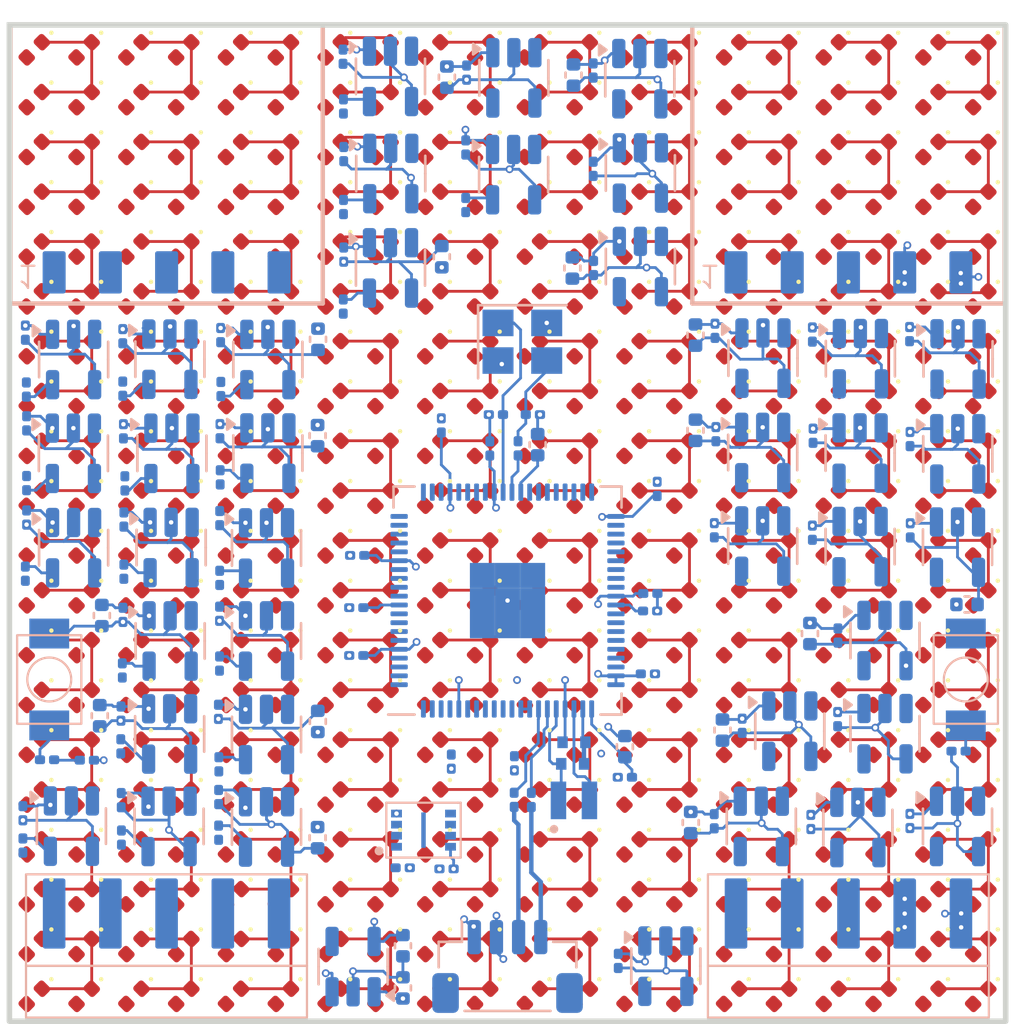
<source format=kicad_pcb>
(kicad_pcb (version 20241229) (generator "pcbnew") (generator_version "9.0")
  (layers (0 "F.Cu" mixed) (4 "In1.Cu" power) (6 "In2.Cu" power) (8 "In3.Cu" mixed) (10 "In4.Cu" mixed) (2 "B.Cu" mixed) (13 "F.Paste" user) (15 "B.Paste" user) (5 "F.SilkS" user "F.Silkscreen") (7 "B.SilkS" user "B.Silkscreen") (1 "F.Mask" user) (3 "B.Mask" user) (25 "Edge.Cuts" user))
  (net 0 "")
  (net 1 "GND")
  (net 2 "/panel_mcu/XIN")
  (net 3 "Net-(C2-Pad1)")
  (net 4 "+3V3")
  (net 5 "+1V1")
  (net 6 "/panel_mcu/VREG_AVDD")
  (net 7 "+5V")
  (net 8 "/drivers/ROW_00")
  (net 9 "Net-(D1-A)")
  (net 10 "/drivers/ROW_01")
  (net 11 "/drivers/ROW_02")
  (net 12 "/drivers/ROW_03")
  (net 13 "/drivers/ROW_04")
  (net 14 "Net-(D100-A)")
  (net 15 "/drivers/ROW_05")
  (net 16 "/drivers/ROW_06")
  (net 17 "/drivers/ROW_07")
  (net 18 "/drivers/ROW_08")
  (net 19 "/drivers/ROW_09")
  (net 20 "/drivers/ROW_10")
  (net 21 "/drivers/ROW_11")
  (net 22 "/drivers/ROW_12")
  (net 23 "/drivers/ROW_13")
  (net 24 "/drivers/ROW_14")
  (net 25 "/drivers/ROW_15")
  (net 26 "/drivers/ROW_16")
  (net 27 "/drivers/ROW_17")
  (net 28 "Net-(D181-A)")
  (net 29 "/drivers/ROW_18")
  (net 30 "/drivers/ROW_19")
  (net 31 "Net-(D21-A)")
  (net 32 "Net-(D41-A)")
  (net 33 "Net-(D61-A)")
  (net 34 "Net-(D101-A)")
  (net 35 "Net-(D121-A)")
  (net 36 "Net-(D141-A)")
  (net 37 "Net-(D161-A)")
  (net 38 "Net-(D201-A)")
  (net 39 "Net-(D221-A)")
  (net 40 "Net-(D241-A)")
  (net 41 "Net-(D261-A)")
  (net 42 "Net-(D281-A)")
  (net 43 "Net-(D301-A)")
  (net 44 "/panel_mcu/D-")
  (net 45 "/panel_mcu/D+")
  (net 46 "/panel_header/MOSI")
  (net 47 "/panel_header/MISO")
  (net 48 "/panel_header/SCK")
  (net 49 "/panel_header/CS2")
  (net 50 "/panel_header/CS0")
  (net 51 "/panel_header/CS4")
  (net 52 "/panel_header/CS1")
  (net 53 "/panel_header/EINT")
  (net 55 "/panel_mcu/VREG_LX")
  (net 56 "/panel_mcu/XIP_CS1n")
  (net 57 "Net-(R2-Pad1)")
  (net 58 "/panel_mcu/QSPI_SS")
  (net 59 "/panel_mcu/~{USB_BOOT}")
  (net 60 "/panel_mcu/XOUT")
  (net 61 "Net-(U2-USB_DP)")
  (net 62 "Net-(U2-USB_DM)")
  (net 63 "Net-(D321-A)")
  (net 64 "Net-(D341-A)")
  (net 65 "Net-(D361-A)")
  (net 66 "Net-(D381-A)")
  (net 67 "/drivers/COL_00")
  (net 68 "/drivers/COL_01")
  (net 69 "/drivers/COL_02")
  (net 70 "/drivers/COL_03")
  (net 71 "/drivers/COL_04")
  (net 72 "/drivers/COL_05")
  (net 73 "/drivers/COL_06")
  (net 74 "/drivers/COL_07")
  (net 75 "/drivers/COL_08")
  (net 76 "/drivers/COL_09")
  (net 77 "/drivers/COL_10")
  (net 78 "/drivers/COL_11")
  (net 79 "/drivers/COL_12")
  (net 80 "/drivers/COL_13")
  (net 81 "/panel_mcu/RUN")
  (net 82 "/panel_mcu/QSPI_SD2")
  (net 83 "/panel_mcu/QSPI_SD1")
  (net 84 "/panel_mcu/QSPI_SD3")
  (net 85 "/panel_mcu/QSPI_SCLK")
  (net 86 "/panel_mcu/QSPI_SD0")
  (net 87 "/drivers/COL_14")
  (net 88 "/drivers/COL_15")
  (net 89 "/drivers/COL_16")
  (net 90 "/drivers/COL_17")
  (net 91 "/drivers/COL_18")
  (net 92 "/drivers/COL_19")
  (net 94 "/drivers/ROW_MCU_09")
  (net 95 "/drivers/COL_MCU_12")
  (net 96 "/drivers/COL_MCU_17")
  (net 97 "/drivers/COL_MCU_11")
  (net 99 "/drivers/COL_MCU_02")
  (net 100 "/drivers/ROW_MCU_11")
  (net 102 "/drivers/COL_MCU_16")
  (net 103 "/drivers/COL_MCU_10")
  (net 104 "/drivers/ROW_MCU_07")
  (net 105 "/drivers/COL_MCU_14")
  (net 106 "/drivers/ROW_MCU_18")
  (net 107 "/drivers/ROW_MCU_10")
  (net 108 "/drivers/ROW_MCU_05")
  (net 109 "/drivers/COL_MCU_13")
  (net 110 "/drivers/COL_MCU_03")
  (net 111 "/drivers/ROW_MCU_06")
  (net 112 "/drivers/COL_MCU_07")
  (net 113 "/drivers/ROW_MCU_16")
  (net 114 "/drivers/ROW_MCU_02")
  (net 115 "/drivers/ROW_MCU_04")
  (net 116 "/drivers/ROW_MCU_08")
  (net 117 "/drivers/COL_MCU_15")
  (net 118 "/drivers/ROW_MCU_00")
  (net 119 "/drivers/COL_MCU_09")
  (net 120 "/drivers/COL_MCU_18")
  (net 121 "/drivers/COL_MCU_06")
  (net 122 "/drivers/COL_MCU_01")
  (net 124 "/drivers/COL_MCU_00")
  (net 125 "/drivers/ROW_MCU_14")
  (net 126 "/drivers/ROW_MCU_19")
  (net 127 "/drivers/ROW_MCU_12")
  (net 128 "/drivers/COL_MCU_05")
  (net 129 "/drivers/ROW_MCU_01")
  (net 130 "/drivers/COL_MCU_04")
  (net 132 "/drivers/ROW_MCU_03")
  (net 133 "/drivers/COL_MCU_08")
  (net 134 "/drivers/ROW_MCU_17")
  (net 135 "/drivers/ROW_MCU_15")
  (net 136 "/drivers/COL_MCU_19")
  (net 137 "/drivers/ROW_MCU_13")
  (footprint "panel_custom:LED_0402_1005Metric" (layer "F.Cu") (at 84.875 73.625 -135)
    (property "Reference" "D275" (hide yes))
    (property "Value" "LED" (hide yes))
  )
  (footprint "panel_custom:LED_0402_1005Metric" (layer "F.Cu") (at 55.625 62.375 -135)
    (property "Reference" "D58" (hide yes))
    (property "Value" "LED" (hide yes))
  )
  (footprint "panel_custom:LED_0402_1005Metric" (layer "F.Cu") (at 60.125 53.375 -135)
    (property "Reference" "D121" (hide yes))
    (property "Value" "LED" (hide yes))
  )
  (footprint "panel_custom:LED_0402_1005Metric" (layer "F.Cu") (at 71.375 89.375 -135)
    (property "Reference" "D229" (hide yes))
    (property "Value" "LED" (hide yes))
  )
  (footprint "panel_custom:LED_0402_1005Metric" (layer "F.Cu") (at 84.875 71.375 -135)
    (property "Reference" "D316" (hide yes))
    (property "Value" "LED" (hide yes))
  )
  (footprint "panel_custom:LED_0402_1005Metric" (layer "F.Cu") (at 75.875 80.375 -135)
    (property "Reference" "D234" (hide yes))
    (property "Value" "LED" (hide yes))
  )
  (footprint "panel_custom:LED_0402_1005Metric" (layer "F.Cu") (at 73.625 69.125 -135)
    (property "Reference" "D176" (hide yes))
    (property "Value" "LED" (hide yes))
  )
  (footprint "panel_custom:LED_0402_1005Metric" (layer "F.Cu") (at 55.625 51.125 -135)
    (property "Reference" "D20" (hide yes))
    (property "Value" "LED" (hide yes))
  )
  (footprint "panel_custom:LED_0402_1005Metric" (layer "F.Cu") (at 93.875 75.875 -135)
    (property "Reference" "D395" (hide yes))
    (property "Value" "LED" (hide yes))
  )
  (footprint "panel_custom:LED_0402_1005Metric" (layer "F.Cu") (at 66.875 89.375 -135)
    (property "Reference" "D152" (hide yes))
    (property "Value" "LED" (hide yes))
  )
  (footprint "panel_custom:LED_0402_1005Metric" (layer "F.Cu") (at 91.625 51.125 -135)
    (property "Reference" "D340" (hide yes))
    (property "Value" "LED" (hide yes))
  )
  (footprint "panel_custom:LED_0402_1005Metric" (layer "F.Cu") (at 87.125 55.625 -135)
    (property "Reference" "D322" (hide yes))
    (property "Value" "LED" (hide yes))
  )
  (footprint "panel_custom:LED_0402_1005Metric" (layer "F.Cu") (at 66.875 87.125 -135)
    (property "Reference" "D112" (hide yes))
    (property "Value" "LED" (hide yes))
  )
  (footprint "panel_custom:LED_0402_1005Metric" (layer "F.Cu") (at 73.625 82.625 -135)
    (property "Reference" "D173" (hide yes))
    (property "Value" "LED" (hide yes))
  )
  (footprint "panel_custom:LED_0402_1005Metric" (layer "F.Cu") (at 87.125 57.875 -135)
    (property "Reference" "D362" (hide yes))
    (property "Value" "LED" (hide yes))
  )
  (footprint "panel_custom:LED_0402_1005Metric" (layer "F.Cu") (at 91.625 73.625 -135)
    (property "Reference" "D335" (hide yes))
    (property "Value" "LED" (hide yes))
  )
  (footprint "panel_custom:LED_0402_1005Metric" (layer "F.Cu") (at 64.625 89.375 -135)
    (property "Reference" "D132" (hide yes))
    (property "Value" "LED" (hide yes))
  )
  (footprint "panel_custom:LED_0402_1005Metric" (layer "F.Cu") (at 91.625 82.625 -135)
    (property "Reference" "D333" (hide yes))
    (property "Value" "LED" (hide yes))
  )
  (footprint "panel_custom:LED_0402_1005Metric" (layer "F.Cu") (at 60.125 57.875 -135)
    (property "Reference" "D122" (hide yes))
    (property "Value" "LED" (hide yes))
  )
  (footprint "panel_custom:LED_0402_1005Metric" (layer "F.Cu") (at 71.375 51.125 -135)
    (property "Reference" "D181" (hide yes))
    (property "Value" "LED" (hide yes))
  )
  (footprint "panel_custom:LED_0402_1005Metric" (layer "F.Cu") (at 71.375 71.375 -135)
    (property "Reference" "D225" (hide yes))
    (property "Value" "LED" (hide yes))
  )
  (footprint "panel_custom:LED_0402_1005Metric" (layer "F.Cu") (at 53.375 82.625 -135)
    (property "Reference" "D28" (hide yes))
    (property "Value" "LED" (hide yes))
  )
  (footprint "panel_custom:LED_0402_1005Metric" (layer "F.Cu") (at 82.625 82.625 -135)
    (property "Reference" "D253" (hide yes))
    (property "Value" "LED" (hide yes))
  )
  (footprint "panel_custom:LED_0402_1005Metric" (layer "F.Cu") (at 82.625 75.875 -135)
    (property "Reference" "D295" (hide yes))
    (property "Value" "LED" (hide yes))
  )
  (footprint "panel_custom:LED_0402_1005Metric" (layer "F.Cu") (at 69.125 57.875 -135)
    (property "Reference" "D202" (hide yes))
    (property "Value" "LED" (hide yes))
  )
  (footprint "panel_custom:LED_0402_1005Metric" (layer "F.Cu") (at 69.125 62.375 -135)
    (property "Reference" "D203" (hide yes))
    (property "Value" "LED" (hide yes))
  )
  (footprint "panel_custom:LED_0402_1005Metric" (layer "F.Cu") (at 69.125 84.875 -135)
    (property "Reference" "D208" (hide yes))
    (property "Value" "LED" (hide yes))
  )
  (footprint "panel_custom:LED_0402_1005Metric" (layer "F.Cu") (at 80.375 80.375 -135)
    (property "Reference" "D307" (hide yes))
    (property "Value" "LED" (hide yes))
  )
  (footprint "panel_custom:LED_0402_1005Metric" (layer "F.Cu") (at 75.875 82.625 -135)
    (property "Reference" "D193" (hide yes))
    (property "Value" "LED" (hide yes))
  )
  (footprint "panel_custom:LED_0402_1005Metric" (layer "F.Cu") (at 82.625 78.125 -135)
    (property "Reference" "D254" (hide yes))
    (property "Value" "LED" (hide yes))
  )
  (footprint "panel_custom:LED_0402_1005Metric" (layer "F.Cu") (at 87.125 75.875 -135)
    (property "Reference" "D366" (hide yes))
    (property "Value" "LED" (hide yes))
  )
  (footprint "panel_custom:LED_0402_1005Metric" (layer "F.Cu") (at 75.875 73.625 -135)
    (property "Reference" "D195" (hide yes))
    (property "Value" "LED" (hide yes))
  )
  (footprint "panel_custom:LED_0402_1005Metric" (layer "F.Cu") (at 62.375 91.625 -135)
    (property "Reference" "D110" (hide yes))
    (property "Value" "LED" (hide yes))
  )
  (footprint "panel_custom:LED_0402_1005Metric" (layer "F.Cu") (at 64.625 80.375 -135)
    (property "Reference" "D134" (hide yes))
    (property "Value" "LED" (hide yes))
  )
  (footprint "panel_custom:LED_0402_1005Metric" (layer "F.Cu") (at 64.625 82.625 -135)
    (property "Reference" "D93" (hide yes))
    (property "Value" "LED" (hide yes))
  )
  (footprint "panel_custom:LED_0402_1005Metric" (layer "F.Cu") (at 55.625 53.375 -135)
    (property "Reference" "D60" (hide yes))
    (property "Value" "LED" (hide yes))
  )
  (footprint "panel_custom:LED_0402_1005Metric" (layer "F.Cu") (at 78.125 69.125 -135)
    (property "Reference" "D245" (hide yes))
    (property "Value" "LED" (hide yes))
  )
  (footprint "panel_custom:LED_0402_1005Metric" (layer "F.Cu") (at 87.125 51.125 -135)
    (property "Reference" "D321" (hide yes))
    (property "Value" "LED" (hide yes))
  )
  (footprint "panel_custom:LED_0402_1005Metric" (layer "F.Cu") (at 51.125 73.625 -135)
    (property "Reference" "D6" (hide yes))
    (property "Value" "LED" (hide yes))
  )
  (footprint "panel_custom:LED_0402_1005Metric" (layer "F.Cu") (at 57.875 64.625 -135)
    (property "Reference" "D37" (hide yes))
    (property "Value" "LED" (hide yes))
  )
  (footprint "panel_custom:LED_0402_1005Metric" (layer "F.Cu") (at 93.875 64.625 -135)
    (property "Reference" "D357" (hide yes))
    (property "Value" "LED" (hide yes))
  )
  (footprint "panel_custom:LED_0402_1005Metric" (layer "F.Cu") (at 64.625 84.875 -135)
    (property "Reference" "D133" (hide yes))
    (property "Value" "LED" (hide yes))
  )
  (footprint "panel_custom:LED_0402_1005Metric" (layer "F.Cu") (at 57.875 82.625 -135)
    (property "Reference" "D33" (hide yes))
    (property "Value" "LED" (hide yes))
  )
  (footprint "panel_custom:LED_0402_1005Metric" (layer "F.Cu") (at 91.625 60.125 -135)
    (property "Reference" "D338" (hide yes))
    (property "Value" "LED" (hide yes))
  )
  (footprint "panel_custom:LED_0402_1005Metric" (layer "F.Cu") (at 66.875 75.875 -135)
    (property "Reference" "D155" (hide yes))
    (property "Value" "LED" (hide yes))
  )
  (footprint "panel_custom:LED_0402_1005Metric" (layer "F.Cu") (at 71.375 55.625 -135)
    (property "Reference" "D182" (hide yes))
    (property "Value" "LED" (hide yes))
  )
  (footprint "panel_custom:LED_0402_1005Metric" (layer "F.Cu") (at 75.875 71.375 -135)
    (property "Reference" "D236" (hide yes))
    (property "Value" "LED" (hide yes))
  )
  (footprint "panel_custom:LED_0402_1005Metric" (layer "F.Cu") (at 75.875 75.875 -135)
    (property "Reference" "D235" (hide yes))
    (property "Value" "LED" (hide yes))
  )
  (footprint "panel_custom:LED_0402_1005Metric" (layer "F.Cu") (at 93.875 93.875 -135)
    (property "Reference" "D391" (hide yes))
    (property "Value" "LED" (hide yes))
  )
  (footprint "panel_custom:LED_0402_1005Metric" (layer "F.Cu") (at 60.125 84.875 -135)
    (property "Reference" "D128" (hide yes))
    (property "Value" "LED" (hide yes))
  )
  (footprint "panel_custom:LED_0402_1005Metric" (layer "F.Cu") (at 84.875 89.375 -135)
    (property "Reference" "D312" (hide yes))
    (property "Value" "LED" (hide yes))
  )
  (footprint "panel_custom:LED_0402_1005Metric" (layer "F.Cu") (at 60.125 69.125 -135)
    (property "Reference" "D85" (hide yes))
    (property "Value" "LED" (hide yes))
  )
  (footprint "panel_custom:LED_0402_1005Metric" (layer "F.Cu") (at 64.625 53.375 -135)
    (property "Reference" "D140" (hide yes))
    (property "Value" "LED" (hide yes))
  )
  (footprint "panel_custom:LED_0402_1005Metric" (layer "F.Cu") (at 71.375 69.125 -135)
    (property "Reference" "D185" (hide yes))
    (property "Value" "LED" (hide yes))
  )
  (footprint "panel_custom:LED_0402_1005Metric" (layer "F.Cu") (at 53.375 51.125 -135)
    (property "Reference" "D21" (hide yes))
    (property "Value" "LED" (hide yes))
  )
  (footprint "panel_custom:LED_0402_1005Metric" (layer "F.Cu") (at 55.625 57.875 -135)
    (property "Reference" "D59" (hide yes))
    (property "Value" "LED" (hide yes))
  )
  (footprint "panel_custom:LED_0402_1005Metric" (layer "F.Cu") (at 57.875 60.125 -135)
    (property "Reference" "D38" (hide yes))
    (property "Value" "LED" (hide yes))
  )
  (footprint "panel_custom:LED_0402_1005Metric" (layer "F.Cu") (at 71.375 84.875 -135)
    (property "Reference" "D228" (hide yes))
    (property "Value" "LED" (hide yes))
  )
  (footprint "panel_custom:LED_0402_1005Metric" (layer "F.Cu") (at 87.125 87.125 -135)
    (property "Reference" "D329" (hide yes))
    (property "Value" "LED" (hide yes))
  )
  (footprint "panel_custom:LED_0402_1005Metric" (layer "F.Cu") (at 64.625 55.625 -135)
    (property "Reference" "D99" (hide yes))
    (property "Value" "LED" (hide yes))
  )
  (footprint "panel_custom:LED_0402_1005Metric" (layer "F.Cu") (at 91.625 84.875 -135)
    (property "Reference" "D373" (hide yes))
    (property "Value" "LED" (hide yes))
  )
  (footprint "panel_custom:LED_0402_1005Metric" (layer "F.Cu") (at 91.625 75.875 -135)
    (property "Reference" "D375" (hide yes))
    (property "Value" "LED" (hide yes))
  )
  (footprint "panel_custom:LED_0402_1005Metric" (layer "F.Cu") (at 62.375 93.875 -135)
    (property "Reference" "D150" (hide yes))
    (property "Value" "LED" (hide yes))
  )
  (footprint "panel_custom:LED_0402_1005Metric" (layer "F.Cu") (at 75.875 53.375 -135)
    (property "Reference" "D240" (hide yes))
    (property "Value" "LED" (hide yes))
  )
  (footprint "panel_custom:LED_0402_1005Metric" (layer "F.Cu") (at 53.375 53.375 -135)
    (property "Reference" "D61" (hide yes))
    (property "Value" "LED" (hide yes))
  )
  (footprint "panel_custom:LED_0402_1005Metric" (layer "F.Cu") (at 93.875 53.375 -135)
    (property "Reference" "D400" (hide yes))
    (property "Value" "LED" (hide yes))
  )
  (footprint "panel_custom:LED_0402_1005Metric" (layer "F.Cu") (at 91.625 64.625 -135)
    (property "Reference" "D337" (hide yes))
    (property "Value" "LED" (hide yes))
  )
  (footprint "panel_custom:LED_0402_1005Metric" (layer "F.Cu") (at 82.625 57.875 -135)
    (property "Reference" "D299" (hide yes))
    (property "Value" "LED" (hide yes))
  )
  (footprint "panel_custom:LED_0402_1005Metric" (layer "F.Cu") (at 71.375 87.125 -135)
    (property "Reference" "D189" (hide yes))
    (property "Value" "LED" (hide yes))
  )
  (footprint "panel_custom:LED_0402_1005Metric" (layer "F.Cu") (at 53.375 71.375 -135)
    (property "Reference" "D65" (hide yes))
    (property "Value" "LED" (hide yes))
  )
  (footprint "panel_custom:LED_0402_1005Metric" (layer "F.Cu") (at 57.875 53.375 -135)
    (property "Reference" "D80" (hide yes))
    (property "Value" "LED" (hide yes))
  )
  (footprint "panel_custom:LED_0402_1005Metric" (layer "F.Cu") (at 89.375 53.375 -135)
    (property "Reference" "D381" (hide yes))
    (property "Value" "LED" (hide yes))
  )
  (footprint "panel_custom:LED_0402_1005Metric" (layer "F.Cu") (at 62.375 69.125 -135)
    (property "Reference" "D105" (hide yes))
    (property "Value" "LED" (hide yes))
  )
  (footprint "panel_custom:LED_0402_1005Metric" (layer "F.Cu") (at 53.375 57.875 -135)
    (property "Reference" "D62" (hide yes))
    (property "Value" "LED" (hide yes))
  )
  (footprint "panel_custom:LED_0402_1005Metric" (layer "F.Cu") (at 71.375 80.375 -135)
    (property "Reference" "D227" (hide yes))
    (property "Value" "LED" (hide yes))
  )
  (footprint "panel_custom:LED_0402_1005Metric" (layer "F.Cu") (at 71.375 93.875 -135)
    (property "Reference" "D230" (hide yes))
    (property "Value" "LED" (hide yes))
  )
  (footprint "panel_custom:LED_0402_1005Metric" (layer "F.Cu") (at 91.625 57.875 -135)
    (property "Reference" "D379" (hide yes))
    (property "Value" "LED" (hide yes))
  )
  (footprint "panel_custom:LED_0402_1005Metric" (layer "F.Cu") (at 93.875 69.125 -135)
    (property "Reference" "D356" (hide yes))
    (property "Value" "LED" (hide yes))
  )
  (footprint "panel_custom:LED_0402_1005Metric" (layer "F.Cu") (at 89.375 89.375 -135)
    (property "Reference" "D389" (hide yes))
    (property "Value" "LED" (hide yes))
  )
  (footprint "panel_custom:LED_0402_1005Metric" (layer "F.Cu") (at 69.125 60.125 -135)
    (property "Reference" "D163" (hide yes))
    (property "Value" "LED" (hide yes))
  )
  (footprint "panel_custom:LED_0402_1005Metric" (layer "F.Cu") (at 75.875 57.875 -135)
    (property "Reference" "D239" (hide yes))
    (property "Value" "LED" (hide yes))
  )
  (footprint "panel_custom:LED_0402_1005Metric" (layer "F.Cu") (at 62.375 62.375 -135)
    (property "Reference" "D143" (hide yes))
    (property "Value" "LED" (hide yes))
  )
  (footprint "panel_custom:LED_0402_1005Metric" (layer "F.Cu") (at 66.875 57.875 -135)
    (property "Reference" "D159" (hide yes))
    (property "Value" "LED" (hide yes))
  )
  (footprint "panel_custom:LED_0402_1005Metric" (layer "F.Cu") (at 53.375 60.125 -135)
    (property "Reference" "D23" (hide yes))
    (property "Value" "LED" (hide yes))
  )
  (footprint "panel_custom:LED_0402_1005Metric" (layer "F.Cu") (at 53.375 78.125 -135)
    (property "Reference" "D27" (hide yes))
    (property "Value" "LED" (hide yes))
  )
  (footprint "panel_custom:LED_0402_1005Metric" (layer "F.Cu") (at 89.375 62.375 -135)
    (property "Reference" "D383" (hide yes))
    (property "Value" "LED" (hide yes))
  )
  (footprint "panel_custom:LED_0402_1005Metric" (layer "F.Cu") (at 84.875 60.125 -135)
    (property "Reference" "D278" (hide yes))
    (property "Value" "LED" (hide yes))
  )
  (footprint "panel_custom:LED_0402_1005Metric" (layer "F.Cu") (at 91.625 78.125 -135)
    (property "Reference" "D334" (hide yes))
    (property "Value" "LED" (hide yes))
  )
  (footprint "panel_custom:LED_0402_1005Metric" (layer "F.Cu") (at 89.375 66.875 -135)
    (property "Reference" "D384" (hide yes))
    (property "Value" "LED" (hide yes))
  )
  (footprint "panel_custom:LED_0402_1005Metric" (layer "F.Cu") (at 84.875 69.125 -135)
    (property "Reference" "D276" (hide yes))
    (property "Value" "LED" (hide yes))
  )
  (footprint "panel_custom:LED_0402_1005Metric" (layer "F.Cu") (at 80.375 69.125 -135)
    (property "Reference" "D265" (hide yes))
    (property "Value" "LED" (hide yes))
  )
  (footprint "panel_custom:LED_0402_1005Metric" (layer "F.Cu") (at 93.875 87.125 -135)
    (property "Reference" "D352" (hide yes))
    (property "Value" "LED" (hide yes))
  )
  (footprint "panel_custom:LED_0402_1005Metric" (layer "F.Cu") (at 91.625 91.625 -135)
    (property "Reference" "D331" (hide yes))
    (property "Value" "LED" (hide yes))
  )
  (footprint "panel_custom:LED_0402_1005Metric" (layer "F.Cu") (at 82.625 53.375 -135)
    (property "Reference" "D300" (hide yes))
    (property "Value" "LED" (hide yes))
  )
  (footprint "panel_custom:LED_0402_1005Metric" (layer "F.Cu") (at 82.625 71.375 -135)
    (property "Reference" "D296" (hide yes))
    (property "Value" "LED" (hide yes))
  )
  (footprint "panel_custom:LED_0402_1005Metric" (layer "F.Cu") (at 53.375 75.875 -135)
    (property "Reference" "D66" (hide yes))
    (property "Value" "LED" (hide yes))
  )
  (footprint "panel_custom:LED_0402_1005Metric" (layer "F.Cu") (at 73.625 57.875 -135)
    (property "Reference" "D219" (hide yes))
    (property "Value" "LED" (hide yes))
  )
  (footprint "panel_custom:LED_0402_1005Metric" (layer "F.Cu") (at 82.625 64.625 -135)
    (property "Reference" "D257" (hide yes))
    (property "Value" "LED" (hide yes))
  )
  (footprint "panel_custom:LED_0402_1005Metric" (layer "F.Cu") (at 87.125 53.375 -135)
    (property "Reference" "D361" (hide yes))
    (property "Value" "LED" (hide yes))
  )
  (footprint "panel_custom:LED_0402_1005Metric" (layer "F.Cu") (at 93.875 80.375 -135)
    (property "Reference" "D394" (hide yes))
    (property "Value" "LED" (hide yes))
  )
  (footprint "panel_custom:LED_0402_1005Metric" (layer "F.Cu") (at 51.125 62.375 -135)
    (property "Reference" "D43" (hide yes))
    (property "Value" "LED" (hide yes))
  )
  (footprint "panel_custom:LED_0402_1005Metric" (layer "F.Cu") (at 71.375 78.125 -135)
    (property "Reference" "D187" (hide yes))
    (property "Value" "LED" (hide yes))
  )
  (footprint "panel_custom:LED_0402_1005Metric" (layer "F.Cu") (at 84.875 66.875 -135)
    (property "Reference" "D317" (hide yes))
    (property "Value" "LED" (hide yes))
  )
  (footprint "panel_custom:LED_0402_1005Metric" (layer "F.Cu") (at 69.125 75.875 -135)
    (property "Reference" "D206" (hide yes))
    (property "Value" "LED" (hide yes))
  )
  (footprint "panel_custom:LED_0402_1005Metric" (layer "F.Cu") (at 80.375 93.875 -135)
    (property "Reference" "D310" (hide yes))
    (property "Value" "LED" (hide yes))
  )
  (footprint "panel_custom:LED_0402_1005Metric" (layer "F.Cu") (at 57.875 89.375 -135)
    (property "Reference" "D72" (hide yes))
    (property "Value" "LED" (hide yes))
  )
  (footprint "panel_custom:LED_0402_1005Metric" (layer "F.Cu") (at 84.875 93.875 -135)
    (property "Reference" "D311" (hide yes))
    (property "Value" "LED" (hide yes))
  )
  (footprint "panel_custom:LED_0402_1005Metric" (layer "F.Cu") (at 89.375 84.875 -135)
    (property "Reference" "D388" (hide yes))
    (property "Value" "LED" (hide yes))
  )
  (footprint "panel_custom:LED_0402_1005Metric" (layer "F.Cu") (at 78.125 62.375 -135)
    (property "Reference" "D283" (hide yes))
    (property "Value" "LED" (hide yes))
  )
  (footprint "panel_custom:LED_0402_1005Metric" (layer "F.Cu") (at 51.125 75.875 -135)
    (property "Reference" "D46" (hide yes))
    (property "Value" "LED" (hide yes))
  )
  (footprint "panel_custom:LED_0402_1005Metric" (layer "F.Cu") (at 69.125 51.125 -135)
    (property "Reference" "D161" (hide yes))
    (property "Value" "LED" (hide yes))
  )
  (footprint "panel_custom:LED_0402_1005Metric" (layer "F.Cu") (at 51.125 60.125 -135)
    (property "Reference" "D3" (hide yes))
    (property "Value" "LED" (hide yes))
  )
  (footprint "panel_custom:LED_0402_1005Metric" (layer "F.Cu") (at 93.875 82.625 -135)
    (property "Reference" "D353" (hide yes))
    (property "Value" "LED" (hide yes))
  )
  (footprint "panel_custom:LED_0402_1005Metric" (layer "F.Cu") (at 71.375 82.625 -135)
    (property "Reference" "D188" (hide yes))
    (property "Value" "LED" (hide yes))
  )
  (footprint "panel_custom:LED_0402_1005Metric" (layer "F.Cu") (at 91.625 69.125 -135)
    (property "Reference" "D336" (hide yes))
    (property "Value" "LED" (hide yes))
  )
  (footprint "panel_custom:LED_0402_1005Metric" (layer "F.Cu") (at 57.875 73.625 -135)
    (property "Reference" "D35" (hide yes))
    (property "Value" "LED" (hide yes))
  )
  (footprint "panel_custom:LED_0402_1005Metric" (layer "F.Cu") (at 87.125 73.625 -135)
    (property "Reference" "D326" (hide yes))
    (property "Value" "LED" (hide yes))
  )
  (footprint "panel_custom:LED_0402_1005Metric" (layer "F.Cu") (at 60.125 71.375 -135)
    (property "Reference" "D125" (hide yes))
    (property "Value" "LED" (hide yes))
  )
  (footprint "panel_custom:LED_0402_1005Metric" (layer "F.Cu") (at 87.125 93.875 -135)
    (property "Reference" "D370" (hide yes))
    (property "Value" "LED" (hide yes))
  )
  (footprint "panel_custom:LED_0402_1005Metric" (layer "F.Cu") (at 51.125 57.875 -135)
    (property "Reference" "D42" (hide yes))
    (property "Value" "LED" (hide yes))
  )
  (footprint "panel_custom:LED_0402_1005Metric" (layer "F.Cu") (at 51.125 80.375 -135)
    (property "Reference" "D47" (hide yes))
    (property "Value" "LED" (hide yes))
  )
  (footprint "panel_custom:LED_0402_1005Metric" (layer "F.Cu") (at 84.875 51.125 -135)
    (property "Reference" "D280" (hide yes))
    (property "Value" "LED" (hide yes))
  )
  (footprint "panel_custom:LED_0402_1005Metric" (layer "F.Cu") (at 69.125 73.625 -135)
    (property "Reference" "D166" (hide yes))
    (property "Value" "LED" (hide yes))
  )
  (footprint "panel_custom:LED_0402_1005Metric" (layer "F.Cu") (at 89.375 75.875 -135)
    (property "Reference" "D386" (hide yes))
    (property "Value" "LED" (hide yes))
  )
  (footprint "panel_custom:LED_0402_1005Metric" (layer "F.Cu") (at 66.875 55.625 -135)
    (property "Reference" "D119" (hide yes))
    (property "Value" "LED" (hide yes))
  )
  (footprint "panel_custom:LED_0402_1005Metric" (layer "F.Cu") (at 55.625 93.875 -135)
    (property "Reference" "D51" (hide yes))
    (property "Value" "LED" (hide yes))
  )
  (footprint "panel_custom:LED_0402_1005Metric" (layer "F.Cu") (at 53.375 87.125 -135)
    (property "Reference" "D29" (hide yes))
    (property "Value" "LED" (hide yes))
  )
  (footprint "panel_custom:LED_0402_1005Metric" (layer "F.Cu") (at 57.875 84.875 -135)
    (property "Reference" "D73" (hide yes))
    (property "Value" "LED" (hide yes))
  )
  (footprint "panel_custom:LED_0402_1005Metric" (layer "F.Cu") (at 53.375 62.375 -135)
    (property "Reference" "D63" (hide yes))
    (property "Value" "LED" (hide yes))
  )
  (footprint "panel_custom:LED_0402_1005Metric" (layer "F.Cu") (at 84.875 82.625 -135)
    (property "Reference" "D273" (hide yes))
    (property "Value" "LED" (hide yes))
  )
  (footprint "panel_custom:LED_0402_1005Metric" (layer "F.Cu") (at 84.875 87.125 -135)
    (property "Reference" "D272" (hide yes))
    (property "Value" "LED" (hide yes))
  )
  (footprint "panel_custom:LED_0402_1005Metric" (layer "F.Cu") (at 78.125 84.875 -135)
    (property "Reference" "D288" (hide yes))
    (property "Value" "LED" (hide yes))
  )
  (footprint "panel_custom:LED_0402_1005Metric" (layer "F.Cu") (at 60.125 66.875 -135)
    (property "Reference" "D124" (hide yes))
    (property "Value" "LED" (hide yes))
  )
  (footprint "panel_custom:LED_0402_1005Metric" (layer "F.Cu") (at 57.875 71.375 -135)
    (property "Reference" "D76" (hide yes))
    (property "Value" "LED" (hide yes))
  )
  (footprint "panel_custom:LED_0402_1005Metric" (layer "F.Cu") (at 93.875 66.875 -135)
    (property "Reference" "D397" (hide yes))
    (property "Value" "LED" (hide yes))
  )
  (footprint "panel_custom:LED_0402_1005Metric" (layer "F.Cu") (at 55.625 60.125 -135)
    (property "Reference" "D18" (hide yes))
    (property "Value" "LED" (hide yes))
  )
  (footprint "panel_custom:LED_0402_1005Metric" (layer "F.Cu") (at 60.125 60.125 -135)
    (property "Reference" "D83" (hide yes))
    (property "Value" "LED" (hide yes))
  )
  (footprint "panel_custom:LED_0402_1005Metric" (layer "F.Cu") (at 51.125 71.375 -135)
    (property "Reference" "D45" (hide yes))
    (property "Value" "LED" (hide yes))
  )
  (footprint "panel_custom:LED_0402_1005Metric" (layer "F.Cu") (at 78.125 53.375 -135)
    (property "Reference" "D281" (hide yes))
    (property "Value" "LED" (hide yes))
  )
  (footprint "panel_custom:LED_0402_1005Metric" (layer "F.Cu") (at 55.625 66.875 -135)
    (property "Reference" "D57" (hide yes))
    (property "Value" "LED" (hide yes))
  )
  (footprint "panel_custom:LED_0402_1005Metric" (layer "F.Cu") (at 84.875 57.875 -135)
    (property "Reference" "D319" (hide yes))
    (property "Value" "LED" (hide yes))
  )
  (footprint "panel_custom:LED_0402_1005Metric" (layer "F.Cu") (at 82.625 55.625 -135)
    (property "Reference" "D259" (hide yes))
    (property "Value" "LED" (hide yes))
  )
  (footprint "panel_custom:LED_0402_1005Metric" (layer "F.Cu") (at 64.625 57.875 -135)
    (property "Reference" "D139" (hide yes))
    (property "Value" "LED" (hide yes))
  )
  (footprint "panel_custom:LED_0402_1005Metric" (layer "F.Cu") (at 62.375 53.375 -135)
    (property "Reference" "D141" (hide yes))
    (property "Value" "LED" (hide yes))
  )
  (footprint "panel_custom:LED_0402_1005Metric" (layer "F.Cu") (at 71.375 64.625 -135)
    (property "Reference" "D184" (hide yes))
    (property "Value" "LED" (hide yes))
  )
  (footprint "panel_custom:LED_0402_1005Metric" (layer "F.Cu") (at 93.875 71.375 -135)
    (property "Reference" "D396" (hide yes))
    (property "Value" "LED" (hide yes))
  )
  (footprint "panel_custom:LED_0402_1005Metric" (layer "F.Cu") (at 93.875 60.125 -135)
    (property "Reference" "D358" (hide yes))
    (property "Value" "LED" (hide yes))
  )
  (footprint "panel_custom:LED_0402_1005Metric" (layer "F.Cu") (at 69.125 55.625 -135)
    (property "Reference" "D162" (hide yes))
    (property "Value" "LED" (hide yes))
  )
  (footprint "panel_custom:LED_0402_1005Metric" (layer "F.Cu") (at 80.375 57.875 -135)
    (property "Reference" "D302" (hide yes))
    (property "Value" "LED" (hide yes))
  )
  (footprint "panel_custom:LED_0402_1005Metric" (layer "F.Cu") (at 62.375 55.625 -135)
    (property "Reference" "D102" (hide yes))
    (property "Value" "LED" (hide yes))
  )
  (footprint "panel_custom:LED_0402_1005Metric" (layer "F.Cu") (at 75.875 60.125 -135)
    (property "Reference" "D198" (hide yes))
    (property "Value" "LED" (hide yes))
  )
  (footprint "panel_custom:LED_0402_1005Metric" (layer "F.Cu") (at 93.875 62.375 -135)
    (property "Reference" "D398" (hide yes))
    (property "Value" "LED" (hide yes))
  )
  (footprint "panel_custom:LED_0402_1005Metric" (layer "F.Cu") (at 66.875 60.125 -135)
    (property "Reference" "D118" (hide yes))
    (property "Value" "LED" (hide yes))
  )
  (footprint "panel_custom:LED_0402_1005Metric" (layer "F.Cu") (at 78.125 93.875 -135)
    (property "Reference" "D290" (hide yes))
    (property "Value" "LED" (hide yes))
  )
  (footprint "panel_custom:LED_0402_1005Metric" (layer "F.Cu") (at 53.375 64.625 -135)
    (property "Reference" "D24" (hide yes))
    (property "Value" "LED" (hide yes))
  )
  (footprint "panel_custom:LED_0402_1005Metric" (layer "F.Cu") (at 55.625 87.125 -135)
    (property "Reference" "D12" (hide yes))
    (property "Value" "LED" (hide yes))
  )
  (footprint "panel_custom:LED_0402_1005Metric" (layer "F.Cu") (at 80.375 55.625 -135)
    (property "Reference" "D262" (hide yes))
    (property "Value" "LED" (hide yes))
  )
  (footprint "panel_custom:LED_0402_1005Metric" (layer "F.Cu") (at 82.625 60.125 -135)
    (property "Reference" "D258" (hide yes))
    (property "Value" "LED" (hide yes))
  )
  (footprint "panel_custom:LED_0402_1005Metric" (layer "F.Cu") (at 75.875 78.125 -135)
    (property "Reference" "D194" (hide yes))
    (property "Value" "LED" (hide yes))
  )
  (footprint "panel_custom:LED_0402_1005Metric" (layer "F.Cu") (at 82.625 89.375 -135)
    (property "Reference" "D292" (hide yes))
    (property "Value" "LED" (hide yes))
  )
  (footprint "panel_custom:LED_0402_1005Metric" (layer "F.Cu") (at 84.875 84.875 -135)
    (property "Reference" "D313" (hide yes))
    (property "Value" "LED" (hide yes))
  )
  (footprint "panel_custom:LED_0402_1005Metric" (layer "F.Cu") (at 87.125 80.375 -135)
    (property "Reference" "D367" (hide yes))
    (property "Value" "LED" (hide yes))
  )
  (footprint "panel_custom:LED_0402_1005Metric" (layer "F.Cu") (at 62.375 73.625 -135)
    (property "Reference" "D106" (hide yes))
    (property "Value" "LED" (hide yes))
  )
  (footprint "panel_custom:LED_0402_1005Metric" (layer "F.Cu") (at 60.125 87.125 -135)
    (property "Reference" "D89" (hide yes))
    (property "Value" "LED" (hide yes))
  )
  (footprint "panel_custom:LED_0402_1005Metric" (layer "F.Cu") (at 71.375 60.125 -135)
    (property "Reference" "D183" (hide yes))
    (property "Value" "LED" (hide yes))
  )
  (footprint "panel_custom:LED_0402_1005Metric" (layer "F.Cu") (at 51.125 91.625 -135)
    (property "Reference" "D10" (hide yes))
    (property "Value" "LED" (hide yes))
  )
  (footprint "panel_custom:LED_0402_1005Metric" (layer "F.Cu") (at 55.625 69.125 -135)
    (property "Reference" "D16" (hide yes))
    (property "Value" "LED" (hide yes))
  )
  (footprint "panel_custom:LED_0402_1005Metric" (layer "F.Cu") (at 64.625 60.125 -135)
    (property "Reference" "D98" (hide yes))
    (property "Value" "LED" (hide yes))
  )
  (footprint "panel_custom:LED_0402_1005Metric" (layer "F.Cu") (at 71.375 73.625 -135)
    (property "Reference" "D186" (hide yes))
    (property "Value" "LED" (hide yes))
  )
  (footprint "panel_custom:LED_0402_1005Metric" (layer "F.Cu") (at 64.625 75.875 -135)
    (property "Reference" "D135" (hide yes))
    (property "Value" "LED" (hide yes))
  )
  (footprint "panel_custom:LED_0402_1005Metric" (layer "F.Cu") (at 60.125 78.125 -135)
    (property "Reference" "D87" (hide yes))
    (property "Value" "LED" (hide yes))
  )
  (footprint "panel_custom:LED_0402_1005Metric" (layer "F.Cu") (at 57.875 55.625 -135)
    (property "Reference" "D39" (hide yes))
    (property "Value" "LED" (hide yes))
  )
  (footprint "panel_custom:LED_0402_1005Metric" (layer "F.Cu") (at 62.375 66.875 -135)
    (property "Reference" "D144" (hide yes))
    (property "Value" "LED" (hide yes))
  )
  (footprint "panel_custom:LED_0402_1005Metric" (layer "F.Cu") (at 60.125 62.375 -135)
    (property "Reference" "D123" (hide yes))
    (property "Value" "LED" (hide yes))
  )
  (footprint "panel_custom:LED_0402_1005Metric" (layer "F.Cu") (at 69.125 80.375 -135)
    (property "Reference" "D207" (hide yes))
    (property "Value" "LED" (hide yes))
  )
  (footprint "panel_custom:LED_0402_1005Metric" (layer "F.Cu") (at 75.875 87.125 -135)
    (property "Reference" "D192" (hide yes))
    (property "Value" "LED" (hide yes))
  )
  (footprint "panel_custom:LED_0402_1005Metric" (layer "F.Cu") (at 84.875 91.625 -135)
    (property "Reference" "D271" (hide yes))
    (property "Value" "LED" (hide yes))
  )
  (footprint "panel_custom:LED_0402_1005Metric" (layer "F.Cu") (at 78.125 60.125 -135)
    (property "Reference" "D243" (hide yes))
    (property "Value" "LED" (hide yes))
  )
  (footprint "panel_custom:LED_0402_1005Metric" (layer "F.Cu") (at 57.875 87.125 -135)
    (property "Reference" "D32" (hide yes))
    (property "Value" "LED" (hide yes))
  )
  (footprint "panel_custom:LED_0402_1005Metric" (layer "F.Cu") (at 78.125 51.125 -135)
    (property "Reference" "D241" (hide yes))
    (property "Value" "LED" (hide yes))
  )
  (footprint "panel_custom:LED_0402_1005Metric" (layer "F.Cu") (at 87.125 69.125 -135)
    (property "Reference" "D325" (hide yes))
    (property "Value" "LED" (hide yes))
  )
  (footprint "panel_custom:LED_0402_1005Metric" (layer "F.Cu") (at 66.875 82.625 -135)
    (property "Reference" "D113" (hide yes))
    (property "Value" "LED" (hide yes))
  )
  (footprint "panel_custom:LED_0402_1005Metric" (layer "F.Cu") (at 87.125 64.625 -135)
    (property "Reference" "D324" (hide yes))
    (property "Value" "LED" (hide yes))
  )
  (footprint "panel_custom:LED_0402_1005Metric" (layer "F.Cu") (at 55.625 64.625 -135)
    (property "Reference" "D17" (hide yes))
    (property "Value" "LED" (hide yes))
  )
  (footprint "panel_custom:LED_0402_1005Metric" (layer "F.Cu") (at 78.125 82.625 -135)
    (property "Reference" "D248" (hide yes))
    (property "Value" "LED" (hide yes))
  )
  (footprint "panel_custom:LED_0402_1005Metric" (layer "F.Cu") (at 73.625 71.375 -135)
    (property "Reference" "D216" (hide yes))
    (property "Value" "LED" (hide yes))
  )
  (footprint "panel_custom:LED_0402_1005Metric" (layer "F.Cu") (at 51.125 69.125 -135)
    (property "Reference" "D5" (hide yes))
    (property "Value" "LED" (hide yes))
  )
  (footprint "panel_custom:LED_0402_1005Metric" (layer "F.Cu") (at 71.375 57.875 -135)
    (property "Reference" "D222" (hide yes))
    (property "Value" "LED" (hide yes))
  )
  (footprint "panel_custom:LED_0402_1005Metric" (layer "F.Cu") (at 53.375 89.375 -135)
    (property "Reference" "D69" (hide yes))
    (property "Value" "LED" (hide yes))
  )
  (footprint "panel_custom:LED_0402_1005Metric" (layer "F.Cu") (at 73.625 55.625 -135)
    (property "Reference" "D179" (hide yes))
    (property "Value" "LED" (hide yes))
  )
  (footprint "panel_custom:LED_0402_1005Metric" (layer "F.Cu") (at 82.625 91.625 -135)
    (property "Reference" "D251" (hide yes))
    (property "Value" "LED" (hide yes))
  )
  (footprint "panel_custom:LED_0402_1005Metric" (layer "F.Cu") (at 71.375 66.875 -135)
    (property "Reference" "D224" (hide yes))
    (property "Value" "LED" (hide yes))
  )
  (footprint "panel_custom:LED_0402_1005Metric" (layer "F.Cu") (at 55.625 84.875 -135)
    (property "Reference" "D53" (hide yes))
    (property "Value" "LED" (hide yes))
  )
  (footprint "panel_custom:LED_0402_1005Metric" (layer "F.Cu") (at 87.125 71.375 -135)
    (property "Reference" "D365" (hide yes))
    (property "Value" "LED" (hide yes))
  )
  (footprint "panel_custom:LED_0402_1005Metric" (layer "F.Cu") (at 71.375 62.375 -135)
    (property "Reference" "D223" (hide yes))
    (property "Value" "LED" (hide yes))
  )
  (footprint "panel_custom:LED_0402_1005Metric" (layer "F.Cu") (at 51.125 78.125 -135)
    (property "Reference" "D7" (hide yes))
    (property "Value" "LED" (hide yes))
  )
  (footprint "panel_custom:LED_0402_1005Metric" (layer "F.Cu") (at 51.125 84.875 -135)
    (property "Reference" "D48" (hide yes))
    (property "Value" "LED" (hide yes))
  )
  (footprint "panel_custom:LED_0402_1005Metric" (layer "F.Cu") (at 55.625 71.375 -135)
    (property "Reference" "D56" (hide yes))
    (property "Value" "LED" (hide yes))
  )
  (footprint "panel_custom:LED_0402_1005Metric" (layer "F.Cu") (at 89.375 71.375 -135)
    (property "Reference" "D385" (hide yes))
    (property "Value" "LED" (hide yes))
  )
  (footprint "panel_custom:LED_0402_1005Metric" (layer "F.Cu") (at 71.375 91.625 -135)
    (property "Reference" "D190" (hide yes))
    (property "Value" "LED" (hide yes))
  )
  (footprint "panel_custom:LED_0402_1005Metric" (layer "F.Cu") (at 64.625 64.625 -135)
    (property "Reference" "D97" (hide yes))
    (property "Value" "LED" (hide yes))
  )
  (footprint "panel_custom:LED_0402_1005Metric" (layer "F.Cu") (at 53.375 84.875 -135)
    (property "Reference" "D68" (hide yes))
    (property "Value" "LED" (hide yes))
  )
  (footprint "panel_custom:LED_0402_1005Metric" (layer "F.Cu") (at 82.625 69.125 -135)
    (property "Reference" "D256" (hide yes))
    (property "Value" "LED" (hide yes))
  )
  (footprint "panel_custom:LED_0402_1005Metric" (layer "F.Cu") (at 80.375 51.125 -135)
    (property "Reference" "D261" (hide yes))
    (property "Value" "LED" (hide yes))
  )
  (footprint "panel_custom:LED_0402_1005Metric" (layer "F.Cu") (at 55.625 75.875 -135)
    (property "Reference" "D55" (hide yes))
    (property "Value" "LED" (hide yes))
  )
  (footprint "panel_custom:LED_0402_1005Metric" (layer "F.Cu") (at 73.625 75.875 -135)
    (property "Reference" "D215" (hide yes))
    (property "Value" "LED" (hide yes))
  )
  (footprint "panel_custom:LED_0402_1005Metric" (layer "F.Cu") (at 93.875 51.125 -135)
    (property "Reference" "D360" (hide yes))
    (property "Value" "LED" (hide yes))
  )
  (footprint "panel_custom:LED_0402_1005Metric" (layer "F.Cu") (at 78.125 75.875 -135)
    (property "Reference" "D286" (hide yes))
    (property "Value" "LED" (hide yes))
  )
  (footprint "panel_custom:LED_0402_1005Metric" (layer "F.Cu") (at 89.375 57.875 -135)
    (property "Reference" "D382" (hide yes))
    (property "Value" "LED" (hide yes))
  )
  (footprint "panel_custom:LED_0402_1005Metric" (layer "F.Cu") (at 57.875 80.375 -135)
    (property "Reference" "D74" (hide yes))
    (property "Value" "LED" (hide yes))
  )
  (footprint "panel_custom:LED_0402_1005Metric" (layer "F.Cu") (at 62.375 57.875 -135)
    (property "Reference" "D142" (hide yes))
    (property "Value" "LED" (hide yes))
  )
  (footprint "panel_custom:LED_0402_1005Metric" (layer "F.Cu") (at 62.375 80.375 -135)
    (property "Reference" "D147" (hide yes))
    (property "Value" "LED" (hide yes))
  )
  (footprint "panel_custom:LED_0402_1005Metric" (layer "F.Cu") (at 75.875 84.875 -135)
    (property "Reference" "D233" (hide yes))
    (property "Value" "LED" (hide yes))
  )
  (footprint "panel_custom:LED_0402_1005Metric" (layer "F.Cu") (at 78.125 71.375 -135)
    (property "Reference" "D285" (hide yes))
    (property "Value" "LED" (hide yes))
  )
  (footprint "panel_custom:LED_0402_1005Metric" (layer "F.Cu") (at 53.375 66.875 -135)
    (property "Reference" "D64" (hide yes))
    (property "Value" "LED" (hide yes))
  )
  (footprint "panel_custom:LED_0402_1005Metric" (layer "F.Cu") (at 51.125 51.125 -135)
    (property "Reference" "D1" (hide yes))
    (property "Value" "LED_T0" (hide yes))
  )
  (footprint "panel_custom:LED_0402_1005Metric" (layer "F.Cu") (at 64.625 71.375 -135)
    (property "Reference" "D136" (hide yes))
    (property "Value" "LED" (hide yes))
  )
  (footprint "panel_custom:LED_0402_1005Metric" (layer "F.Cu") (at 91.625 66.875 -135)
    (property "Reference" "D377" (hide yes))
    (property "Value" "LED" (hide yes))
  )
  (footprint "panel_custom:LED_0402_1005Metric" (layer "F.Cu") (at 82.625 73.625 -135)
    (property "Reference" "D255" (hide yes))
    (property "Value" "LED" (hide yes))
  )
  (footprint "panel_custom:LED_0402_1005Metric" (layer "F.Cu") (at 60.125 89.375 -135)
    (property "Reference" "D129" (hide yes))
    (property "Value" "LED" (hide yes))
  )
  (footprint "panel_custom:LED_0402_1005Metric" (layer "F.Cu") (at 73.625 93.875 -135)
    (property "Reference" "D211" (hide yes))
    (property "Value" "LED" (hide yes))
  )
  (footprint "panel_custom:LED_0402_1005Metric" (layer "F.Cu") (at 51.125 89.375 -135)
    (property "Reference" "D49" (hide yes))
    (property "Value" "LED" (hide yes))
  )
  (footprint "panel_custom:LED_0402_1005Metric" (layer "F.Cu") (at 66.875 91.625 -135)
    (property "Reference" "D111" (hide yes))
    (property "Value" "LED" (hide yes))
  )
  (footprint "panel_custom:LED_0402_1005Metric" (layer "F.Cu") (at 66.875 64.625 -135)
    (property "Reference" "D117" (hide yes))
    (property "Value" "LED" (hide yes))
  )
  (footprint "panel_custom:LED_0402_1005Metric" (layer "F.Cu") (at 66.875 84.875 -135)
    (property "Reference" "D153" (hide yes))
    (property "Value" "LED" (hide yes))
  )
  (footprint "panel_custom:LED_0402_1005Metric" (layer "F.Cu") (at 64.625 73.625 -135)
    (property "Reference" "D95" (hide yes))
    (property "Value" "LED" (hide yes))
  )
  (footprint "panel_custom:LED_0402_1005Metric" (layer "F.Cu") (at 60.125 93.875 -135)
    (property "Reference" "D130" (hide yes))
    (property "Value" "LED" (hide yes))
  )
  (footprint "panel_custom:LED_0402_1005Metric" (layer "F.Cu") (at 62.375 60.125 -135)
    (property "Reference" "D103" (hide yes))
    (property "Value" "LED" (hide yes))
  )
  (footprint "panel_custom:LED_0402_1005Metric" (layer "F.Cu") (at 78.125 55.625 -135)
    (property "Reference" "D242" (hide yes))
    (property "Value" "LED" (hide yes))
  )
  (footprint "panel_custom:LED_0402_1005Metric" (layer "F.Cu") (at 51.125 82.625 -135)
    (property "Reference" "D8" (hide yes))
    (property "Value" "LED" (hide yes))
  )
  (footprint "panel_custom:LED_0402_1005Metric" (layer "F.Cu") (at 78.125 57.875 -135)
    (property "Reference" "D282" (hide yes))
    (property "Value" "LED" (hide yes))
  )
  (footprint "panel_custom:LED_0402_1005Metric" (layer "F.Cu") (at 89.375 55.625 -135)
    (property "Reference" "D342" (hide yes))
    (property "Value" "LED" (hide yes))
  )
  (footprint "panel_custom:LED_0402_1005Metric" (layer "F.Cu") (at 93.875 73.625 -135)
    (property "Reference" "D355" (hide yes))
    (property "Value" "LED" (hide yes))
  )
  (footprint "panel_custom:LED_0402_1005Metric" (layer "F.Cu") (at 84.875 75.875 -135)
    (property "Reference" "D315" (hide yes))
    (property "Value" "LED" (hide yes))
  )
  (footprint "panel_custom:LED_0402_1005Metric" (layer "F.Cu") (at 62.375 71.375 -135)
    (property "Reference" "D145" (hide yes))
    (property "Value" "LED" (hide yes))
  )
  (footprint "panel_custom:LED_0402_1005Metric" (layer "F.Cu") (at 51.125 55.625 -135)
    (property "Reference" "D2" (hide yes))
    (property "Value" "LED" (hide yes))
  )
  (footprint "panel_custom:LED_0402_1005Metric" (layer "F.Cu") (at 73.625 89.375 -135)
    (property "Reference" "D212" (hide yes))
    (property "Value" "LED" (hide yes))
  )
  (footprint "panel_custom:LED_0402_1005Metric" (layer "F.Cu") (at 80.375 71.375 -135)
    (property "Reference" "D305" (hide yes))
    (property "Value" "LED" (hide yes))
  )
  (footprint "panel_custom:LED_0402_1005Metric" (layer "F.Cu") (at 60.125 55.625 -135)
    (property "Reference" "D82" (hide yes))
    (property "Value" "LED" (hide yes))
  )
  (footprint "panel_custom:LED_0402_1005Metric" (layer "F.Cu") (at 73.625 62.375 -135)
    (property "Reference" "D218" (hide yes))
    (property "Value" "LED" (hide yes))
  )
  (footprint "panel_custom:LED_0402_1005Metric" (layer "F.Cu") (at 69.125 69.125 -135)
    (property "Reference" "D165" (hide yes))
    (property "Value" "LED" (hide yes))
  )
  (footprint "panel_custom:LED_0402_1005Metric" (layer "F.Cu") (at 84.875 64.625 -135)
    (property "Reference" "D277" (hide yes))
    (property "Value" "LED" (hide yes))
  )
  (footprint "panel_custom:LED_0402_1005Metric" (layer "F.Cu") (at 75.875 64.625 -135)
    (property "Reference" "D197" (hide yes))
    (property "Value" "LED" (hide yes))
  )
  (footprint "panel_custom:LED_0402_1005Metric" (layer "F.Cu") (at 57.875 93.875 -135)
    (property "Reference" "D71" (hide yes))
    (property "Value" "LED" (hide yes))
  )
  (footprint "panel_custom:LED_0402_1005Metric" (layer "F.Cu") (at 62.375 78.125 -135)
    (property "Reference" "D107" (hide yes))
    (property "Value" "LED" (hide yes))
  )
  (footprint "panel_custom:LED_0402_1005Metric" (layer "F.Cu") (at 75.875 69.125 -135)
    (property "Reference" "D196" (hide yes))
    (property "Value" "LED" (hide yes))
  )
  (footprint "panel_custom:LED_0402_1005Metric" (layer "F.Cu") (at 60.125 82.625 -135)
    (property "Reference" "D88" (hide yes))
    (property "Value" "LED" (hide yes))
  )
  (footprint "panel_custom:LED_0402_1005Metric" (layer "F.Cu") (at 69.125 64.625 -135)
    (property "Reference" "D164" (hide yes))
    (property "Value" "LED" (hide yes))
  )
  (footprint "panel_custom:LED_0402_1005Metric" (layer "F.Cu") (at 60.125 51.125 -135)
    (property "Reference" "D81" (hide yes))
    (property "Value" "LED" (hide yes))
  )
  (footprint "panel_custom:LED_0402_1005Metric" (layer "F.Cu") (at 78.125 66.875 -135)
    (property "Reference" "D284" (hide yes))
    (property "Value" "LED" (hide yes))
  )
  (footprint "panel_custom:LED_0402_1005Metric" (layer "F.Cu") (at 69.125 93.875 -135)
    (property "Reference" "D210" (hide yes))
    (property "Value" "LED" (hide yes))
  )
  (footprint "panel_custom:LED_0402_1005Metric" (layer "F.Cu") (at 51.125 93.875 -135)
    (property "Reference" "D50" (hide yes))
    (property "Value" "LED" (hide yes))
  )
  (footprint "panel_custom:LED_0402_1005Metric" (layer "F.Cu") (at 75.875 91.625 -135)
    (property "Reference" "D191" (hide yes))
    (property "Value" "LED" (hide yes))
  )
  (footprint "panel_custom:LED_0402_1005Metric" (layer "F.Cu") (at 80.375 75.875 -135)
    (property "Reference" "D306" (hide yes))
    (property "Value" "LED" (hide yes))
  )
  (footprint "panel_custom:LED_0402_1005Metric" (layer "F.Cu") (at 89.375 91.625 -135)
    (property "Reference" "D350" (hide yes))
    (property "Value" "LED" (hide yes))
  )
  (footprint "panel_custom:LED_0402_1005Metric" (layer "F.Cu") (at 73.625 51.125 -135)
    (property "Reference" "D180" (hide yes))
    (property "Value" "LED" (hide yes))
  )
  (footprint "panel_custom:LED_0402_1005Metric" (layer "F.Cu") (at 66.875 73.625 -135)
    (property "Reference" "D115" (hide yes))
    (property "Value" "LED" (hide yes))
  )
  (footprint "panel_custom:LED_0402_1005Metric" (layer "F.Cu") (at 55.625 78.125 -135)
    (property "Reference" "D14" (hide yes))
    (property "Value" "LED" (hide yes))
  )
  (footprint "panel_custom:LED_0402_1005Metric" (layer "F.Cu") (at 87.125 84.875 -135)
    (property "Reference" "D368" (hide yes))
    (property "Value" "LED" (hide yes))
  )
  (footprint "panel_custom:LED_0402_1005Metric" (layer "F.Cu") (at 75.875 55.625 -135)
    (property "Reference" "D199" (hide yes))
    (property "Value" "LED" (hide yes))
  )
  (footprint "panel_custom:LED_0402_1005Metric" (layer "F.Cu") (at 57.875 57.875 -135)
    (property "Reference" "D79" (hide yes))
    (property "Value" "LED" (hide yes))
  )
  (footprint "panel_custom:LED_0402_1005Metric" (layer "F.Cu") (at 57.875 69.125 -135)
    (property "Reference" "D36" (hide yes))
    (property "Value" "LED" (hide yes))
  )
  (footprint "panel_custom:LED_0402_1005Metric" (layer "F.Cu") (at 84.875 55.625 -135)
    (property "Reference" "D279" (hide yes))
    (property "Value" "LED" (hide yes))
  )
  (footprint "panel_custom:LED_0402_1005Metric" (layer "F.Cu") (at 87.125 82.625 -135)
    (property "Reference" "D328" (hide yes))
    (property "Value" "LED" (hide yes))
  )
  (footprint "panel_custom:LED_0402_1005Metric" (layer "F.Cu") (at 71.375 53.375 -135)
    (property "Reference" "D221" (hide yes))
    (property "Value" "LED" (hide yes))
  )
  (footprint "panel_custom:LED_0402_1005Metric" (layer "F.Cu") (at 91.625 62.375 -135)
    (property "Reference" "D378" (hide yes))
    (property "Value" "LED" (hide yes))
  )
  (footprint "panel_custom:LED_0402_1005Metric" (layer "F.Cu") (at 87.125 91.625 -135)
    (property "Reference" "D330" (hide yes))
    (property "Value" "LED" (hide yes))
  )
  (footprint "panel_custom:LED_0402_1005Metric" (layer "F.Cu") (at 93.875 84.875 -135)
    (property "Reference" "D393" (hide yes))
    (property "Value" "LED" (hide yes))
  )
  (footprint "panel_custom:LED_0402_1005Metric" (layer "F.Cu") (at 91.625 89.375 -135)
    (property "Reference" "D372" (hide yes))
    (property "Value" "LED" (hide yes))
  )
  (footprint "panel_custom:LED_0402_1005Metric" (layer "F.Cu") (at 55.625 55.625 -135)
    (property "Reference" "D19" (hide yes))
    (property "Value" "LED" (hide yes))
  )
  (footprint "panel_custom:LED_0402_1005Metric" (layer "F.Cu") (at 62.375 89.375 -135)
    (property "Reference" "D149" (hide yes))
    (property "Value" "LED" (hide yes))
  )
  (footprint "panel_custom:LED_0402_1005Metric" (layer "F.Cu") (at 60.125 73.625 -135)
    (property "Reference" "D86" (hide yes))
    (property "Value" "LED" (hide yes))
  )
  (footprint "panel_custom:LED_0402_1005Metric" (layer "F.Cu") (at 80.375 53.375 -135)
    (property "Reference" "D301" (hide yes))
    (property "Value" "LED" (hide yes))
  )
  (footprint "panel_custom:LED_0402_1005Metric" (layer "F.Cu") (at 73.625 80.375 -135)
    (property "Reference" "D214" (hide yes))
    (property "Value" "LED" (hide yes))
  )
  (footprint "panel_custom:LED_0402_1005Metric" (layer "F.Cu") (at 64.625 66.875 -135)
    (property "Reference" "D137" (hide yes))
    (property "Value" "LED" (hide yes))
  )
  (footprint "panel_custom:LED_0402_1005Metric" (layer "F.Cu") (at 73.625 87.125 -135)
    (property "Reference" "D172" (hide yes))
    (property "Value" "LED" (hide yes))
  )
  (footprint "panel_custom:LED_0402_1005Metric" (layer "F.Cu") (at 57.875 75.875 -135)
    (property "Reference" "D75" (hide yes))
    (property "Value" "LED" (hide yes))
  )
  (footprint "panel_custom:LED_0402_1005Metric" (layer "F.Cu") (at 73.625 84.875 -135)
    (property "Reference" "D213" (hide yes))
    (property "Value" "LED" (hide yes))
  )
  (footprint "panel_custom:LED_0402_1005Metric" (layer "F.Cu") (at 66.875 51.125 -135)
    (property "Reference" "D120" (hide yes))
    (property "Value" "LED" (hide yes))
  )
  (footprint "panel_custom:LED_0402_1005Metric" (layer "F.Cu") (at 82.625 66.875 -135)
    (property "Reference" "D297" (hide yes))
    (property "Value" "LED" (hide yes))
  )
  (footprint "panel_custom:LED_0402_1005Metric" (layer "F.Cu") (at 87.125 62.375 -135)
    (property "Reference" "D363" (hide yes))
    (property "Value" "LED" (hide yes))
  )
  (footprint "panel_custom:LED_0402_1005Metric" (layer "F.Cu") (at 82.625 80.375 -135)
    (property "Reference" "D294" (hide yes))
    (property "Value" "LED" (hide yes))
  )
  (footprint "panel_custom:LED_0402_1005Metric" (layer "F.Cu") (at 64.625 93.875 -135)
    (property "Reference" "D131" (hide yes))
    (property "Value" "LED" (hide yes))
  )
  (footprint "panel_custom:LED_0402_1005Metric" (layer "F.Cu") (at 73.625 64.625 -135)
    (property "Reference" "D177" (hide yes))
    (property "Value" "LED" (hide yes))
  )
  (footprint "panel_custom:LED_0402_1005Metric" (layer "F.Cu") (at 64.625 91.625 -135)
    (property "Reference" "D91" (hide yes))
    (property "Value" "LED" (hide yes))
  )
  (footprint "panel_custom:LED_0402_1005Metric" (layer "F.Cu") (at 80.375 91.625 -135)
    (property "Reference" "D270" (hide yes))
    (property "Value" "LED" (hide yes))
  )
  (footprint "panel_custom:LED_0402_1005Metric" (layer "F.Cu") (at 82.625 62.375 -135)
    (property "Reference" "D298" (hide yes))
    (property "Value" "LED" (hide yes))
  )
  (footprint "panel_custom:LED_0402_1005Metric" (layer "F.Cu") (at 55.625 89.375 -135)
    (property "Reference" "D52" (hide yes))
    (property "Value" "LED" (hide yes))
  )
  (footprint "panel_custom:LED_0402_1005Metric" (layer "F.Cu") (at 91.625 93.875 -135)
    (property "Reference" "D371" (hide yes))
    (property "Value" "LED" (hide yes))
  )
  (footprint "panel_custom:LED_0402_1005Metric" (layer "F.Cu") (at 89.375 73.625 -135)
    (property "Reference" "D346" (hide yes))
    (property "Value" "LED" (hide yes))
  )
  (footprint "panel_custom:LED_0402_1005Metric" (layer "F.Cu") (at 69.125 53.375 -135)
    (property "Reference" "D201" (hide yes))
    (property "Value" "LED" (hide yes))
  )
  (footprint "panel_custom:LED_0402_1005Metric" (layer "F.Cu") (at 57.875 62.375 -135)
    (property "Reference" "D78" (hide yes))
    (property "Value" "LED" (hide yes))
  )
  (footprint "panel_custom:LED_0402_1005Metric" (layer "F.Cu") (at 78.125 80.375 -135)
    (property "Reference" "D287" (hide yes))
    (property "Value" "LED" (hide yes))
  )
  (footprint "panel_custom:LED_0402_1005Metric" (layer "F.Cu") (at 80.375 78.125 -135)
    (property "Reference" "D267" (hide yes))
    (property "Value" "LED" (hide yes))
  )
  (footprint "panel_custom:LED_0402_1005Metric" (layer "F.Cu") (at 53.375 93.875 -135)
    (property "Reference" "D70" (hide yes))
    (property "Value" "LED" (hide yes))
  )
  (footprint "panel_custom:LED_0402_1005Metric" (layer "F.Cu") (at 73.625 53.375 -135)
    (property "Reference" "D220" (hide yes))
    (property "Value" "LED" (hide yes))
  )
  (footprint "panel_custom:LED_0402_1005Metric" (layer "F.Cu") (at 73.625 73.625 -135)
    (property "Reference" "D175" (hide yes))
    (property "Value" "LED" (hide yes))
  )
  (footprint "panel_custom:LED_0402_1005Metric" (layer "F.Cu") (at 80.375 73.625 -135)
    (property "Reference" "D266" (hide yes))
    (property "Value" "LED" (hide yes))
  )
  (footprint "panel_custom:LED_0402_1005Metric" (layer "F.Cu") (at 93.875 78.125 -135)
    (property "Reference" "D354" (hide yes))
    (property "Value" "LED" (hide yes))
  )
  (footprint "panel_custom:LED_0402_1005Metric" (layer "F.Cu") (at 66.875 78.125 -135)
    (property "Reference" "D114" (hide yes))
    (property "Value" "LED" (hide yes))
  )
  (footprint "panel_custom:LED_0402_1005Metric" (layer "F.Cu") (at 73.625 78.125 -135)
    (property "Reference" "D174" (hide yes))
    (property "Value" "LED" (hide yes))
  )
  (footprint "panel_custom:LED_0402_1005Metric" (layer "F.Cu") (at 53.375 55.625 -135)
    (property "Reference" "D22" (hide yes))
    (property "Value" "LED" (hide yes))
  )
  (footprint "panel_custom:LED_0402_1005Metric" (layer "F.Cu") (at 87.125 78.125 -135)
    (property "Reference" "D327" (hide yes))
    (property "Value" "LED" (hide yes))
  )
  (footprint "panel_custom:LED_0402_1005Metric" (layer "F.Cu") (at 62.375 87.125 -135)
    (property "Reference" "D109" (hide yes))
    (property "Value" "LED" (hide yes))
  )
  (footprint "panel_custom:LED_0402_1005Metric" (layer "F.Cu") (at 51.125 66.875 -135)
    (property "Reference" "D44" (hide yes))
    (property "Value" "LED" (hide yes))
  )
  (footprint "panel_custom:LED_0402_1005Metric" (layer "F.Cu") (at 57.875 91.625 -135)
    (property "Reference" "D31" (hide yes))
    (property "Value" "LED" (hide yes))
  )
  (footprint "panel_custom:LED_0402_1005Metric" (layer "F.Cu") (at 66.875 80.375 -135)
    (property "Reference" "D154" (hide yes))
    (property "Value" "LED" (hide yes))
  )
  (footprint "panel_custom:LED_0402_1005Metric" (layer "F.Cu") (at 60.125 75.875 -135)
    (property "Reference" "D126" (hide yes))
    (property "Value" "LED" (hide yes))
  )
  (footprint "panel_custom:LED_0402_1005Metric" (layer "F.Cu") (at 60.125 64.625 -135)
    (property "Reference" "D84" (hide yes))
    (property "Value" "LED" (hide yes))
  )
  (footprint "panel_custom:LED_0402_1005Metric" (layer "F.Cu") (at 82.625 87.125 -135)
    (property "Reference" "D252" (hide yes))
    (property "Value" "LED" (hide yes))
  )
  (footprint "panel_custom:LED_0402_1005Metric" (layer "F.Cu") (at 82.625 84.875 -135)
    (property "Reference" "D293" (hide yes))
    (property "Value" "LED" (hide yes))
  )
  (footprint "panel_custom:LED_0402_1005Metric" (layer "F.Cu") (at 62.375 51.125 -135)
    (property "Reference" "D101" (hide yes))
    (property "Value" "LED" (hide yes))
  )
  (footprint "panel_custom:LED_0402_1005Metric" (layer "F.Cu") (at 71.375 75.875 -135)
    (property "Reference" "D226" (hide yes))
    (property "Value" "LED" (hide yes))
  )
  (footprint "panel_custom:LED_0402_1005Metric" (layer "F.Cu") (at 89.375 51.125 -135)
    (property "Reference" "D341" (hide yes))
    (property "Value" "LED" (hide yes))
  )
  (footprint "panel_custom:LED_0402_1005Metric" (layer "F.Cu") (at 69.125 78.125 -135)
    (property "Reference" "D167" (hide yes))
    (property "Value" "LED" (hide yes))
  )
  (footprint "panel_custom:LED_0402_1005Metric" (layer "F.Cu") (at 66.875 53.375 -135)
    (property "Reference" "D160" (hide yes))
    (property "Value" "LED" (hide yes))
  )
  (footprint "panel_custom:LED_0402_1005Metric" (layer "F.Cu") (at 64.625 78.125 -135)
    (property "Reference" "D94" (hide yes))
    (property "Value" "LED" (hide yes))
  )
  (footprint "panel_custom:LED_0402_1005Metric" (layer "F.Cu") (at 62.375 84.875 -135)
    (property "Reference" "D148" (hide yes))
    (property "Value" "LED" (hide yes))
  )
  (footprint "panel_custom:LED_0402_1005Metric" (layer "F.Cu") (at 75.875 62.375 -135)
    (property "Reference" "D238" (hide yes))
    (property "Value" "LED" (hide yes))
  )
  (footprint "panel_custom:LED_0402_1005Metric" (layer "F.Cu") (at 91.625 55.625 -135)
    (property "Reference" "D339" (hide yes))
    (property "Value" "LED" (hide yes))
  )
  (footprint "panel_custom:LED_0402_1005Metric" (layer "F.Cu") (at 75.875 66.875 -135)
    (property "Reference" "D237" (hide yes))
    (property "Value" "LED" (hide yes))
  )
  (footprint "panel_custom:LED_0402_1005Metric" (layer "F.Cu") (at 82.625 93.875 -135)
    (property "Reference" "D291" (hide yes))
    (property "Value" "LED" (hide yes))
  )
  (footprint "panel_custom:LED_0402_1005Metric" (layer "F.Cu") (at 84.875 53.375 -135)
    (property "Reference" "D320" (hide yes))
    (property "Value" "LED" (hide yes))
  )
  (footprint "panel_custom:LED_0402_1005Metric" (layer "F.Cu") (at 82.625 51.125 -135)
    (property "Reference" "D260" (hide yes))
    (property "Value" "LED" (hide yes))
  )
  (footprint "panel_custom:LED_0402_1005Metric" (layer "F.Cu") (at 93.875 89.375 -135)
    (property "Reference" "D392" (hide yes))
    (property "Value" "LED" (hide yes))
  )
  (footprint "panel_custom:LED_0402_1005Metric" (layer "F.Cu") (at 60.125 80.375 -135)
    (property "Reference" "D127" (hide yes))
    (property "Value" "LED" (hide yes))
  )
  (footprint "panel_custom:LED_0402_1005Metric" (layer "F.Cu") (at 75.875 51.125 -135)
    (property "Reference" "D200" (hide yes))
    (property "Value" "LED" (hide yes))
  )
  (footprint "panel_custom:LED_0402_1005Metric" (layer "F.Cu") (at 53.375 80.375 -135)
    (property "Reference" "D67" (hide yes))
    (property "Value" "LED" (hide yes))
  )
  (footprint "panel_custom:LED_0402_1005Metric" (layer "F.Cu") (at 89.375 80.375 -135)
    (property "Reference" "D387" (hide yes))
    (property "Value" "LED" (hide yes))
  )
  (footprint "panel_custom:LED_0402_1005Metric" (layer "F.Cu") (at 60.125 91.625 -135)
    (property "Reference" "D90" (hide yes))
    (property "Value" "LED" (hide yes))
  )
  (footprint "panel_custom:LED_0402_1005Metric" (layer "F.Cu") (at 78.125 64.625 -135)
    (property "Reference" "D244" (hide yes))
    (property "Value" "LED" (hide yes))
  )
  (footprint "panel_custom:LED_0402_1005Metric" (layer "F.Cu") (at 62.375 82.625 -135)
    (property "Reference" "D108" (hide yes))
    (property "Value" "LED" (hide yes))
  )
  (footprint "panel_custom:LED_0402_1005Metric" (layer "F.Cu") (at 62.375 75.875 -135)
    (property "Reference" "D146" (hide yes))
    (property "Value" "LED" (hide yes))
  )
  (footprint "panel_custom:LED_0402_1005Metric" (layer "F.Cu") (at 69.125 71.375 -135)
    (property "Reference" "D205" (hide yes))
    (property "Value" "LED" (hide yes))
  )
  (footprint "panel_custom:LED_0402_1005Metric" (layer "F.Cu") (at 51.125 53.375 -135)
    (property "Reference" "D41" (hide yes))
    (property "Value" "LED" (hide yes))
  )
  (footprint "panel_custom:LED_0402_1005Metric" (layer "F.Cu") (at 69.125 66.875 -135)
    (property "Reference" "D204" (hide yes))
    (property "Value" "LED" (hide yes))
  )
  (footprint "panel_custom:LED_0402_1005Metric" (layer "F.Cu") (at 84.875 78.125 -135)
    (property "Reference" "D274" (hide yes))
    (property "Value" "LED" (hide yes))
  )
  (footprint "panel_custom:LED_0402_1005Metric" (layer "F.Cu") (at 75.875 93.875 -135)
    (property "Reference" "D231" (hide yes))
    (property "Value" "LED" (hide yes))
  )
  (footprint "panel_custom:LED_0402_1005Metric" (layer "F.Cu") (at 93.875 55.625 -135)
    (property "Reference" "D359" (hide yes))
    (property "Value" "LED" (hide yes))
  )
  (footprint "panel_custom:LED_0402_1005Metric" (layer "F.Cu") (at 78.125 73.625 -135)
    (property "Reference" "D246" (hide yes))
    (property "Value" "LED" (hide yes))
  )
  (footprint "panel_custom:LED_0402_1005Metric" (layer "F.Cu") (at 89.375 87.125 -135)
    (property "Reference" "D349" (hide yes))
    (property "Value" "LED" (hide yes))
  )
  (footprint "panel_custom:LED_0402_1005Metric" (layer "F.Cu") (at 80.375 84.875 -135)
    (property "Reference" "D308" (hide yes))
    (property "Value" "LED" (hide yes))
  )
  (footprint "panel_custom:LED_0402_1005Metric" (layer "F.Cu") (at 66.875 93.875 -135)
    (property "Reference" "D151" (hide yes))
    (property "Value" "LED" (hide yes))
  )
  (footprint "panel_custom:LED_0402_1005Metric" (layer "F.Cu") (at 84.875 80.375 -135)
    (property "Reference" "D314" (hide yes))
    (property "Value" "LED" (hide yes))
  )
  (footprint "panel_custom:LED_0402_1005Metric" (layer "F.Cu") (at 89.375 69.125 -135)
    (property "Reference" "D345" (hide yes))
    (property "Value" "LED" (hide yes))
  )
  (footprint "panel_custom:LED_0402_1005Metric" (layer "F.Cu") (at 93.875 57.875 -135)
    (property "Reference" "D399" (hide yes))
    (property "Value" "LED" (hide yes))
  )
  (footprint "panel_custom:LED_0402_1005Metric" (layer "F.Cu") (at 89.375 82.625 -135)
    (property "Reference" "D348" (hide yes))
    (property "Value" "LED" (hide yes))
  )
  (footprint "panel_custom:LED_0402_1005Metric" (layer "F.Cu") (at 80.375 87.125 -135)
    (property "Reference" "D269" (hide yes))
    (property "Value" "LED" (hide yes))
  )
  (footprint "panel_custom:LED_0402_1005Metric" (layer "F.Cu") (at 80.375 60.125 -135)
    (property "Reference" "D263" (hide yes))
    (property "Value" "LED" (hide yes))
  )
  (footprint "panel_custom:LED_0402_1005Metric" (layer "F.Cu") (at 80.375 62.375 -135)
    (property "Reference" "D303" (hide yes))
    (property "Value" "LED" (hide yes))
  )
  (footprint "panel_custom:LED_0402_1005Metric" (layer "F.Cu") (at 55.625 73.625 -135)
    (property "Reference" "D15" (hide yes))
    (property "Value" "LED" (hide yes))
  )
  (footprint "panel_custom:LED_0402_1005Metric" (layer "F.Cu") (at 69.125 91.625 -135)
    (property "Reference" "D170" (hide yes))
    (property "Value" "LED" (hide yes))
  )
  (footprint "panel_custom:LED_0402_1005Metric" (layer "F.Cu") (at 66.875 71.375 -135)
    (property "Reference" "D156" (hide yes))
    (property "Value" "LED" (hide yes))
  )
  (footprint "panel_custom:LED_0402_1005Metric" (layer "F.Cu") (at 51.125 87.125 -135)
    (property "Reference" "D9" (hide yes))
    (property "Value" "LED" (hide yes))
  )
  (footprint "panel_custom:LED_0402_1005Metric" (layer "F.Cu") (at 53.375 69.125 -135)
    (property "Reference" "D25" (hide yes))
    (property "Value" "LED" (hide yes))
  )
  (footprint "panel_custom:LED_0402_1005Metric" (layer "F.Cu") (at 64.625 87.125 -135)
    (property "Reference" "D92" (hide yes))
    (property "Value" "LED" (hide yes))
  )
  (footprint "panel_custom:LED_0402_1005Metric" (layer "F.Cu") (at 93.875 91.625 -135)
    (property "Reference" "D351" (hide yes))
    (property "Value" "LED" (hide yes))
  )
  (footprint "panel_custom:LED_0402_1005Metric" (layer "F.Cu") (at 57.875 51.125 -135)
    (property "Reference" "D40" (hide yes))
    (property "Value" "LED" (hide yes))
  )
  (footprint "panel_custom:LED_0402_1005Metric" (layer "F.Cu") (at 89.375 60.125 -135)
    (property "Reference" "D343" (hide yes))
    (property "Value" "LED" (hide yes))
  )
  (footprint "panel_custom:LED_0402_1005Metric" (layer "F.Cu") (at 69.125 89.375 -135)
    (property "Reference" "D209" (hide yes))
    (property "Value" "LED" (hide yes))
  )
  (footprint "panel_custom:LED_0402_1005Metric" (layer "F.Cu") (at 80.375 64.625 -135)
    (property "Reference" "D264" (hide yes))
    (property "Value" "LED" (hide yes))
  )
  (footprint "panel_custom:LED_0402_1005Metric" (layer "F.Cu") (at 91.625 71.375 -135)
    (property "Reference" "D376" (hide yes))
    (property "Value" "LED" (hide yes))
  )
  (footprint "panel_custom:LED_0402_1005Metric" (layer "F.Cu") (at 78.125 78.125 -135)
    (property "Reference" "D247" (hide yes))
    (property "Value" "LED" (hide yes))
  )
  (footprint "panel_custom:LED_0402_1005Metric" (layer "F.Cu") (at 66.875 62.375 -135)
    (property "Reference" "D158" (hide yes))
    (property "Value" "LED" (hide yes))
  )
  (footprint "panel_custom:LED_0402_1005Metric" (layer "F.Cu") (at 73.625 60.125 -135)
    (property "Reference" "D178" (hide yes))
    (property "Value" "LED" (hide yes))
  )
  (footprint "panel_custom:LED_0402_1005Metric" (layer "F.Cu") (at 91.625 87.125 -135)
    (property "Reference" "D332" (hide yes))
    (property "Value" "LED" (hide yes))
  )
  (footprint "panel_custom:LED_0402_1005Metric" (layer "F.Cu") (at 53.375 73.625 -135)
    (property "Reference" "D26" (hide yes))
    (property "Value" "LED" (hide yes))
  )
  (footprint "panel_custom:LED_0402_1005Metric" (layer "F.Cu") (at 80.375 82.625 -135)
    (property "Reference" "D268" (hide yes))
    (property "Value" "LED" (hide yes))
  )
  (footprint "panel_custom:LED_0402_1005Metric" (layer "F.Cu") (at 64.625 69.125 -135)
    (property "Reference" "D96" (hide yes))
    (property "Value" "LED" (hide yes))
  )
  (footprint "panel_custom:LED_0402_1005Metric" (layer "F.Cu") (at 66.875 69.125 -135)
    (property "Reference" "D116" (hide yes))
    (property "Value" "LED" (hide yes))
  )
  (footprint "panel_custom:LED_0402_1005Metric" (layer "F.Cu") (at 91.625 80.375 -135)
    (property "Reference" "D374" (hide yes))
    (property "Value" "LED" (hide yes))
  )
  (footprint "panel_custom:LED_0402_1005Metric" (layer "F.Cu") (at 64.625 62.375 -135)
    (property "Reference" "D138" (hide yes))
    (property "Value" "LED" (hide yes))
  )
  (footprint "panel_custom:LED_0402_1005Metric" (layer "F.Cu") (at 51.125 64.625 -135)
    (property "Reference" "D4" (hide yes))
    (property "Value" "LED" (hide yes))
  )
  (footprint "panel_custom:LED_0402_1005Metric" (layer "F.Cu") (at 69.125 87.125 -135)
    (property "Reference" "D169" (hide yes))
    (property "Value" "LED" (hide yes))
  )
  (footprint "panel_custom:LED_0402_1005Metric" (layer "F.Cu") (at 64.625 51.125 -135)
    (property "Reference" "D100" (hide yes))
    (property "Value" "LED" (hide yes))
  )
  (footprint "panel_custom:LED_0402_1005Metric" (layer "F.Cu") (at 69.125 82.625 -135)
    (property "Reference" "D168" (hide yes))
    (property "Value" "LED" (hide yes))
  )
  (footprint "panel_custom:LED_0402_1005Metric" (layer "F.Cu") (at 73.625 91.625 -135)
    (property "Reference" "D171" (hide yes))
    (property "Value" "LED" (hide yes))
  )
  (footprint "panel_custom:LED_0402_1005Metric" (layer "F.Cu") (at 73.625 66.875 -135)
    (property "Reference" "D217" (hide yes))
    (property "Value" "LED" (hide yes))
  )
  (footprint "panel_custom:LED_0402_1005Metric" (layer "F.Cu") (at 78.125 89.375 -135)
    (property "Reference" "D289" (hide yes))
    (property "Value" "LED" (hide yes))
  )
  (footprint "panel_custom:LED_0402_1005Metric" (layer "F.Cu") (at 84.875 62.375 -135)
    (property "Reference" "D318" (hide yes))
    (property "Value" "LED" (hide yes))
  )
  (footprint "panel_custom:LED_0402_1005Metric" (layer "F.Cu") (at 78.125 91.625 -135)
    (property "Reference" "D250" (hide yes))
    (property "Value" "LED" (hide yes))
  )
  (footprint "panel_custom:LED_0402_1005Metric" (layer "F.Cu") (at 55.625 91.625 -135)
    (property "Reference" "D11" (hide yes))
    (property "Value" "LED" (hide yes))
  )
  (footprint "panel_custom:LED_0402_1005Metric" (layer "F.Cu") (at 87.125 89.375 -135)
    (property "Reference" "D369" (hide yes))
    (property "Value" "LED" (hide yes))
  )
  (footprint "panel_custom:LED_0402_1005Metric" (layer "F.Cu") (at 53.375 91.625 -135)
    (property "Reference" "D30" (hide yes))
    (property "Value" "LED" (hide yes))
  )
  (footprint "panel_custom:LED_0402_1005Metric" (layer "F.Cu") (at 89.375 78.125 -135)
    (property "Reference" "D347" (hide yes))
    (property "Value" "LED" (hide yes))
  )
  (footprint "panel_custom:LED_0402_1005Metric" (layer "F.Cu") (at 87.125 60.125 -135)
    (property "Reference" "D323" (hide yes))
    (property "Value" "LED" (hide yes))
  )
  (footprint "panel_custom:LED_0402_1005Metric" (layer "F.Cu") (at 66.875 66.875 -135)
    (property "Reference" "D157" (hide yes))
    (property "Value" "LED" (hide yes))
  )
  (footprint "panel_custom:LED_0402_1005Metric" (layer "F.Cu") (at 91.625 53.375 -135)
    (property "Reference" "D380" (hide yes))
    (property "Value" "LED" (hide yes))
  )
  (footprint "panel_custom:LED_0402_1005Metric" (layer "F.Cu") (at 80.375 89.375 -135)
    (property "Reference" "D309" (hide yes))
    (property "Value" "LED" (hide yes))
  )
  (footprint "panel_custom:LED_0402_1005Metric" (layer "F.Cu") (at 89.375 93.875 -135)
    (property "Reference" "D390" (hide yes))
    (property "Value" "LED" (hide yes))
  )
  (footprint "panel_custom:LED_0402_1005Metric" (layer "F.Cu") (at 87.125 66.875 -135)
    (property "Reference" "D364" (hide yes))
    (property "Value" "LED" (hide yes))
  )
  (footprint "panel_custom:LED_0402_1005Metric" (layer "F.Cu") (at 57.875 78.125 -135)
    (property "Reference" "D34" (hide yes))
    (property "Value" "LED" (hide yes))
  )
  (footprint "panel_custom:LED_0402_1005Metric" (layer "F.Cu") (at 55.625 80.375 -135)
    (property "Reference" "D54" (hide yes))
    (property "Value" "LED" (hide yes))
  )
  (footprint "panel_custom:LED_0402_1005Metric" (layer "F.Cu") (at 80.375 66.875 -135)
    (property "Reference" "D304" (hide yes))
    (property "Value" "LED" (hide yes))
  )
  (footprint "panel_custom:LED_0402_1005Metric" (layer "F.Cu") (at 78.125 87.125 -135)
    (property "Reference" "D249" (hide yes))
    (property "Value" "LED" (hide yes))
  )
  (footprint "panel_custom:LED_0402_1005Metric" (layer "F.Cu") (at 55.625 82.625 -135)
    (property "Reference" "D13" (hide yes))
    (property "Value" "LED" (hide yes))
  )
  (footprint "panel_custom:LED_0402_1005Metric" (layer "F.Cu") (at 75.875 89.375 -135)
    (property "Reference" "D232" (hide yes))
    (property "Value" "LED" (hide yes))
  )
  (footprint "panel_custom:LED_0402_1005Metric" (layer "F.Cu") (at 62.375 64.625 -135)
    (property "Reference" "D104" (hide yes))
    (property "Value" "LED" (hide yes))
  )
  (footprint "panel_custom:LED_0402_1005Metric" (layer "F.Cu") (at 57.875 66.875 -135)
    (property "Reference" "D77" (hide yes))
    (property "Value" "LED" (hide yes))
  )
  (footprint "panel_custom:LED_0402_1005Metric" (layer "F.Cu") (at 89.375 64.625 -135)
    (property "Reference" "D344" (hide yes))
    (property "Value" "LED" (hide yes))
  )
  (footprint "panel_custom:ConnRcpt_1x5_SMH-105-02-X-S" (layer "B.Cu") (at 57.1 53.9)
    (property "Reference" "J5" (hide yes))
    (property "Value" "Conn_01x05" (hide yes))
  )
  (footprint "Capacitor_SMD:C_0201_0603Metric" (layer "B.Cu") (at 76.37 52.06 -90)
    (property "Reference" "C40" (hide yes))
    (property "Value" "100nF" (hide yes))
  )
  (footprint "Capacitor_SMD:C_0402_1005Metric" (layer "B.Cu") (at 75.48 52.265 -90)
    (property "Reference" "C70" (hide yes))
    (property "Value" "10uF" (hide yes))
  )
  (footprint "Package_TO_SOT_SMD:SOT-23-5" (layer "B.Cu") (at 88.425 69.3375 -90)
    (property "Reference" "U29" (hide yes))
    (property "Value" "UCC27517" (hide yes))
  )
  (footprint "Package_TO_SOT_SMD:SOT-23-5" (layer "B.Cu") (at 52.9 73.6125 -90)
    (property "Reference" "U12" (hide yes))
    (property "Value" "UCC27517" (hide yes))
  )
  (footprint "Capacitor_SMD:C_0201_0603Metric" (layer "B.Cu") (at 55.05 85.015 -90)
    (property "Reference" "C20" (hide yes))
    (property "Value" "100nF" (hide yes))
  )
  (footprint "Resistor_SMD:R_0201_0603Metric" (layer "B.Cu") (at 72.975 69.125 90)
    (property "Reference" "R5" (hide yes))
    (property "Value" "1k" (hide yes))
  )
  (footprint "Capacitor_SMD:C_0402_1005Metric" (layer "B.Cu") (at 82.21 81.85 -90)
    (property "Reference" "C61" (hide yes))
    (property "Value" "10uF" (hide yes))
  )
  (footprint "Package_TO_SOT_SMD:SOT-23-5" (layer "B.Cu") (at 61.6125 82.05 -90)
    (property "Reference" "U6" (hide yes))
    (property "Value" "UCC27517" (hide yes))
  )
  (footprint "Capacitor_SMD:C_0201_0603Metric" (layer "B.Cu") (at 78.84 79.31)
    (property "Reference" "C16" (hide yes))
    (property "Value" "100nF" (hide yes))
  )
  (footprint "Capacitor_SMD:C_0201_0603Metric" (layer "B.Cu") (at 59.4975 72.275 -90)
    (property "Reference" "C26" (hide yes))
    (property "Value" "100nF" (hide yes))
  )
  (footprint "Capacitor_SMD:C_0201_0603Metric" (layer "B.Cu") (at 76.39 60.98 -90)
    (property "Reference" "C44" (hide yes))
    (property "Value" "100nF" (hide yes))
  )
  (footprint "Package_TO_SOT_SMD:SOT-23-5" (layer "B.Cu") (at 92.825 73.5875 -90)
    (property "Reference" "U36" (hide yes))
    (property "Value" "UCC27517" (hide yes))
  )
  (footprint "Resistor_SMD:R_0201_0603Metric" (layer "B.Cu") (at 51.7 83.19 180)
    (property "Reference" "R3" (hide yes))
    (property "Value" "1k" (hide yes))
  )
  (footprint "Package_TO_SOT_SMD:SOT-23-5" (layer "B.Cu") (at 57.2125 86.2 -90)
    (property "Reference" "U4" (hide yes))
    (property "Value" "UCC27517" (hide yes))
  )
  (footprint "Capacitor_SMD:C_0201_0603Metric" (layer "B.Cu") (at 86.2 86 -90)
    (property "Reference" "C56" (hide yes))
    (property "Value" "100nF" (hide yes))
  )
  (footprint "Resistor_SMD:R_0201_0603Metric" (layer "B.Cu") (at 77.8 83.98)
    (property "Reference" "R6" (hide yes))
    (property "Value" "33" (hide yes))
  )
  (footprint "Package_TO_SOT_SMD:SOT-23-5" (layer "B.Cu") (at 78.475 52.43 -90)
    (property "Reference" "U24" (hide yes))
    (property "Value" "UCC27517" (hide yes))
  )
  (footprint "Package_TO_SOT_SMD:SOT-23-5" (layer "B.Cu") (at 88.425 73.5625 -90)
    (property "Reference" "U32" (hide yes))
    (property "Value" "UCC27517" (hide yes))
  )
  (footprint "Package_TO_SOT_SMD:SOT-23-5" (layer "B.Cu") (at 84.025 73.5375 -90)
    (property "Reference" "U33" (hide yes))
    (property "Value" "UCC27517" (hide yes))
  )
  (footprint "panel_custom:JST_SH_BM04B-SRSS-TB_1x04-1MP_P1.00mm_Vertical" (layer "B.Cu") (at 72.5 92.525)
    (property "Reference" "J1" (hide yes))
    (property "Value" "Conn_01x04" (hide yes))
  )
  (footprint "panel_custom:ConnRcpt_1x5_SMH-105-02-X-S" (layer "B.Cu") (at 87.9 53.9)
    (property "Reference" "J4" (hide yes))
    (property "Value" "Conn_01x05" (hide yes))
  )
  (footprint "Capacitor_SMD:C_0201_0603Metric" (layer "B.Cu") (at 55.12 64.06 -90)
    (property "Reference" "C36" (hide yes))
    (property "Value" "100nF" (hide yes))
  )
  (footprint "Resistor_SMD:R_0201_0603Metric" (layer "B.Cu") (at 72.8 85 90)
    (property "Reference" "R7" (hide yes))
    (property "Value" "27" (hide yes))
  )
  (footprint "Capacitor_SMD:C_0402_1005Metric" (layer "B.Cu") (at 63.94 64.2 -90)
    (property "Reference" "C74" (hide yes))
    (property "Value" "10uF" (hide yes))
  )
  (footprint "panel_custom:flashmem_PSON50P300X200X60-9N" (layer "B.Cu") (at 68.705 86.37)
    (property "Reference" "U1" (hide yes))
    (property "Value" "APS6404L-3SQR" (hide yes))
  )
  (footprint "Package_TO_SOT_SMD:SOT-23-5" (layer "B.Cu") (at 84.0375 65.05 -90)
    (property "Reference" "U27" (hide yes))
    (property "Value" "UCC27517" (hide yes))
  )
  (footprint "Capacitor_SMD:C_0201_0603Metric" (layer "B.Cu") (at 65.1 55.835 -90)
    (property "Reference" "C33" (hide yes))
    (property "Value" "100nF" (hide yes))
  )
  (footprint "Capacitor_SMD:C_0201_0603Metric" (layer "B.Cu") (at 59.49 76.595 -90)
    (property "Reference" "C24" (hide yes))
    (property "Value" "100nF" (hide yes))
  )
  (footprint "Capacitor_SMD:C_0201_0603Metric" (layer "B.Cu") (at 55.15 68.355 -90)
    (property "Reference" "C30" (hide yes))
    (property "Value" "100nF" (hide yes))
  )
  (footprint "Capacitor_SMD:C_0402_1005Metric" (layer "B.Cu") (at 69.76 52.36 -90)
    (property "Reference" "C69" (hide yes))
    (property "Value" "10uF" (hide yes))
  )
  (footprint "Package_TO_SOT_SMD:SOT-23-5" (layer "B.Cu") (at 52.9 65.1125 -90)
    (property "Reference" "U16" (hide yes))
    (property "Value" "UCC27517" (hide yes))
  )
  (footprint "Capacitor_SMD:C_0201_0603Metric" (layer "B.Cu") (at 69.745 88.12 180)
    (property "Reference" "C3" (hide yes))
    (property "Value" "100nF" (hide yes))
  )
  (footprint "Resistor_SMD:R_0201_0603Metric" (layer "B.Cu") (at 59.49 78.845 -90)
    (property "Reference" "R14" (hide yes))
    (property "Value" "270" (hide yes))
  )
  (footprint "Package_TO_SOT_SMD:SOT-23-5" (layer "B.Cu") (at 61.675 69.3375 -90)
    (property "Reference" "U13" (hide yes))
    (property "Value" "UCC27517" (hide yes))
  )
  (footprint "Resistor_SMD:R_0201_0603Metric" (layer "B.Cu") (at 59.52 70.435 -90)
    (property "Reference" "R19" (hide yes))
    (property "Value" "270" (hide yes))
  )
  (footprint "Package_TO_SOT_SMD:SOT-23-5" (layer "B.Cu") (at 57.34 69.35 -90)
    (property "Reference" "U14" (hide yes))
    (property "Value" "UCC27517" (hide yes))
  )
  (footprint "Capacitor_SMD:C_0201_0603Metric" (layer "B.Cu") (at 87.425 77.58 -90)
    (property "Reference" "C51" (hide yes))
    (property "Value" "100nF" (hide yes))
  )
  (footprint "Crystal:Crystal_SMD_3225-4Pin_3.2x2.5mm" (layer "B.Cu") (at 73.17 64.31)
    (property "Reference" "Y1" (hide yes))
    (property "Value" "ABM8-272-T3" (hide yes))
  )
  (footprint "Resistor_SMD:R_0201_0603Metric" (layer "B.Cu") (at 67.765 88.07 180)
    (property "Reference" "R1" (hide yes))
    (property "Value" "10k" (hide yes))
  )
  (footprint "Capacitor_SMD:C_0402_1005Metric" (layer "B.Cu") (at 67.775 91.59 -90)
    (property "Reference" "C68" (hide yes))
    (property "Value" "10uF" (hide yes))
  )
  (footprint "Resistor_SMD:R_0201_0603Metric" (layer "B.Cu") (at 50.61 87.065 -90)
    (property "Reference" "R11" (hide yes))
    (property "Value" "270" (hide yes))
  )
  (footprint "Capacitor_SMD:C_0201_0603Metric" (layer "B.Cu") (at 90.66 63.965 -90)
    (property "Reference" "C47" (hide yes))
    (property "Value" "100nF" (hide yes))
  )
  (footprint "Capacitor_SMD:C_0402_1005Metric" (layer "B.Cu") (at 69.53 60.47 90)
    (property "Reference" "C60" (hide yes))
    (property "Value" "10uF" (hide yes))
  )
  (footprint "Resistor_SMD:R_0201_0603Metric" (layer "B.Cu") (at 92.875 82.8 180)
    (property "Reference" "R2" (hide yes))
    (property "Value" "1k" (hide yes))
  )
  (footprint "Capacitor_SMD:C_0201_0603Metric" (layer "B.Cu") (at 73.645 67.6)
    (property "Reference" "C2" (hide yes))
    (property "Value" "15pF" (hide yes))
  )
  (footprint "Capacitor_SMD:C_0201_0603Metric" (layer "B.Cu") (at 65.1 60.375 -90)
    (property "Reference" "C34" (hide yes))
    (property "Value" "100nF" (hide yes))
  )
  (footprint "Capacitor_SMD:C_0402_1005Metric" (layer "B.Cu") (at 75.43 60.98 -90)
    (property "Reference" "C73" (hide yes))
    (property "Value" "10uF" (hide yes))
  )
  (footprint "Capacitor_SMD:C_0201_0603Metric" (layer "B.Cu") (at 50.775 67.995 -90)
    (property "Reference" "C31" (hide yes))
    (property "Value" "100nF" (hide yes))
  )
  (footprint "Capacitor_SMD:C_0201_0603Metric" (layer "B.Cu") (at 50.775 72.25 -90)
    (property "Reference" "C28" (hide yes))
    (property "Value" "100nF" (hide yes))
  )
  (footprint "Resistor_SMD:R_0201_0603Metric" (layer "B.Cu") (at 55.12 66.43 90)
    (property "Reference" "R26" (hide yes))
    (property "Value" "270" (hide yes))
  )
  (footprint "Capacitor_SMD:C_0201_0603Metric" (layer "B.Cu") (at 78.94 76.47)
    (property "Reference" "C9" (hide yes))
    (property "Value" "100nF" (hide yes))
  )
  (footprint "panel_custom:PinHeader_1x5_M20-8890545R" (layer "B.Cu") (at 87.9 90.135)
    (property "Reference" "J2" (hide yes))
    (property "Value" "Conn_01x05" (hide yes))
  )
  (footprint "Capacitor_SMD:C_0402_1005Metric" (layer "B.Cu") (at 80.775 86.025 -90)
    (property "Reference" "C65" (hide yes))
    (property "Value" "10uF" (hide yes))
  )
  (footprint "Package_TO_SOT_SMD:SOT-23-5" (layer "B.Cu") (at 85.25 81.8975 -90)
    (property "Reference" "U38" (hide yes))
    (property "Value" "UCC27517" (hide yes))
  )
  (footprint "Package_TO_SOT_SMD:SOT-23-5" (layer "B.Cu") (at 65.525 92.5325 90)
    (property "Reference" "U43" (hide yes))
    (property "Value" "AP2112K-3.3" (hide yes))
  )
  (footprint "Capacitor_SMD:C_0201_0603Metric" (layer "B.Cu") (at 81.91 68.485 -90)
    (property "Reference" "C46" (hide yes))
    (property "Value" "100nF" (hide yes))
  )
  (footprint "Resistor_SMD:R_0201_0603Metric" (layer "B.Cu") (at 53.5 83.21 180)
    (property "Reference" "R4" (hide yes))
    (property "Value" "10k" (hide yes))
  )
  (footprint "Capacitor_SMD:C_0201_0603Metric" (layer "B.Cu") (at 70.65 52.155 -90)
    (property "Reference" "C39" (hide yes))
    (property "Value" "100nF" (hide yes))
  )
  (footprint "Resistor_SMD:R_0201_0603Metric" (layer "B.Cu") (at 55.1 79.155 -90)
    (property "Reference" "R15" (hide yes))
    (property "Value" "270" (hide yes))
  )
  (footprint "Capacitor_SMD:C_0201_0603Metric" (layer "B.Cu") (at 76.37 56.5 -90)
    (property "Reference" "C41" (hide yes))
    (property "Value" "100nF" (hide yes))
  )
  (footprint "Capacitor_SMD:C_0201_0603Metric" (layer "B.Cu") (at 72.81 83.35 -90)
    (property "Reference" "C17" (hide yes))
    (property "Value" "100nF" (hide yes))
  )
  (footprint "panel_custom:PinHeader_1x5_M20-8890545R" (layer "B.Cu") (at 57.1 90.135)
    (property "Reference" "J3" (hide yes))
    (property "Value" "Conn_01x05" (hide yes))
  )
  (footprint "Resistor_SMD:R_0201_0603Metric" (layer "B.Cu") (at 59.450001 86.485 -90)
    (property "Reference" "R9" (hide yes))
    (property "Value" "270" (hide yes))
  )
  (footprint "Capacitor_SMD:C_0402_1005Metric" (layer "B.Cu") (at 63.93 81.46 90)
    (property "Reference" "C64" (hide yes))
    (property "Value" "10uF" (hide yes))
  )
  (footprint "panel_custom:TS-1088-AR02016" (layer "B.Cu") (at 51.8 79.565 -90)
    (property "Reference" "SW1" (hide yes))
    (property "Value" "SW_Push" (hide yes))
  )
  (footprint "RP2350_80QFN_minimal:C_0402_1005Metric_small_pads" (layer "B.Cu") (at 75.5 82.4)
    (property "Reference" "C4" (hide yes))
    (property "Value" "4.7uF" (hide yes))
  )
  (footprint "Capacitor_SMD:C_0402_1005Metric" (layer "B.Cu") (at 54.08 81.2 -90)
    (property "Reference" "C62" (hide yes))
    (property "Value" "10uF" (hide yes))
  )
  (footprint "Resistor_SMD:R_0201_0603Metric" (layer "B.Cu") (at 59.55 66.445 90)
    (property "Reference" "R25" (hide yes))
    (property "Value" "270" (hide yes))
  )
  (footprint "Capacitor_SMD:C_0201_0603Metric" (layer "B.Cu") (at 65.07 51.435 -90)
    (property "Reference" "C37" (hide yes))
    (property "Value" "100nF" (hide yes))
  )
  (footprint "Package_TO_SOT_SMD:SOT-23-5" (layer "B.Cu") (at 67.2125 60.975 -90)
    (property "Reference" "U18" (hide yes))
    (property "Value" "UCC27517" (hide yes))
  )
  (footprint "Resistor_SMD:R_0201_0603Metric" (layer "B.Cu") (at 73.575 85.005 90)
    (property "Reference" "R8" (hide yes))
    (property "Value" "27" (hide yes))
  )
  (footprint "Resistor_SMD:R_0201_0603Metric" (layer "B.Cu") (at 55.03 82.585 -90)
    (property "Reference" "R13" (hide yes))
    (property "Value" "270" (hide yes))
  )
  (footprint "Resistor_SMD:R_0201_0603Metric" (layer "B.Cu") (at 70.61 58.135 -90)
    (property "Reference" "R28" (hide yes))
    (property "Value" "270" (hide yes))
  )
  (footprint "Resistor_SMD:R_0201_0603Metric" (layer "B.Cu") (at 59.46 83.395 -90)
    (property "Reference" "R12" (hide yes))
    (property "Value" "270" (hide yes))
  )
  (footprint "Package_TO_SOT_SMD:SOT-23-5" (layer "B.Cu") (at 78.5 56.6875 -90)
    (property "Reference" "U25" (hide yes))
    (property "Value" "UCC27517" (hide yes))
  )
  (footprint "Capacitor_SMD:C_0201_0603Metric" (layer "B.Cu") (at 86.27 72.935 -90)
    (property "Reference" "C48" (hide yes))
    (property "Value" "100nF" (hide yes))
  )
  (footprint "Capacitor_SMD:C_0402_1005Metric" (layer "B.Cu") (at 86.16 77.49 -90)
    (property "Reference" "C63" (hide yes))
    (property "Value" "10uF" (hide yes))
  )
  (footprint "Resistor_SMD:R_0201_0603Metric" (layer "B.Cu") (at 50.765 66.47 90)
    (property "Reference" "R22" (hide yes))
    (property "Value" "270" (hide yes))
  )
  (footprint "Package_TO_SOT_SMD:SOT-23-5" (layer "B.Cu") (at 61.675 65.1125 -90)
    (property "Reference" "U19" (hide yes))
    (property "Value" "UCC27517" (hide yes))
  )
  (footprint "Capacitor_SMD:C_0201_0603Metric" (layer "B.Cu") (at 86.3 68.555 -90)
    (property "Reference" "C45" (hide yes))
    (property "Value" "100nF" (hide yes))
  )
  (footprint "Package_TO_SOT_SMD:SOT-23-5" (layer "B.Cu") (at 52.89 69.35 -90)
    (property "Reference" "U15" (hide yes))
    (property "Value" "UCC27517" (hide yes))
  )
  (footprint "Capacitor_SMD:C_0201_0603Metric" (layer "B.Cu") (at 69.96 83.275 -90)
    (property "Reference" "C18" (hide yes))
    (property "Value" "100nF" (hide yes))
  )
  (footprint "Package_TO_SOT_SMD:SOT-23-5" (layer "B.Cu") (at 79.65 92.5125 -90)
    (property "Reference" "U42" (hide yes))
    (property "Value" "UCC27517" (hide yes))
  )
  (footprint "Resistor_SMD:R_0201_0603Metric" (layer "B.Cu") (at 50.72 74.785 -90)
    (property "Reference" "R18" (hide yes))
    (property "Value" "270" (hide yes))
  )
  (footprint "Capacitor_SMD:C_0402_1005Metric" (layer "B.Cu") (at 54.175 76.675 -90)
    (property "Reference" "C59" (hide yes))
    (property "Value" "10uF" (hide yes))
  )
  (footprint "Capacitor_SMD:C_0201_0603Metric" (layer "B.Cu") (at 65.67 78.48 180)
    (property "Reference" "C10" (hide yes))
    (property "Value" "100nF" (hide yes))
  )
  (footprint "Package_TO_SOT_SMD:SOT-23-5" (layer "B.Cu") (at 72.775 56.7625 -90)
    (property "Reference" "U22" (hide yes))
    (property "Value" "UCC27517" (hide yes))
  )
  (footprint "Package_TO_SOT_SMD:SOT-23-5" (layer "B.Cu") (at 92.85 65.0875 -90)
    (property "Reference" "U31" (hide yes))
    (property "Value" "UCC27517" (hide yes))
  )
  (footprint "Package_TO_SOT_SMD:SOT-23-5" (layer "B.Cu") (at 67.2125 52.325 -90)
    (property "Reference" "U21" (hide yes))
    (property "Value" "UCC27517" (hide yes))
  )
  (footprint "Package_TO_SOT_SMD:SOT-23-5" (layer "B.Cu") (at 88.4375 65.075 -90)
    (property "Reference" "U26" (hide yes))
    (property "Value" "UCC27517" (hide yes))
  )
  (footprint "RP2350_80QFN_minimal:RP2350-QFN-80-1EP_10x10_P0.4mm_EP3.4x3.4mm_ThermalVias" (layer "B.Cu") (at 72.5 76)
    (property "Reference" "U2" (hide yes))
    (property "Value" "RP2354B_80QFN" (hide yes))
  )
  (footprint "Capacitor_SMD:C_0201_0603Metric" (layer "B.Cu") (at 59.45 84.875 -90)
    (property "Reference" "C19" (hide yes))
    (property "Value" "100nF" (hide yes))
  )
  (footprint "Capacitor_SMD:C_0201_0603Metric" (layer "B.Cu") (at 86.27 63.985 -90)
    (property "Reference" "C42" (hide yes))
    (property "Value" "100nF" (hide yes))
  )
  (footprint "Package_TO_SOT_SMD:SOT-23-5" (layer "B.Cu") (at 72.785 52.3925 -90)
    (property "Reference" "U23" (hide yes))
    (property "Value" "UCC27517" (hide yes))
  )
  (footprint "Package_TO_SOT_SMD:SOT-23-5" (layer "B.Cu") (at 57.305 73.605 -90)
    (property "Reference" "U11" (hide yes))
    (property "Value" "UCC27517" (hide yes))
  )
  (footprint "Resistor_SMD:R_0201_0603Metric" (layer "B.Cu") (at 50.775 70.695 90)
    (property "Reference" "R21" (hide yes))
    (property "Value" "270" (hide yes))
  )
  (footprint "Package_TO_SOT_SMD:SOT-23-5" (layer "B.Cu") (at 67.225 56.7125 -90)
    (property "Reference" "U17" (hide yes))
    (property "Value" "UCC27517" (hide yes))
  )
  (footprint "Capacitor_SMD:C_0201_0603Metric" (layer "B.Cu") (at 71.7 69.13 90)
    (property "Reference" "C13" (hide yes))
    (property "Value" "100nF" (hide yes))
  )
  (footprint "Capacitor_SMD:C_0201_0603Metric" (layer "B.Cu") (at 50.61 85.605 -90)
    (property "Reference" "C21" (hide yes))
    (property "Value" "100nF" (hide yes))
  )
  (footprint "Resistor_SMD:R_0201_0603Metric" (layer "B.Cu") (at 55.215 70.7075 90)
    (property "Reference" "R20" (hide yes))
    (property "Value" "270" (hide yes))
  )
  (footprint "Capacitor_SMD:C_0201_0603Metric" (layer "B.Cu") (at 59.54 64.01 -90)
    (property "Reference" "C35" (hide yes))
    (property "Value" "100nF" (hide yes))
  )
  (footprint "Capacitor_SMD:C_0201_0603Metric" (layer "B.Cu") (at 81.8375 85.9675 -90)
    (property "Reference" "C57" (hide yes))
    (property "Value" "100nF" (hide yes))
  )
  (footprint "Capacitor_SMD:C_0201_0603Metric" (layer "B.Cu") (at 90.69 72.83 -90)
    (property "Reference" "C52" (hide yes))
    (property "Value" "100nF" (hide yes))
  )
  (footprint "Capacitor_SMD:C_0402_1005Metric" (layer "B.Cu") (at 63.92 86.71 -90)
    (property "Reference" "C66" (hide yes))
    (property "Value" "10uF" (hide yes))
  )
  (footprint "Capacitor_SMD:C_0402_1005Metric" (layer "B.Cu") (at 80.99 68.31 -90)
    (property "Reference" "C71" (hide yes))
    (property "Value" "10uF" (hide yes))
  )
  (footprint "Capacitor_SMD:C_0201_0603Metric" (layer "B.Cu") (at 55.17 72.34 -90)
    (property "Reference" "C27" (hide yes))
    (property "Value" "100nF" (hide yes))
  )
  (footprint "Capacitor_SMD:C_0402_1005Metric" (layer "B.Cu") (at 73.86 68.96 90)
    (property "Reference" "C8" (hide yes))
    (property "Value" "4.7uF" (hide yes))
  )
  (footprint "Package_TO_SOT_SMD:SOT-23-5" (layer "B.Cu") (at 92.8375 69.375 -90)
    (property "Reference" "U34" (hide yes))
    (property "Value" "UCC27517" (hide yes))
  )
  (footprint "Package_TO_SOT_SMD:SOT-23-5" (layer "B.Cu") (at 78.5 60.9125 -90)
    (property "Reference" "U28" (hide yes))
    (property "Value" "UCC27517" (hide yes))
  )
  (footprint "Capacitor_SMD:C_0402_1005Metric" (layer "B.Cu") (at 80.99 64.01 -90)
    (property "Reference" "C72" (hide yes))
    (property "Value" "10uF" (hide yes))
  )
  (footprint "Capacitor_SMD:C_0201_0603Metric" (layer "B.Cu") (at 78.95 75.68)
    (property "Reference" "C15" (hide yes))
    (property "Value" "100nF" (hide yes))
  )
  (footprint "Package_TO_SOT_SMD:SOT-23-5" (layer "B.Cu") (at 88.325 86.25 -90)
    (property "Reference" "U40" (hide yes))
    (property "Value" "UCC27517" (hide yes))
  )
  (footprint "Capacitor_SMD:C_0201_0603Metric" (layer "B.Cu") (at 65.71 73.96 180)
    (property "Reference" "C11" (hide yes))
    (property "Value" "100nF" (hide yes))
  )
  (footprint "Package_TO_SOT_SMD:SOT-23-5" (layer "B.Cu") (at 57.26 77.825 -90)
    (property "Reference" "U9" (hide yes))
    (property "Value" "UCC27517" (hide yes))
  )
  (footprint "Capacitor_SMD:C_0201_0603Metric" (layer "B.Cu") (at 55.13 76.645 -90)
    (property "Reference" "C25" (hide yes))
    (property "Value" "100nF" (hide yes))
  )
  (footprint "Package_TO_SOT_SMD:SOT-23-5" (layer "B.Cu") (at 92.825 86.2 -90)
    (property "Reference" "U39" (hide yes))
    (property "Value" "UCC27517" (hide yes))
  )
  (footprint "RP2350_80QFN_minimal:L_pol_2016" (layer "B.Cu") (at 75.5 85.025)
    (property "Reference" "L1" (hide yes))
    (property "Value" "3.3uH" (hide yes))
  )
  (footprint "Capacitor_SMD:C_0201_0603Metric" (layer "B.Cu") (at 59.44 81.025 -90)
    (property "Reference" "C22" (hide yes))
    (property "Value" "100nF" (hide yes))
  )
  (footprint "Capacitor_SMD:C_0201_0603Metric" (layer "B.Cu") (at 65.67 76.32 180)
    (property "Reference" "C6" (hide yes))
    (property "Value" "100nF" (hide yes))
  )
  (footprint "Package_TO_SOT_SMD:SOT-23-5" (layer "B.Cu") (at 61.6125 86.225 -90)
    (property "Reference" "U3" (hide yes))
    (property "Value" "UCC27517" (hide yes))
  )
  (footprint "Capacitor_SMD:C_0402_1005Metric" (layer "B.Cu") (at 63.92 68.55 -90)
    (property "Reference" "C75" (hide yes))
    (property "Value" "10uF" (hide yes))
  )
  (footprint "Capacitor_SMD:C_0201_0603Metric" (layer "B.Cu") (at 87.41 81.355 -90)
    (property "Reference" "C53" (hide yes))
    (property "Value" "100nF" (hide yes))
  )
  (footprint "Package_TO_SOT_SMD:SOT-23-5" (layer "B.Cu") (at 84.025 69.3125 -90)
    (property "Reference" "U30" (hide yes))
    (property "Value" "UCC27517" (hide yes))
  )
  (footprint "Package_TO_SOT_SMD:SOT-23-5" (layer "B.Cu") (at 83.9625 86.2 -90)
    (property "Reference" "U41" (hide yes))
    (property "Value" "UCC27517" (hide yes))
  )
  (footprint "Resistor_SMD:R_0201_0603Metric" (layer "B.Cu") (at 55.17 74.695 -90)
    (property "Reference" "R17" (hide yes))
    (property "Value" "270" (hide yes))
  )
  (footprint "RP2350_80QFN_minimal:C_0402_1005Metric_small_pads" (layer "B.Cu") (at 75.44 83.375)
    (property "Reference" "C5" (hide yes))
    (property "Value" "4.7uF" (hide yes))
  )
  (footprint "Package_TO_SOT_SMD:SOT-23-5" (layer "B.Cu") (at 52.8 86.1875 -90)
    (property "Reference" "U5" (hide yes))
    (property "Value" "UCC27517" (hide yes))
  )
  (footprint "Capacitor_SMD:C_0201_0603Metric" (layer "B.Cu") (at 90.68 68.705 -90)
    (property "Reference" "C50" (hide yes))
    (property "Value" "100nF" (hide yes))
  )
  (footprint "Resistor_SMD:R_0201_0603Metric" (layer "B.Cu") (at 65.09 58.225 -90)
    (property "Reference" "R23" (hide yes))
    (property "Value" "270" (hide yes))
  )
  (footprint "Package_TO_SOT_SMD:SOT-23-5" (layer "B.Cu") (at 61.6125 77.825 -90)
    (property "Reference" "U8" (hide yes))
    (property "Value" "UCC27517" (hide yes))
  )
  (footprint "Capacitor_SMD:C_0402_1005Metric" (layer "B.Cu") (at 67.775 93.495 90)
    (property "Reference" "C67" (hide yes))
    (property "Value" "10uF" (hide yes))
  )
  (footprint "Capacitor_SMD:C_0201_0603Metric" (layer "B.Cu") (at 81.87 63.815 -90)
    (property "Reference" "C43" (hide yes))
    (property "Value" "100nF" (hide yes))
  )
  (footprint "panel_custom:TS-1088-AR02016" (layer "B.Cu") (at 93.2 79.565 90)
    (property "Reference" "SW2" (hide yes))
    (property "Value" "SW_Push" (hide yes))
  )
  (footprint "Resistor_SMD:R_0201_0603Metric" (layer "B.Cu") (at 65.0875 53.6825 -90)
    (property "Reference" "R27" (hide yes))
    (property "Value" "270" (hide yes))
  )
  (footprint "Capacitor_SMD:C_0201_0603Metric" (layer "B.Cu") (at 70.61 55.535 -90)
    (property "Reference" "C38" (hide yes))
    (property "Value" "100nF" (hide yes))
  )
  (footprint "Capacitor_SMD:C_0201_0603Metric" (layer "B.Cu") (at 81.84 72.825 -90)
    (property "Reference" "C49" (hide yes))
    (property "Value" "100nF" (hide yes))
  )
  (footprint "Capacitor_SMD:C_0201_0603Metric" (layer "B.Cu") (at 55.04 81.105 -90)
    (property "Reference" "C23" (hide yes))
    (property "Value" "100nF" (hide yes))
  )
  (footprint "Package_TO_SOT_SMD:SOT-23-5" (layer "B.Cu") (at 89.55 77.805 -90)
    (property "Reference" "U35" (hide yes))
    (property "Value" "UCC27517" (hide yes))
  )
  (footprint "Capacitor_SMD:C_0201_0603Metric" (layer "B.Cu") (at 59.51 68.35 -90)
    (property "Reference" "C29" (hide yes))
    (property "Value" "100nF" (hide yes))
  )
  (footprint "Capacitor_SMD:C_0201_0603Metric" (layer "B.Cu") (at 90.675 85.955 -90)
    (property "Reference" "C55" (hide yes))
    (property "Value" "100nF" (hide yes))
  )
  (footprint "Resistor_SMD:R_0201_0603Metric" (layer "B.Cu") (at 59.4975 74.975 -90)
    (property "Reference" "R16" (hide yes))
    (property "Value" "270" (hide yes))
  )
  (footprint "Capacitor_SMD:C_0402_1005Metric" (layer "B.Cu") (at 77.8 82.6 90)
    (property "Reference" "C7" (hide yes))
    (property "Value" "4.7uF" (hide yes))
  )
  (footprint "Resistor_SMD:R_0201_0603Metric" (layer "B.Cu") (at 65.08 62.72 -90)
    (property "Reference" "R24" (hide yes))
    (property "Value" "270" (hide yes))
  )
  (footprint "Capacitor_SMD:C_0201_0603Metric" (layer "B.Cu") (at 50.72 63.9 -90)
    (property "Reference" "C32" (hide yes))
    (property "Value" "100nF" (hide yes))
  )
  (footprint "Capacitor_SMD:C_0201_0603Metric" (layer "B.Cu") (at 69.51 68.09 90)
    (property "Reference" "C12" (hide yes))
    (property "Value" "100nF" (hide yes))
  )
  (footprint "Capacitor_SMD:C_0402_1005Metric" (layer "B.Cu") (at 93.255 76.175)
    (property "Reference" "C76" (hide yes))
    (property "Value" "10uF" (hide yes))
  )
  (footprint "Package_TO_SOT_SMD:SOT-23-5" (layer "B.Cu") (at 89.55 82.0125 -90)
    (property "Reference" "U37" (hide yes))
    (property "Value" "UCC27517" (hide yes))
  )
  (footprint "Capacitor_SMD:C_0201_0603Metric" (layer "B.Cu") (at 79.26 70.955 90)
    (property "Reference" "C14" (hide yes))
    (property "Value" "100nF" (hide yes))
  )
  (footprint "Capacitor_SMD:C_0201_0603Metric" (layer "B.Cu") (at 83.1 81.655 -90)
    (property "Reference" "C54" (hide yes))
    (property "Value" "100nF" (hide yes))
  )
  (footprint "Package_TO_SOT_SMD:SOT-23-5" (layer "B.Cu") (at 57.25 65.0975 -90)
    (property "Reference" "U20" (hide yes))
    (property "Value" "UCC27517" (hide yes))
  )
  (footprint "Capacitor_SMD:C_0201_0603Metric" (layer "B.Cu") (at 77.5 92.275 -90)
    (property "Reference" "C58" (hide yes))
    (property "Value" "100nF" (hide yes))
  )
  (footprint "Resistor_SMD:R_0201_0603Metric" (layer "B.Cu") (at 55.06 86.705 -90)
    (property "Reference" "R10" (hide yes))
    (property "Value" "270" (hide yes))
  )
  (footprint "Package_TO_SOT_SMD:SOT-23-5" (layer "B.Cu") (at 57.2375 82.025 -90)
    (property "Reference" "U7" (hide yes))
    (property "Value" "UCC27517" (hide yes))
  )
  (footprint "Capacitor_SMD:C_0201_0603Metric" (layer "B.Cu") (at 71.975 67.6 180)
    (property "Reference" "C1" (hide yes))
    (property "Value" "15pF" (hide yes))
  )
  (footprint "Package_TO_SOT_SMD:SOT-23-5" (layer "B.Cu") (at 61.6125 73.625 -90)
    (property "Reference" "U10" (hide yes))
    (property "Value" "UCC27517" (hide yes))
  )
  (gr_line (start 75.95 82.675) (end 75.95 83.325) (stroke (width 0.2)) (layer "B.Cu") (net 1))
  (gr_rect (start 50 50) (end 95 95) (stroke (width 0.25)) (fill no) (layer "Edge.Cuts"))
  (via (at 70.54 90.39) (size 0.35) (drill 0.2) (layers "F.Cu" "B.Cu") (net 1))
  (via (at 77.05 81.7) (size 0.35) (drill 0.2) (layers "F.Cu" "B.Cu") (net 1))
  (via (at 83.98 86.05) (size 0.35) (drill 0.2) (layers "F.Cu" "B.Cu") (net 1))
  (via (at 92.825 72.45) (size 0.35) (drill 0.2) (layers "F.Cu" "B.Cu") (net 1))
  (via (at 61.6125 72.4875) (size 0.35) (drill 0.2) (layers "F.Cu" "B.Cu") (net 1))
  (via (at 61.675 68.26) (size 0.35) (drill 0.2) (layers "F.Cu" "B.Cu") (net 1))
  (via (at 68.14 56.9) (size 0.35) (drill 0.2) (layers "F.Cu" "B.Cu") (net 1))
  (via (at 61.84 86.11) (size 0.35) (drill 0.2) (layers "F.Cu" "B.Cu") (net 1))
  (via (at 86.2 86.32) (size 0.35) (drill 0.2) (layers "F.Cu" "B.Cu") (net 1))
  (via (at 79.16 79.31) (size 0.35) (drill 0.2) (layers "F.Cu" "B.Cu") (net 1))
  (via (at 69.51 67.77) (size 0.35) (drill 0.2) (layers "F.Cu" "B.Cu") (net 1))
  (via (at 88.425 68.2) (size 0.35) (drill 0.2) (layers "F.Cu" "B.Cu") (net 1))
  (via (at 74.27 63.46) (size 0.35) (drill 0.2) (layers "F.Cu" "B.Cu") (net 1))
  (via (at 57.21 86.36) (size 0.35) (drill 0.2) (layers "F.Cu" "B.Cu") (net 1))
  (via (at 90.44 61.69) (size 0.35) (drill 0.2) (layers "F.Cu" "B.Cu") (net 1))
  (via (at 92.82 86.07) (size 0.35) (drill 0.2) (layers "F.Cu" "B.Cu") (net 1))
  (via (at 76.73 82.91) (size 0.35) (drill 0.2) (layers "F.Cu" "B.Cu") (net 1))
  (via (at 72.24 65.32) (size 0.35) (drill 0.2) (layers "F.Cu" "B.Cu") (net 1))
  (via (at 72.81 83.67) (size 0.35) (drill 0.2) (layers "F.Cu" "B.Cu") (net 1))
  (via (at 59.44 81.345) (size 0.35) (drill 0.2) (layers "F.Cu" "B.Cu") (net 1))
  (via (at 55.13 76.965) (size 0.35) (drill 0.2) (layers "F.Cu" "B.Cu") (net 1))
  (via (at 70.65 52.475) (size 0.35) (drill 0.2) (layers "F.Cu" "B.Cu") (net 1))
  (via (at 52.89 68.2125) (size 0.35) (drill 0.2) (layers "F.Cu" "B.Cu") (net 1))
  (via (at 72.59 56.52) (size 0.35) (drill 0.2) (layers "F.Cu" "B.Cu") (net 1))
  (via (at 90.56 59.95) (size 0.35) (drill 0.2) (layers "F.Cu" "B.Cu") (net 1))
  (via (at 90.44 90.75) (size 0.35) (drill 0.2) (layers "F.Cu" "B.Cu") (net 1))
  (via (at 79.04 56.72) (size 0.35) (drill 0.2) (layers "F.Cu" "B.Cu") (net 1))
  (via (at 90.44 90.14) (size 0.35) (drill 0.2) (layers "F.Cu" "B.Cu") (net 1))
  (via (at 52.9 63.6) (size 0.35) (drill 0.2) (layers "F.Cu" "B.Cu") (net 1))
  (via (at 57.305 72.4675) (size 0.35) (drill 0.2) (layers "F.Cu" "B.Cu") (net 1))
  (via (at 92.8375 68.2375) (size 0.35) (drill 0.2) (layers "F.Cu" "B.Cu") (net 1))
  (via (at 84.025 68.175) (size 0.35) (drill 0.2) (layers "F.Cu" "B.Cu") (net 1))
  (via (at 67.82 52.37) (size 0.35) (drill 0.2) (layers "F.Cu" "B.Cu") (net 1))
  (via (at 78.78 60.96) (size 0.35) (drill 0.2) (layers "F.Cu" "B.Cu") (net 1))
  (via (at 85.66 81.61) (size 0.35) (drill 0.2) (layers "F.Cu" "B.Cu") (net 1))
  (via (at 69.96 83.595) (size 0.35) (drill 0.2) (layers "F.Cu" "B.Cu") (net 1))
  (via (at 90.5 78.9425) (size 0.35) (drill 0.2) (layers "F.Cu" "B.Cu") (net 1))
  (via (at 89.11 81.74) (size 0.35) (drill 0.2) (layers "F.Cu" "B.Cu") (net 1))
  (via (at 65.1 60.695) (size 0.35) (drill 0.2) (layers "F.Cu" "B.Cu") (net 1))
  (via (at 61.67 63.65) (size 0.35) (drill 0.2) (layers "F.Cu" "B.Cu") (net 1))
  (via (at 59.49 76.915) (size 0.35) (drill 0.2) (layers "F.Cu" "B.Cu") (net 1))
  (via (at 84.04 63.56) (size 0.35) (drill 0.2) (layers "F.Cu" "B.Cu") (net 1))
  (via (at 88.425 72.425) (size 0.35) (drill 0.2) (layers "F.Cu" "B.Cu") (net 1))
  (via (at 92.85 63.66) (size 0.35) (drill 0.2) (layers "F.Cu" "B.Cu") (net 1))
  (via (at 79.27 52.46) (size 0.35) (drill 0.2) (layers "F.Cu" "B.Cu") (net 1))
  (via (at 79.67 92.72) (size 0.35) (drill 0.2) (layers "F.Cu" "B.Cu") (net 1))
  (via (at 79.26 70.635) (size 0.35) (drill 0.2) (layers "F.Cu" "B.Cu") (net 1))
  (via (at 57.26 63.62) (size 0.35) (drill 0.2) (layers "F.Cu" "B.Cu") (net 1))
  (via (at 70.97 90.72) (size 0.35) (drill 0.2) (layers "F.Cu" "B.Cu") (net 1))
  (via (at 65.35 78.48) (size 0.35) (drill 0.2) (layers "F.Cu" "B.Cu") (net 1))
  (via (at 67.485 85.62) (size 0.35) (drill 0.2) (layers "F.Cu" "B.Cu") (net 1))
  (via (at 84.025 72.4) (size 0.35) (drill 0.2) (layers "F.Cu" "B.Cu") (net 1))
  (via (at 65.35 76.32) (size 0.35) (drill 0.2) (layers "F.Cu" "B.Cu") (net 1))
  (via (at 88.46 63.66) (size 0.35) (drill 0.2) (layers "F.Cu" "B.Cu") (net 1))
  (via (at 88.325 85.1125) (size 0.35) (drill 0.2) (layers "F.Cu" "B.Cu") (net 1))
  (via (at 90.44 61.177) (size 0.35) (drill 0.2) (layers "F.Cu" "B.Cu") (net 1))
  (via (at 90.675 86.275) (size 0.35) (drill 0.2) (layers "F.Cu" "B.Cu") (net 1))
  (via (at 79.26 76.47) (size 0.35) (drill 0.2) (layers "F.Cu" "B.Cu") (net 1))
  (via (at 65.52 92.74) (size 0.35) (drill 0.2) (layers "F.Cu" "B.Cu") (net 1))
  (via (at 73.965 67.6) (size 0.35) (drill 0.2) (layers "F.Cu" "B.Cu") (net 1))
  (via (at 57.34 68.2125) (size 0.35) (drill 0.2) (layers "F.Cu" "B.Cu") (net 1))
  (via (at 71.655 67.6) (size 0.35) (drill 0.2) (layers "F.Cu" "B.Cu") (net 1))
  (via (at 72.5 76) (size 0.35) (drill 0.2) (layers "F.Cu" "B.Cu") (net 1))
  (via (at 69.425 88.12) (size 0.35) (drill 0.2) (layers "F.Cu" "B.Cu") (net 1))
  (via (at 50.775 72.57) (size 0.35) (drill 0.2) (layers "F.Cu" "B.Cu") (net 1))
  (via (at 50.61 85.925) (size 0.35) (drill 0.2) (layers "F.Cu" "B.Cu") (net 1))
  (via (at 55.02 81.425) (size 0.35) (drill 0.2) (layers "F.Cu" "B.Cu") (net 1))
  (via (at 65.39 73.96) (size 0.35) (drill 0.2) (layers "F.Cu" "B.Cu") (net 1))
  (via (at 90.44 89.47) (size 0.35) (drill 0.2) (layers "F.Cu" "B.Cu") (net 1))
  (segment (start 92.65 64.81) (end 93.39 64.81) (width 0.127) (layer "B.Cu") (net 1))
  (segment (start 55.6295 85.9145) (end 57.168 85.9145) (width 0.127) (layer "B.Cu") (net 1))
  (segment (start 86.2 82.15) (end 86.2 83.035) (width 0.127) (layer "B.Cu") (net 1))
  (segment (start 69.76 52.84) (end 69.94 52.84) (width 0.127) (layer "B.Cu") (net 1))
  (segment (start 67.595 60.695) (end 68.825 60.695) (width 0.127) (layer "B.Cu") (net 1))
  (segment (start 52.89 68.8) (end 52.55 69.14) (width 0.127) (layer "B.Cu") (net 1))
  (segment (start 78.2945 92.7245) (end 78.165 92.595) (width 0.127) (layer "B.Cu") (net 1))
  (segment (start 72.59 56.52) (end 72.775 56.335) (width 0.127) (layer "B.Cu") (net 1))
  (segment (start 57.2125 85.95) (end 57.2125 85.87) (width 0.127) (layer "B.Cu") (net 1))
  (segment (start 87.475 81.74) (end 89.11 81.74) (width 0.127) (layer "B.Cu") (net 1))
  (segment (start 58.29 69.61) (end 58.29 70.4875) (width 0.127) (layer "B.Cu") (net 1))
  (segment (start 88.97 64.94) (end 89.3875 65.3575) (width 0.127) (layer "B.Cu") (net 1))
  (segment (start 90.22 77.9) (end 90.5 78.18) (width 0.127) (layer "B.Cu") (net 1))
  (segment (start 70.61 55.855) (end 70.61 55.91) (width 0.127) (layer "B.Cu") (net 1))
  (segment (start 91.215 69.025) (end 90.68 69.025) (width 0.127) (layer "B.Cu") (net 1))
  (segment (start 79.425 52.615) (end 79.425 53.5675) (width 0.127) (layer "B.Cu") (net 1))
  (segment (start 62.5625 86.4025) (end 62.5625 87.3625) (width 0.127) (layer "B.Cu") (net 1))
  (segment (start 89.55 81.3) (end 89.11 81.74) (width 0.127) (layer "B.Cu") (net 1))
  (segment (start 53.475 85.925) (end 53.75 86.2) (width 0.127) (layer "B.Cu") (net 1))
  (segment (start 92.825 86.065) (end 92.82 86.07) (width 0.127) (layer "B.Cu") (net 1))
  (segment (start 88.22 64.94) (end 88.97 64.94) (width 0.127) (layer "B.Cu") (net 1))
  (segment (start 67.165 93.015) (end 67.775 93.015) (width 0.127) (layer "B.Cu") (net 1))
  (segment (start 65.52 92.74) (end 66.89 92.74) (width 0.127) (layer "B.Cu") (net 1))
  (segment (start 83.8 73.44) (end 84.64 73.44) (width 0.127) (layer "B.Cu") (net 1))
  (segment (start 83.1 81.975) (end 85.295 81.975) (width 0.127) (layer "B.Cu") (net 1))
  (segment (start 87.355 77.97) (end 87.425 77.9) (width 0.127) (layer "B.Cu") (net 1))
  (segment (start 88.4375 63.9375) (end 88.4375 63.6825) (width 0.127) (layer "B.Cu") (net 1))
  (segment (start 93.28 69.17) (end 93.7875 69.6775) (width 0.127) (layer "B.Cu") (net 1))
  (segment (start 62.17 69.06) (end 62.625 69.515) (width 0.127) (layer "B.Cu") (net 1))
  (segment (start 55.545 68.675) (end 56.04 69.17) (width 0.127) (layer "B.Cu") (net 1))
  (segment (start 87.41 81.675) (end 87.475 81.74) (width 0.127) (layer "B.Cu") (net 1))
  (segment (start 57.25 63.63) (end 57.26 63.62) (width 0.127) (layer "B.Cu") (net 1))
  (segment (start 79.04 56.72) (end 78.5 56.18) (width 0.127) (layer "B.Cu") (net 1))
  (segment (start 62.5625 83.1875) (end 62.5625 82.437) (width 0.127) (layer "B.Cu") (net 1))
  (segment (start 75.48 52.745) (end 75.615 52.745) (width 0.127) (layer "B.Cu") (net 1))
  (segment (start 55.645 81.425) (end 56.01 81.79) (width 0.127) (layer "B.Cu") (net 1))
  (segment (start 62.5625 82.437) (end 61.89 81.7645) (width 0.127) (layer "B.Cu") (net 1))
  (segment (start 61.3955 81.7645) (end 61.6125 81.5475) (width 0.127) (layer "B.Cu") (net 1))
  (segment (start 84.7 86.33) (end 84.9125 86.5425) (width 0.127) (layer "B.Cu") (net 1))
  (segment (start 75.43 61.46) (end 75.92 61.46) (width 0.127) (layer "B.Cu") (net 1))
  (segment (start 55.04 81.425) (end 55.645 81.425) (width 0.127) (layer "B.Cu") (net 1))
  (segment (start 88.86 69.11) (end 89.375 69.625) (width 0.127) (layer "B.Cu") (net 1))
  (segment (start 61.675 63.975) (end 61.675 63.655) (width 0.127) (layer "B.Cu") (net 1))
  (segment (start 84.025 68.815) (end 84.025 68.175) (width 0.127) (layer "B.Cu") (net 1))
  (segment (start 68.1625 61.2625) (end 68.1625 62.1125) (width 0.127) (layer "B.Cu") (net 1))
  (segment (start 54.625 81.425) (end 55.02 81.425) (width 0.127) (layer "B.Cu") (net 1))
  (segment (start 52.89 68.2125) (end 52.89 68.8) (width 0.127) (layer "B.Cu") (net 1))
  (segment (start 89.55 80.875) (end 89.55 81.3) (width 0.127) (layer "B.Cu") (net 1))
  (segment (start 79.27 75.7) (end 79.27 76.46) (width 0.127) (layer "B.Cu") (net 1))
  (segment (start 51.545 73.34) (end 51.71 73.34) (width 0.127) (layer "B.Cu") (net 1))
  (segment (start 83.8 73.44) (end 84.025 73.215) (width 0.127) (layer "B.Cu") (net 1))
  (segment (start 79.45 61.23) (end 79.45 62.05) (width 0.127) (layer "B.Cu") (net 1))
  (segment (start 55.375 76.965) (end 55.9495 77.5395) (width 0.127) (layer "B.Cu") (net 1))
  (segment (start 76.73 61.3) (end 77.07 60.96) (width 0.127) (layer "B.Cu") (net 1))
  (segment (start 65.1 60.695) (end 67.025 60.695) (width 0.127) (layer "B.Cu") (net 1))
  (segment (start 52.595 85.925) (end 53.475 85.925) (width 0.127) (layer "B.Cu") (net 1))
  (segment (start 90.44 89.47) (end 90.44 89.35) (width 0.127) (layer "B.Cu") (net 1))
  (segment (start 56.9705 77.5395) (end 57.6995 77.5395) (width 0.127) (layer "B.Cu") (net 1))
  (segment (start 78.32 60.96) (end 78.5 60.78) (width 0.127) (layer "B.Cu") (net 1))
  (segment (start 54.37 81.68) (end 54.625 81.425) (width 0.127) (layer "B.Cu") (net 1))
  (segment (start 55.05 85.335) (end 55.6295 85.9145) (width 0.127) (layer "B.Cu") (net 1))
  (segment (start 78.36 56.72) (end 79.04 56.72) (width 0.127) (layer "B.Cu") (net 1))
  (segment (start 57.09 69.17) (end 57.09 69.16) (width 0.127) (layer "B.Cu") (net 1))
  (segment (start 86.27 73.255) (end 86.935 73.255) (width 0.127) (layer "B.Cu") (net 1))
  (segment (start 57.25 63.96) (end 57.25 63.63) (width 0.127) (layer "B.Cu") (net 1))
  (segment (start 71 91.2) (end 71 90.75) (width 0.127) (layer "B.Cu") (net 1))
  (segment (start 59.51 68.67) (end 59.9 69.06) (width 0.127) (layer "B.Cu") (net 1))
  (segment (start 92.65 64.81) (end 92.85 64.61) (width 0.127) (layer "B.Cu") (net 1))
  (segment (start 73.725 57.225) (end 73.725 57.9) (width 0.127) (layer "B.Cu") (net 1))
  (segment (start 92.82 87.05) (end 93.1075 87.3375) (width 0.127) (layer "B.Cu") (net 1))
  (segment (start 79.27 52.46) (end 79.425 52.615) (width 0.127) (layer "B.Cu") (net 1))
  (segment (start 92.555 83.265) (end 92.825 83.535) (width 0.127) (layer "B.Cu") (net 1))
  (segment (start 92.825 73.6) (end 92.825 74.035) (width 0.127) (layer "B.Cu") (net 1))
  (segment (start 58.21 78.05) (end 58.21 78.9625) (width 0.127) (layer "B.Cu") (net 1))
  (segment (start 62.39 73.35) (end 62.58 73.54) (width 0.127) (layer "B.Cu") (net 1))
  (segment (start 90.44 90.135) (end 90.44 90.14) (width 0.127) (layer "B.Cu") (net 1))
  (segment (start 53.84 69.65) (end 53.84 70.4875) (width 0.127) (layer "B.Cu") (net 1))
  (segment (start 61.49 64.89) (end 61.675 64.705) (width 0.127) (layer "B.Cu") (net 1))
  (segment (start 70.61 55.91) (end 71.22 56.52) (width 0.127) (layer "B.Cu") (net 1))
  (segment (start 61.46 77.57) (end 61.6125 77.4175) (width 0.127) (layer "B.Cu") (net 1))
  (segment (start 62.625 69.515) (end 62.625 70.475) (width 0.127) (layer "B.Cu") (net 1))
  (segment (start 55.13 76.965) (end 55.375 76.965) (width 0.127) (layer "B.Cu") (net 1))
  (segment (start 93.39 64.81) (end 93.8 65.22) (width 0.127) (layer "B.Cu") (net 1))
  (segment (start 53.75 86.2) (end 53.75 87.325) (width 0.127) (layer "B.Cu") (net 1))
  (segment (start 60.41 86.11) (end 61.84 86.11) (width 0.127) (layer "B.Cu") (net 1))
  (segment (start 58.1875 82.1775) (end 58.1875 83.1625) (width 0.127) (layer "B.Cu") (net 1))
  (segment (start 61.3955 81.7645) (end 61.89 81.7645) (width 0.127) (layer "B.Cu") (net 1))
  (segment (start 53.33 69.14) (end 53.84 69.65) (width 0.127) (layer "B.Cu") (net 1))
  (segment (start 89.55 77.4) (end 89.55 76.6675) (width 0.127) (layer "B.Cu") (net 1))
  (segment (start 90.44 90.135) (end 90.44 89.47) (width 0.127) (layer "B.Cu") (net 1))
  (segment (start 55.17 72.66) (end 55.89 73.38) (width 0.127) (layer "B.Cu") (net 1))
  (segment (start 84.0375 65.09) (end 84.7 65.09) (width 0.127) (layer "B.Cu") (net 1))
  (segment (start 63.89 69.06) (end 63.92 69.03) (width 0.127) (layer "B.Cu") (net 1))
  (segment (start 68.14 56.9) (end 68.175 56.935) (width 0.127) (layer "B.Cu") (net 1))
  (segment (start 69.94 52.84) (end 70.305 52.475) (width 0.127) (layer "B.Cu") (net 1))
  (segment (start 76.39 61.3) (end 76.73 61.3) (width 0.127) (layer "B.Cu") (net 1))
  (segment (start 92.825 72.45) (end 92.825 73.6) (width 0.127) (layer "B.Cu") (net 1))
  (segment (start 52.9 72.88) (end 52.9 72.475) (width 0.127) (layer "B.Cu") (net 1))
  (segment (start 75.615 52.745) (end 75.98 52.38) (width 0.127) (layer "B.Cu") (net 1))
  (segment (start 51.72 73.33) (end 52.45 73.33) (width 0.127) (layer "B.Cu") (net 1))
  (segment (start 75.9 82.285) (end 76.015 82.4) (width 0.127) (layer "B.Cu") (net 1))
  (segment (start 88.325 85.1125) (end 88.325 85.635) (width 0.127) (layer "B.Cu") (net 1))
  (segment (start 57.25 64.48) (end 57.25 63.96) (width 0.127) (layer "B.Cu") (net 1))
  (segment (start 88.795 73.445) (end 88.425 73.075) (width 0.127) (layer "B.Cu") (net 1))
  (segment (start 83.76 69.08) (end 84.38 69.08) (width 0.127) (layer "B.Cu") (net 1))
  (segment (start 63.73 64.89) (end 63.94 64.68) (width 0.127) (layer "B.Cu") (net 1))
  (segment (start 89.11 81.74) (end 89.7 82.33) (width 0.127) (layer "B.Cu") (net 1))
  (segment (start 84.7 65.09) (end 84.9875 65.3775) (width 0.127) (layer "B.Cu") (net 1))
  (segment (start 79.67 92.72) (end 80.57 92.72) (width 0.127) (layer "B.Cu") (net 1))
  (segment (start 68.175 56.935) (end 68.175 57.85) (width 0.127) (layer "B.Cu") (net 1))
  (segment (start 90.44 90.135) (end 90.44 90.75) (width 0.127) (layer "B.Cu") (net 1))
  (segment (start 52.59 77.49) (end 52.925 77.155) (width 0.127) (layer "B.Cu") (net 1))
  (segment (start 72.07 65.16) (end 72.08 65.16) (width 0.127) (layer "B.Cu") (net 1))
  (segment (start 73.425 52.475) (end 73.735 52.785) (width 0.127) (layer "B.Cu") (net 1))
  (segment (start 52.9 63.975) (end 52.9 64.67) (width 0.127) (layer "B.Cu") (net 1))
  (segment (start 79.67 92.72) (end 79.52 92.72) (width 0.127) (layer "B.Cu") (net 1))
  (segment (start 88.425 73.075) (end 88.425 72.425) (width 0.127) (layer "B.Cu") (net 1))
  (segment (start 79.5155 92.7245) (end 78.2945 92.7245) (width 0.127) (layer "B.Cu") (net 1))
  (segment (start 61.675 64.705) (end 61.675 63.975) (width 0.127) (layer "B.Cu") (net 1))
  (segment (start 70.305 52.475) (end 70.65 52.475) (width 0.127) (layer "B.Cu") (net 1))
  (segment (start 68.1625 53.4625) (end 68.1625 52.7125) (width 0.127) (layer "B.Cu") (net 1))
  (segment (start 79.19 52.38) (end 79.27 52.46) (width 0.127) (layer "B.Cu") (net 1))
  (segment (start 61.6125 81.5475) (end 61.6125 80.9125) (width 0.127) (layer "B.Cu") (net 1))
  (segment (start 73.735 52.785) (end 73.735 53.53) (width 0.127) (layer "B.Cu") (net 1))
  (segment (start 58.2 65.25) (end 58.2 66.235) (width 0.127) (layer "B.Cu") (net 1))
  (segment (start 59.9 69.06) (end 61.41 69.06) (width 0.127) (layer "B.Cu") (net 1))
  (segment (start 62.5625 73.5575) (end 62.5625 74.7625) (width 0.127) (layer "B.Cu") (net 1))
  (segment (start 75.9 80.8965) (end 75.9 82.285) (width 0.127) (layer "B.Cu") (net 1))
  (segment (start 88.425 68.895) (end 88.21 69.11) (width 0.127) (layer "B.Cu") (net 1))
  (segment (start 57.08 81.78) (end 57.2375 81.6225) (width 0.127) (layer "B.Cu") (net 1))
  (segment (start 75.98 52.38) (end 76.37 52.38) (width 0.127) (layer "B.Cu") (net 1))
  (segment (start 72.525 52.475) (end 73.425 52.475) (width 0.127) (layer "B.Cu") (net 1))
  (segment (start 66.89 92.74) (end 67.165 93.015) (width 0.127) (layer "B.Cu") (net 1))
  (segment (start 70.87 90.72) (end 70.54 90.39) (width 0.127) (layer "B.Cu") (net 1))
  (segment (start 72.785 52.215) (end 72.785 51.255) (width 0.127) (layer "B.Cu") (net 1))
  (segment (start 67.02 56.52) (end 67.76 56.52) (width 0.127) (layer "B.Cu") (net 1))
  (segment (start 82.58 69.08) (end 82.65 69.08) (width 0.127) (layer "B.Cu") (net 1))
  (segment (start 84.0275 65.1) (end 84.0375 65.09) (width 0.127) (layer "B.Cu") (net 1))
  (segment (start 80.99 64.49) (end 81.01 64.49) (width 0.127) (layer "B.Cu") (net 1))
  (segment (start 79.65 91.375) (end 79.65 92.7) (width 0.127) (layer "B.Cu") (net 1))
  (segment (start 84.975 73.775) (end 84.975 74.675) (width 0.127) (layer "B.Cu") (net 1))
  (segment (start 52.8 85.72) (end 52.8 85.05) (width 0.127) (layer "B.Cu") (net 1))
  (segment (start 61.84 86.11) (end 62.27 86.11) (width 0.127) (layer "B.Cu") (net 1))
  (segment (start 79.18 60.96) (end 79.45 61.23) (width 0.127) (layer "B.Cu") (net 1))
  (segment (start 89.7 82.33) (end 89.7 82.94) (width 0.127) (layer "B.Cu") (net 1))
  (segment (start 51.8 77.49) (end 52.59 77.49) (width 0.127) (layer "B.Cu") (net 1))
  (segment (start 53.15 73.33) (end 53.85 74.03) (width 0.127) (layer "B.Cu") (net 1))
  (segment (start 82.235 73.145) (end 82.53 73.44) (width 0.127) (layer "B.Cu") (net 1))
  (segment (start 89.275 86.585) (end 89.275 87.3875) (width 0.127) (layer "B.Cu") (net 1))
  (segment (start 79.45 57.825) (end 79.45 57.13) (width 0.127) (layer "B.Cu") (net 1))
  (segment (start 76.37 56.82) (end 78.26 56.82) (width 0.127) (layer "B.Cu") (net 1))
  (segment (start 52.9 64.67) (end 52.7 64.87) (width 0.127) (layer "B.Cu") (net 1))
  (segment (start 54.175 77.155) (end 54.625 77.155) (width 0.127) (layer "B.Cu") (net 1))
  (segment (start 65.94 52.37) (end 67.82 52.37) (width 0.127) (layer "B.Cu") (net 1))
  (segment (start 78.165 92.595) (end 77.5 92.595) (width 0.127) (layer "B.Cu") (net 1))
  (segment (start 78.3 52.38) (end 79.19 52.38) (width 0.127) (layer "B.Cu") (net 1))
  (segment (start 57.79 64.84) (end 58.2 65.25) (width 0.127) (layer "B.Cu") (net 1))
  (segment (start 88.21 69.11) (end 88.86 69.11) (width 0.127) (layer "B.Cu") (net 1))
  (segment (start 55.9495 77.5395) (end 56.9705 77.5395) (width 0.127) (layer "B.Cu") (net 1))
  (segment (start 56.89 64.84) (end 57.79 64.84) (width 0.127) (layer "B.Cu") (net 1))
  (segment (start 60.367718 81.7645) (end 61.3955 81.7645) (width 0.127) (layer "B.Cu") (net 1))
  (segment (start 89.05 77.9) (end 89.55 77.4) (width 0.127) (layer "B.Cu") (net 1))
  (segment (start 57.85 69.17) (end 58.29 69.61) (width 0.127) (layer "B.Cu") (net 1))
  (segment (start 92.61 69.17) (end 92.51 69.17) (width 0.127) (layer "B.Cu") (net 1))
  (segment (start 67.025 60.695) (end 67.2125 60.5075) (width 0.127) (layer "B.Cu") (net 1))
  (segment (start 88.21 69.11) (end 87.07 69.11) (width 0.127) (layer "B.Cu") (net 1))
  (segment (start 73.02 56.52) (end 73.725 57.225) (width 0.127) (layer "B.Cu") (net 1))
  (segment (start 61.45 73.35) (end 61.6125 73.1875) (width 0.127) (layer "B.Cu") (net 1))
  (segment (start 84.0375 63.5625) (end 84.04 63.56) (width 0.127) (layer "B.Cu") (net 1))
  (segment (start 77.47 82.12) (end 77.05 81.7) (width 0.127) (layer "B.Cu") (net 1))
  (segment (start 80.99 68.79) (end 81.895 68.79) (width 0.127) (layer "B.Cu") (net 1))
  (segment (start 88.4375 64.7225) (end 88.4375 63.9375) (width 0.127) (layer "B.Cu") (net 1))
  (segment (start 75.92 61.46) (end 76.08 61.3) (width 0.127) (layer "B.Cu") (net 1))
  (segment (start 50.72 64.22) (end 51.37 64.87) (width 0.127) (layer "B.Cu") (net 1))
  (segment (start 86.835 68.875) (end 86.3 68.875) (width 0.127) (layer "B.Cu") (net 1))
  (segment (start 61.6125 73.1875) (end 61.6125 72.4875) (width 0.127) (layer "B.Cu") (net 1))
  (segment (start 91.56 64.81) (end 92.65 64.81) (width 0.127) (layer "B.Cu") (net 1))
  (segment (start 77.8 82.12) (end 77.47 82.12) (width 0.127) (layer "B.Cu") (net 1))
  (segment (start 85.25 81.2) (end 85.66 81.61) (width 0.127) (layer "B.Cu") (net 1))
  (segment (start 84.0375 63.9125) (end 84.0375 63.5625) (width 0.127) (layer "B.Cu") (net 1))
  (segment (start 50.775 72.57) (end 51.545 73.34) (width 0.127) (layer "B.Cu") (net 1))
  (segment (start 81.87 64.135) (end 82.045 64.135) (width 0.127) (layer "B.Cu") (net 1))
  (segment (start 63.1455 81.7645) (end 63.93 80.98) (width 0.127) (layer "B.Cu") (net 1))
  (segment (start 93.7875 69.6775) (end 93.7875 70.5125) (width 0.127) (layer "B.Cu") (net 1))
  (segment (start 84.9875 65.3775) (end 84.9875 66.1875) (width 0.127) (layer "B.Cu") (net 1))
  (segment (start 57.2125 86.0525) (end 57.2125 85.95) (width 0.127) (layer "B.Cu") (net 1))
  (segment (start 81.375 64.135) (end 81.87 64.135) (width 0.127) (layer "B.Cu") (net 1))
  (segment (start 65.455 56.51) (end 67.01 56.51) (width 0.127) (layer "B.Cu") (net 1))
  (segment (start 78.5 60.78) (end 78.5 59.775) (width 0.127) (layer "B.Cu") (net 1))
  (segment (start 92.82 86.07) (end 92.82 87.05) (width 0.127) (layer "B.Cu") (net 1))
  (segment (start 78.26 56.82) (end 78.36 56.72) (width 0.127) (layer "B.Cu") (net 1))
  (segment (start 78.475 52.205) (end 78.475 51.2925) (width 0.127) (layer "B.Cu") (net 1))
  (segment (start 57.21 86.36) (end 57.21 86.055) (width 0.127) (layer "B.Cu") (net 1))
  (segment (start 62.5625 77.8825) (end 62.5625 78.9625) (width 0.127) (layer "B.Cu") (net 1))
  (segment (start 57.26 77.25) (end 57.26 76.6875) (width 0.127) (layer "B.Cu") (net 1))
  (segment (start 57.2375 81.6225) (end 57.2375 80.8875) (width 0.127) (layer "B.Cu") (net 1))
  (segment (start 51.37 64.87) (end 52.7 64.87) (width 0.127) (layer "B.Cu") (net 1))
  (segment (start 93.775 76.135) (end 93.735 76.175) (width 0.127) (layer "B.Cu") (net 1))
  (segment (start 88.37 85.79) (end 88.325 85.745) (width 0.127) (layer "B.Cu") (net 1))
  (segment (start 71.22 56.52) (end 72.59 56.52) (width 0.127) (layer "B.Cu") (net 1))
  (segment (start 89.91 83.15) (end 90.5 83.15) (width 0.127) (layer "B.Cu") (net 1))
  (segment (start 82.48 86.04) (end 82.49 86.05) (width 0.127) (layer "B.Cu") (net 1))
  (segment (start 86.935 73.255) (end 87.125 73.445) (width 0.127) (layer "B.Cu") (net 1))
  (segment (start 87.425 77.9) (end 89.05 77.9) (width 0.127) (layer "B.Cu") (net 1))
  (segment (start 81.895 68.79) (end 81.91 68.805) (width 0.127) (layer "B.Cu") (net 1))
  (segment (start 89.375 69.625) (end 89.375 70.475) (width 0.127) (layer "B.Cu") (net 1))
  (segment (start 73.86 68.48) (end 73.86 67.705) (width 0.127) (layer "B.Cu") (net 1))
  (segment (start 60.1 64.89) (end 61.49 64.89) (width 0.127) (layer "B.Cu") (net 1))
  (segment (start 57.09 69.17) (end 57.85 69.17) (width 0.127) (layer "B.Cu") (net 1))
  (segment (start 92.51 69.17) (end 93.28 69.17) (width 0.127) (layer "B.Cu") (net 1))
  (segment (start 78.3 52.38) (end 78.475 52.205) (width 0.127) (layer "B.Cu") (net 1))
  (segment (start 81.37 64.13) (end 81.375 64.135) (width 0.127) (layer "B.Cu") (net 1))
  (segment (start 73.86 67.705) (end 73.965 67.6) (width 0.127) (layer "B.Cu") (net 1))
  (segment (start 57.33 86.505) (end 58.1625 87.3375) (width 0.127) (layer "B.Cu") (net 1))
  (segment (start 61.6125 77.4175) (end 61.6125 76.6875) (width 0.127) (layer "B.Cu") (net 1))
  (segment (start 61.675 68.26) (end 61.675 68.2) (width 0.127) (layer "B.Cu") (net 1))
  (segment (start 79.27 76.46) (end 79.26 76.47) (width 0.127) (layer "B.Cu") (net 1))
  (segment (start 61.6125 85.8825) (end 61.84 86.11) (width 0.127) (layer "B.Cu") (net 1))
  (segment (start 78.32 60.96) (end 78.78 60.96) (width 0.127) (layer "B.Cu") (net 1))
  (segment (start 92.555 82.8) (end 92.555 83.265) (width 0.127) (layer "B.Cu") (net 1))
  (segment (start 67.025 60.695) (end 67.595 60.695) (width 0.127) (layer "B.Cu") (net 1))
  (segment (start 82.21 82.33) (end 82.34 82.33) (width 0.127) (layer "B.Cu") (net 1))
  (segment (start 55.89 73.38) (end 57.14 73.38) (width 0.127) (layer "B.Cu") (net 1))
  (segment (start 54.625 77.155) (end 54.815 76.965) (width 0.127) (layer "B.Cu") (net 1))
  (segment (start 76.08 61.3) (end 76.39 61.3) (width 0.127) (layer "B.Cu") (net 1))
  (segment (start 52.9 63.975) (end 52.9 63.6) (width 0.127) (layer "B.Cu") (net 1))
  (segment (start 92.825 74.035) (end 93.515 74.725) (width 0.127) (layer "B.Cu") (net 1))
  (segment (start 80.775 86.505) (end 81.62 86.505) (width 0.127) (layer "B.Cu") (net 1))
  (segment (start 62.5625 87.3625) (end 63.1475 87.3625) (width 0.127) (layer "B.Cu") (net 1))
  (segment (start 52.55 69.14) (end 51.6 69.14) (width 0.127) (layer "B.Cu") (net 1))
  (segment (start 53.85 74.03) (end 53.85 74.75) (width 0.127) (layer "B.Cu") (net 1))
  (segment (start 83.9625 85.0625) (end 83.9625 86.0325) (width 0.127) (layer "B.Cu") (net 1))
  (segment (start 84.38 69.08) (end 84.975 69.675) (width 0.127) (layer "B.Cu") (net 1))
  (segment (start 93.515 74.725) (end 93.775 74.725) (width 0.127) (layer "B.Cu") (net 1))
  (segment (start 57.09 69.16) (end 57.34 68.91) (width 0.127) (layer "B.Cu") (net 1))
  (segment (start 81.91 68.805) (end 82.305 68.805) (width 0.127) (layer "B.Cu") (net 1))
  (segment (start 84.975 69.675) (end 84.975 70.45) (width 0.127) (layer "B.Cu") (net 1))
  (segment (start 70.65 52.475) (end 72.525 52.475) (width 0.127) (layer "B.Cu") (net 1))
  (segment (start 62.19 64.89) (end 63.73 64.89) (width 0.127) (layer "B.Cu") (net 1))
  (segment (start 85.25 80.76) (end 85.25 81.2) (width 0.127) (layer "B.Cu") (net 1))
  (segment (start 88.325 85.635) (end 89.275 86.585) (width 0.127) (layer "B.Cu") (net 1))
  (segment (start 58.255 73.815) (end 58.255 74.7425) (width 0.127) (layer "B.Cu") (net 1))
  (segment (start 82.695 81.975) (end 83.1 81.975) (width 0.127) (layer "B.Cu") (net 1))
  (segment (start 57.34 68.91) (end 57.34 68.2125) (width 0.127) (layer "B.Cu") (net 1))
  (segment (start 65.07 51.755) (end 65.325 51.755) (width 0.127) (layer "B.Cu") (net 1))
  (segment (start 67.2125 60.5075) (end 67.2125 59.8375) (width 0.127) (layer "B.Cu") (net 1))
  (segment (start 59.948218 81.345) (end 60.367718 81.7645) (width 0.127) (layer "B.Cu") (net 1))
  (segment (start 90.675 86.275) (end 91.705 86.275) (width 0.127) (layer "B.Cu") (net 1))
  (segment (start 78.78 60.96) (end 79.18 60.96) (width 0.127) (layer "B.Cu") (net 1))
  (segment (start 91.14 73.6) (end 92.825 73.6) (width 0.127) (layer "B.Cu") (net 1))
  (segment (start 90.44 60.07) (end 90.56 59.95) (width 0.127) (layer "B.Cu") (net 1))
  (segment (start 62.625 65.325) (end 62.625 66.25) (width 0.127) (layer "B.Cu") (net 1))
  (segment (start 61.89 81.7645) (end 63.1455 81.7645) (width 0.127) (layer "B.Cu") (net 1))
  (segment (start 71.7 67.645) (end 71.655 67.6) (width 0.127) (layer "B.Cu") (net 1))
  (segment (start 82.045 64.135) (end 83.01 65.1) (width 0.127) (layer "B.Cu") (net 1))
  (segment (start 62.27 86.11) (end 62.5625 86.4025) (width 0.127) (layer "B.Cu") (net 1))
  (segment (start 68.1625 52.7125) (end 67.82 52.37) (width 0.127) (layer "B.Cu") (net 1))
  (segment (start 59.44 81.345) (end 59.948218 81.345) (width 0.127) (layer "B.Cu") (net 1))
  (segment (start 71 90.75) (end 70.97 90.72) (width 0.127) (layer "B.Cu") (net 1))
  (segment (start 61.675 68.795) (end 61.675 68.26) (width 0.127) (layer "B.Cu") (net 1))
  (segment (start 82.305 68.805) (end 82.58 69.08) (width 0.127) (layer "B.Cu") (net 1))
  (segment (start 90.5 78.18) (end 90.5 78.9425) (width 0.127) (layer "B.Cu") (net 1))
  (segment (start 92.8375 68.9425) (end 92.61 69.17) (width 0.127) (layer "B.Cu") (net 1))
  (segment (start 51.71 73.34) (end 51.72 73.33) (width 0.127) (layer "B.Cu") (net 1))
  (segment (start 89.3875 65.3575) (end 89.3875 66.2125) (width 0.127) (layer "B.Cu") (net 1))
  (segment (start 59.54 64.33) (end 60.1 64.89) (width 0.127) (layer "B.Cu") (net 1))
  (segment (start 50.61 85.925) (end 52.595 85.925) (width 0.127) (layer "B.Cu") (net 1))
  (segment (start 84.64 73.44) (end 84.975 73.775) (width 0.127) (layer "B.Cu") (net 1))
  (segment (start 91.36 69.17) (end 91.215 69.025) (width 0.127) (layer "B.Cu") (net 1))
  (segment (start 86.27 64.305) (end 86.515 64.305) (width 0.127) (layer "B.Cu") (net 1))
  (segment (start 83.01 65.1) (end 84.0275 65.1) (width 0.127) (layer "B.Cu") (net 1))
  (segment (start 60.2525 73.35) (end 61.45 73.35) (width 0.127) (layer "B.Cu") (net 1))
  (segment (start 83.9625 86.0325) (end 83.98 86.05) (width 0.127) (layer "B.Cu") (net 1))
  (segment (start 57.2125 85.87) (end 57.2125 85.0625) (width 0.127) (layer "B.Cu") (net 1))
  (segment (start 83.76 69.08) (end 84.025 68.815) (width 0.127) (layer "B.Cu") (net 1))
  (segment (start 61.675 63.655) (end 61.67 63.65) (width 0.127) (layer "B.Cu") (net 1))
  (segment (start 65.525 93.67) (end 65.525 92.745) (width 0.127) (layer "B.Cu") (net 1))
  (segment (start 54.815 76.965) (end 55.13 76.965) (width 0.127) (layer "B.Cu") (net 1))
  (segment (start 86.515 64.305) (end 87.15 64.94) (width 0.127) (layer "B.Cu") (net 1))
  (segment (start 92.8375 68.2375) (end 92.8375 68.9425) (width 0.127) (layer "B.Cu") (net 1))
  (segment (start 67.76 56.52) (end 68.14 56.9) (width 0.127) (layer "B.Cu") (net 1))
  (segment (start 92.85 64.61) (end 92.85 63.95) (width 0.127) (layer "B.Cu") (net 1))
  (segment (start 62.17 69.06) (end 63.89 69.06) (width 0.127) (layer "B.Cu") (net 1))
  (segment (start 52.45 73.33) (end 53.15 73.33) (width 0.127) (layer "B.Cu") (net 1))
  (segment (start 85.66 81.61) (end 86.2 82.15) (width 0.127) (layer "B.Cu") (net 1))
  (segment (start 86.2 86.32) (end 87.84 86.32) (width 0.127) (layer "B.Cu") (net 1))
  (segment (start 52.595 85.925) (end 52.8 85.72) (width 0.127) (layer "B.Cu") (net 1))
  (segment (start 56.02 81.78) (end 57.08 81.78) (width 0.127) (layer "B.Cu") (net 1))
  (segment (start 88.4375 63.6825) (end 88.46 63.66) (width 0.127) (layer "B.Cu") (net 1))
  (segment (start 60.31 77.57) (end 61.46 77.57) (width 0.127) (layer "B.Cu") (net 1))
  (segment (start 90.66 64.285) (end 91.035 64.285) (width 0.127) (layer "B.Cu") (net 1))
  (segment (start 67.225 56.315) (end 67.225 55.575) (width 0.127) (layer "B.Cu") (net 1))
  (segment (start 79.52 92.72) (end 79.5155 92.7245) (width 0.127) (layer "B.Cu") (net 1))
  (segment (start 56.01 81.79) (end 56.02 81.78) (width 0.127) (layer "B.Cu") (net 1))
  (segment (start 72.525 52.475) (end 72.785 52.215) (width 0.127) (layer "B.Cu") (net 1))
  (segment (start 82.2325 86.2875) (end 82.48 86.04) (width 0.127) (layer "B.Cu") (net 1))
  (segment (start 59.655 76.915) (end 60.31 77.57) (width 0.127) (layer "B.Cu") (net 1))
  (segment (start 61.41 69.06) (end 62.17 69.06) (width 0.127) (layer "B.Cu") (net 1))
  (segment (start 67.01 56.51) (end 67.02 56.52) (width 0.127) (layer "B.Cu") (net 1))
  (segment (start 62.25 77.57) (end 62.5625 77.8825) (width 0.127) (layer "B.Cu") (net 1))
  (segment (start 67.775 93.015) (end 67.775 92.07) (width 0.127) (layer "B.Cu") (net 1))
  (segment (start 71.7 68.81) (end 71.7 67.645) (width 0.127) (layer "B.Cu") (net 1))
  (segment (start 80.57 92.72) (end 80.6 92.75) (width 0.127) (layer "B.Cu") (net 1))
  (segment (start 76.37 52.38) (end 78.3 52.38) (width 0.127) (layer "B.Cu") (net 1))
  (segment (start 55.655 64.84) (end 56.89 64.84) (width 0.127) (layer "B.Cu") (net 1))
  (segment (start 55.195 64.38) (end 55.655 64.84) (width 0.127) (layer "B.Cu") (net 1))
  (segment (start 86.16 77.97) (end 87.355 77.97) (width 0.127) (layer "B.Cu") (net 1))
  (segment (start 93.775 74.725) (end 93.775 76.135) (width 0.127) (layer "B.Cu") (net 1))
  (segment (start 92.825 85.0625) (end 92.825 86.065) (width 0.127) (layer "B.Cu") (net 1))
  (segment (start 82.49 86.05) (end 83.98 86.05) (width 0.127) (layer "B.Cu") (net 1))
  (segment (start 61.45 73.35) (end 62.39 73.35) (width 0.127) (layer "B.Cu") (net 1))
  (segment (start 63.1475 87.3625) (end 63.32 87.19) (width 0.127) (layer "B.Cu") (net 1))
  (segment (start 84.0375 63.9125) (end 84.0375 64.7175) (width 0.127) (layer "B.Cu") (net 1))
  (segment (start 54.08 81.68) (end 54.37 81.68) (width 0.127) (layer "B.Cu") (net 1))
  (segment (start 52.45 73.33) (end 52.9 72.88) (width 0.127) (layer "B.Cu") (net 1))
  (segment (start 55.12 64.38) (end 55.195 64.38) (width 0.127) (layer "B.Cu") (net 1))
  (segment (start 82.65 69.08) (end 83.76 69.08) (width 0.127) (layer "B.Cu") (net 1))
  (segment (start 84.0375 64.7175) (end 84.0375 65.09) (width 0.127) (layer "B.Cu") (net 1))
  (segment (start 61.49 64.89) (end 62.19 64.89) (width 0.127) (layer "B.Cu") (net 1))
  (segment (start 84.9125 86.5425) (end 84.9125 87.3375) (width 0.127) (layer "B.Cu") (net 1))
  (segment (start 87.15 64.94) (end 88.22 64.94) (width 0.127) (layer "B.Cu") (net 1))
  (segment (start 53.4 64.87) (end 53.85 65.32) (width 0.127) (layer "B.Cu") (net 1))
  (segment (start 81.84 73.145) (end 82.235 73.145) (width 0.127) (layer "B.Cu") (net 1))
  (segment (start 57.14 73.38) (end 57.82 73.38) (width 0.127) (layer "B.Cu") (net 1))
  (segment (start 89.7 82.94) (end 89.91 83.15) (width 0.127) (layer "B.Cu") (net 1))
  (segment (start 52.925 77.155) (end 54.175 77.155) (width 0.127) (layer "B.Cu") (net 1))
  (segment (start 56.9705 77.5395) (end 57.26 77.25) (width 0.127) (layer "B.Cu") (net 1))
  (segment (start 68.825 60.695) (end 69.53 59.99) (width 0.127) (layer "B.Cu") (net 1))
  (segment (start 56.89 64.84) (end 57.25 64.48) (width 0.127) (layer "B.Cu") (net 1))
  (segment (start 57.6995 77.5395) (end 58.21 78.05) (width 0.127) (layer "B.Cu") (net 1))
  (segment (start 88.22 64.94) (end 88.4375 64.7225) (width 0.127) (layer "B.Cu") (net 1))
  (segment (start 72.775 56.335) (end 72.775 55.625) (width 0.127) (layer "B.Cu") (net 1))
  (segment (start 65.1 56.155) (end 65.455 56.51) (width 0.127) (layer "B.Cu") (net 1))
  (segment (start 57.21 86.055) (end 57.2125 86.0525) (width 0.127) (layer "B.Cu") (net 1))
  (segment (start 83.98 86.05) (end 84.26 86.33) (width 0.127) (layer "B.Cu") (net 1))
  (segment (start 65.325 51.755) (end 65.94 52.37) (width 0.127) (layer "B.Cu") (net 1))
  (segment (start 57.305 73.215) (end 57.305 72.4675) (width 0.127) (layer "B.Cu") (net 1))
  (segment (start 57.168 85.9145) (end 57.2125 85.87) (width 0.127) (layer "B.Cu") (net 1))
  (segment (start 61.41 69.06) (end 61.675 68.795) (width 0.127) (layer "B.Cu") (net 1))
  (segment (start 62.19 64.89) (end 62.625 65.325) (width 0.127) (layer "B.Cu") (net 1))
  (segment (start 67.82 52.37) (end 67.2125 51.7625) (width 0.127) (layer "B.Cu") (net 1))
  (segment (start 70.97 90.72) (end 70.87 90.72) (width 0.127) (layer "B.Cu") (net 1))
  (segment (start 55.15 68.675) (end 55.545 68.675) (width 0.127) (layer "B.Cu") (net 1))
  (segment (start 84.26 86.33) (end 84.7 86.33) (width 0.127) (layer "B.Cu") (net 1))
  (segment (start 53.85 65.32) (end 53.85 66.25) (width 0.127) (layer "B.Cu") (net 1))
  (segment (start 93.1075 87.3375) (end 93.775 87.3375) (width 0.127) (layer "B.Cu") (net 1))
  (segment (start 92.85 63.95) (end 92.85 63.66) (width 0.127) (layer "B.Cu") (net 1))
  (segment (start 91.035 64.285) (end 91.56 64.81) (width 0.127) (layer "B.Cu") (net 1))
  (segment (start 90.69 73.15) (end 91.14 73.6) (width 0.127) (layer "B.Cu") (net 1))
  (segment (start 67.2125 51.7625) (end 67.2125 51.1875) (width 0.127) (layer "B.Cu") (net 1))
  (segment (start 80.6 92.75) (end 80.6 93.65) (width 0.127) (layer "B.Cu") (net 1))
  (segment (start 72.59 56.52) (end 73.02 56.52) (width 0.127) (layer "B.Cu") (net 1))
  (segment (start 79.27 75.68) (end 79.27 75.7) (width 0.127) (layer "B.Cu") (net 1))
  (segment (start 88.425 68.2) (end 88.425 68.895) (width 0.127) (layer "B.Cu") (net 1))
  (segment (start 61.46 77.57) (end 62.25 77.57) (width 0.127) (layer "B.Cu") (net 1))
  (segment (start 87.07 69.11) (end 86.835 68.875) (width 0.127) (layer "B.Cu") (net 1))
  (segment (start 59.49 76.915) (end 59.655 76.915) (width 0.127) (layer "B.Cu") (net 1))
  (segment (start 82.34 82.33) (end 82.695 81.975) (width 0.127) (layer "B.Cu") (net 1))
  (segment (start 65.525 92.745) (end 65.52 92.74) (width 0.127) (layer "B.Cu") (net 1))
  (segment (start 57.82 73.38) (end 58.255 73.815) (width 0.127) (layer "B.Cu") (net 1))
  (segment (start 93.8 65.22) (end 93.8 66.225) (width 0.127) (layer "B.Cu") (net 1))
  (segment (start 89.05 77.9) (end 90.22 77.9) (width 0.127) (layer "B.Cu") (net 1))
  (segment (start 84.025 73.215) (end 84.025 72.4) (width 0.127) (layer "B.Cu") (net 1))
  (segment (start 77.07 60.96) (end 78.32 60.96) (width 0.127) (layer "B.Cu") (net 1))
  (segment (start 67.02 56.52) (end 67.225 56.315) (width 0.127) (layer "B.Cu") (net 1))
  (segment (start 87.84 86.32) (end 88.37 85.79) (width 0.127) (layer "B.Cu") (net 1))
  (segment (start 82.53 73.44) (end 83.8 73.44) (width 0.127) (layer "B.Cu") (net 1))
  (segment (start 59.45 85.195) (end 59.495 85.195) (width 0.127) (layer "B.Cu") (net 1))
  (segment (start 92.51 69.17) (end 91.36 69.17) (width 0.127) (layer "B.Cu") (net 1))
  (segment (start 67.595 60.695) (end 68.1625 61.2625) (width 0.127) (layer "B.Cu") (net 1))
  (segment (start 78.5 56.18) (end 78.5 55.55) (width 0.127) (layer "B.Cu") (net 1))
  (segment (start 79.45 57.13) (end 79.04 56.72) (width 0.127) (layer "B.Cu") (net 1))
  (segment (start 85.295 81.975) (end 85.66 81.61) (width 0.127) (layer "B.Cu") (net 1))
  (segment (start 56.04 69.17) (end 57.09 69.17) (width 0.127) (layer "B.Cu") (net 1))
  (segment (start 72.08 65.16) (end 72.24 65.32) (width 0.127) (layer "B.Cu") (net 1))
  (segment (start 62.58 73.54) (end 62.5625 73.5575) (width 0.127) (layer "B.Cu") (net 1))
  (segment (start 51.6 69.14) (end 50.775 68.315) (width 0.127) (layer "B.Cu") (net 1))
  (segment (start 59.4975 72.595) (end 60.2525 73.35) (width 0.127) (layer "B.Cu") (net 1))
  (segment (start 89.375 74.7) (end 89.375 74.025) (width 0.127) (layer "B.Cu") (net 1))
  (segment (start 90.44 61.177) (end 90.44 60.07) (width 0.127) (layer "B.Cu") (net 1))
  (segment (start 92.825 83.535) (end 92.825 85.0625) (width 0.127) (layer "B.Cu") (net 1))
  (segment (start 57.14 73.38) (end 57.305 73.215) (width 0.127) (layer "B.Cu") (net 1))
  (segment (start 57.79 81.78) (end 58.1875 82.1775) (width 0.127) (layer "B.Cu") (net 1))
  (segment (start 81.01 64.49) (end 81.37 64.13) (width 0.127) (layer "B.Cu") (net 1))
  (segment (start 81.8375 86.2875) (end 82.2325 86.2875) (width 0.127) (layer "B.Cu") (net 1))
  (segment (start 87.125 73.445) (end 88.795 73.445) (width 0.127) (layer "B.Cu") (net 1))
  (segment (start 52.55 69.14) (end 53.33 69.14) (width 0.127) (layer "B.Cu") (net 1))
  (segment (start 88.325 85.745) (end 88.325 85.1125) (width 0.127) (layer "B.Cu") (net 1))
  (segment (start 55.02 81.425) (end 55.04 81.425) (width 0.127) (layer "B.Cu") (net 1))
  (segment (start 90.44 61.69) (end 90.44 61.177) (width 0.127) (layer "B.Cu") (net 1))
  (segment (start 89.375 74.025) (end 88.795 73.445) (width 0.127) (layer "B.Cu") (net 1))
  (segment (start 59.495 85.195) (end 60.41 86.11) (width 0.127) (layer "B.Cu") (net 1))
  (segment (start 91.91 86.07) (end 92.82 86.07) (width 0.127) (layer "B.Cu") (net 1))
  (segment (start 79.65 92.7) (end 79.67 92.72) (width 0.127) (layer "B.Cu") (net 1))
  (segment (start 81.62 86.505) (end 81.8375 86.2875) (width 0.127) (layer "B.Cu") (net 1))
  (segment (start 52.7 64.87) (end 53.4 64.87) (width 0.127) (layer "B.Cu") (net 1))
  (segment (start 57.08 81.78) (end 57.79 81.78) (width 0.127) (layer "B.Cu") (net 1))
  (segment (start 90.44 90.75) (end 90.44 90.89) (width 0.127) (layer "B.Cu") (net 1))
  (segment (start 61.6125 85.0875) (end 61.6125 85.8825) (width 0.127) (layer "B.Cu") (net 1))
  (segment (start 63.32 87.19) (end 63.92 87.19) (width 0.127) (layer "B.Cu") (net 1))
  (segment (start 91.705 86.275) (end 91.91 86.07) (width 0.127) (layer "B.Cu") (net 1))
  (segment (start 72.3 67.505) (end 72.295 67.5) (width 0.127) (layer "B.Cu") (net 2))
  (segment (start 72.295 67.6) (end 72.295 66.745) (width 0.127) (layer "B.Cu") (net 2))
  (segment (start 72.3 67.605) (end 72.295 67.6) (width 0.127) (layer "B.Cu") (net 2))
  (segment (start 73.09 63.77) (end 72.78 63.46) (width 0.127) (layer "B.Cu") (net 2))
  (segment (start 72.78 63.46) (end 72.07 63.46) (width 0.127) (layer "B.Cu") (net 2))
  (segment (start 72.3 71.1035) (end 72.3 67.605) (width 0.127) (layer "B.Cu") (net 2))
  (segment (start 72.295 66.745) (end 73.09 65.95) (width 0.127) (layer "B.Cu") (net 2))
  (segment (start 73.09 65.95) (end 73.09 63.77) (width 0.127) (layer "B.Cu") (net 2))
  (segment (start 72.975 68.805) (end 72.975 68.35) (width 0.127) (layer "B.Cu") (net 3))
  (segment (start 73.325 66.575) (end 74.27 65.63) (width 0.127) (layer "B.Cu") (net 3))
  (segment (start 74.27 65.63) (end 74.27 65.16) (width 0.127) (layer "B.Cu") (net 3))
  (segment (start 73.325 67.6) (end 73.325 66.575) (width 0.127) (layer "B.Cu") (net 3))
  (segment (start 72.975 68.35) (end 73.325 68) (width 0.127) (layer "B.Cu") (net 3))
  (segment (start 73.325 68) (end 73.325 67.6) (width 0.127) (layer "B.Cu") (net 3))
  (via (at 77.48 83.98) (size 0.35) (drill 0.2) (layers "F.Cu" "B.Cu") (net 4))
  (via (at 76.77 72.22) (size 0.35) (drill 0.2) (layers "F.Cu" "B.Cu") (net 4))
  (via (at 70.065 88.12) (size 0.35) (drill 0.2) (layers "F.Cu" "B.Cu") (net 4))
  (via (at 72.93 79.59) (size 0.35) (drill 0.2) (layers "F.Cu" "B.Cu") (net 4))
  (via (at 68.39 77.87) (size 0.35) (drill 0.2) (layers "F.Cu" "B.Cu") (net 4))
  (via (at 54.26 83.21) (size 0.35) (drill 0.2) (layers "F.Cu" "B.Cu") (net 4))
  (via (at 71.98 71.81) (size 0.35) (drill 0.2) (layers "F.Cu" "B.Cu") (net 4))
  (via (at 68.36 74.47) (size 0.35) (drill 0.2) (layers "F.Cu" "B.Cu") (net 4))
  (via (at 70.3 79.59) (size 0.35) (drill 0.2) (layers "F.Cu" "B.Cu") (net 4))
  (via (at 76.59 76.16) (size 0.35) (drill 0.2) (layers "F.Cu" "B.Cu") (net 4))
  (via (at 68.085 88.07) (size 0.35) (drill 0.2) (layers "F.Cu" "B.Cu") (net 4))
  (via (at 76.59 79.31) (size 0.35) (drill 0.2) (layers "F.Cu" "B.Cu") (net 4))
  (via (at 75.1 79.59) (size 0.35) (drill 0.2) (layers "F.Cu" "B.Cu") (net 4))
  (via (at 66.48 90.5) (size 0.35) (drill 0.2) (layers "F.Cu" "B.Cu") (net 4))
  (via (at 69.92 71.81) (size 0.35) (drill 0.2) (layers "F.Cu" "B.Cu") (net 4))
  (segment (start 67.6035 78.2) (end 68.06 78.2) (width 0.127) (layer "B.Cu") (net 4))
  (segment (start 68.09 74.2) (end 68.36 74.47) (width 0.127) (layer "B.Cu") (net 4))
  (segment (start 69.51 68.41) (end 69.51 69.87) (width 0.127) (layer "B.Cu") (net 4))
  (segment (start 78.17 75.8) (end 78.29 75.68) (width 0.127) (layer "B.Cu") (net 4))
  (segment (start 66.48 90.5) (end 66.48 90.99) (width 0.127) (layer "B.Cu") (net 4))
  (segment (start 66.03 73.96) (end 66.57 73.96) (width 0.127) (layer "B.Cu") (net 4))
  (segment (start 71.7 69.96) (end 71.7 69.45) (width 0.127) (layer "B.Cu") (net 4))
  (segment (start 66.475 91.395) (end 66.905 91.395) (width 0.127) (layer "B.Cu") (net 4))
  (segment (start 77.3965 75.8) (end 78.17 75.8) (width 0.127) (layer "B.Cu") (net 4))
  (segment (start 77.3965 72.2) (end 76.79 72.2) (width 0.127) (layer "B.Cu") (net 4))
  (segment (start 69.9 71.1035) (end 69.9 71.79) (width 0.127) (layer "B.Cu") (net 4))
  (segment (start 66.51 78.48) (end 66.79 78.2) (width 0.127) (layer "B.Cu") (net 4))
  (segment (start 77.3965 79.4) (end 78.43 79.4) (width 0.127) (layer "B.Cu") (net 4))
  (segment (start 65.99 78.48) (end 66.51 78.48) (width 0.127) (layer "B.Cu") (net 4))
  (segment (start 71.9 71.73) (end 71.98 71.81) (width 0.127) (layer "B.Cu") (net 4))
  (segment (start 78.43 79.4) (end 78.52 79.31) (width 0.127) (layer "B.Cu") (net 4))
  (segment (start 71.9 71.1035) (end 71.9 71.73) (width 0.127) (layer "B.Cu") (net 4))
  (segment (start 69.51 69.87) (end 69.9 70.26) (width 0.127) (layer "B.Cu") (net 4))
  (segment (start 75.1 79.59) (end 75.1 80.8965) (width 0.127) (layer "B.Cu") (net 4))
  (segment (start 66.81 74.2) (end 67.6035 74.2) (width 0.127) (layer "B.Cu") (net 4))
  (segment (start 75.1 80.8965) (end 75.1 82.285) (width 0.127) (layer "B.Cu") (net 4))
  (segment (start 66.48 90.99) (end 66.475 90.995) (width 0.127) (layer "B.Cu") (net 4))
  (segment (start 73.1 80.8965) (end 73.5 80.8965) (width 0.127) (layer "B.Cu") (net 4))
  (segment (start 66.475 90.995) (end 66.475 91.395) (width 0.127) (layer "B.Cu") (net 4))
  (segment (start 76.79 72.2) (end 76.77 72.22) (width 0.127) (layer "B.Cu") (net 4))
  (segment (start 66.905 91.395) (end 67.19 91.11) (width 0.127) (layer "B.Cu") (net 4))
  (segment (start 78.29 75.68) (end 78.63 75.68) (width 0.127) (layer "B.Cu") (net 4))
  (segment (start 76.7 75.8) (end 76.59 75.91) (width 0.127) (layer "B.Cu") (net 4))
  (segment (start 67.6035 74.2) (end 68.09 74.2) (width 0.127) (layer "B.Cu") (net 4))
  (segment (start 76.59 75.91) (end 76.59 76.16) (width 0.127) (layer "B.Cu") (net 4))
  (segment (start 69.925 87.575) (end 70.065 87.715) (width 0.127) (layer "B.Cu") (net 4))
  (segment (start 66.79 78.2) (end 67.6035 78.2) (width 0.127) (layer "B.Cu") (net 4))
  (segment (start 70.3 80.8965) (end 70.3 79.59) (width 0.127) (layer "B.Cu") (net 4))
  (segment (start 77.3965 72.2) (end 78.15 72.2) (width 0.127) (layer "B.Cu") (net 4))
  (segment (start 69.925 87.12) (end 69.925 87.575) (width 0.127) (layer "B.Cu") (net 4))
  (segment (start 78.15 72.2) (end 79.075 71.275) (width 0.127) (layer "B.Cu") (net 4))
  (segment (start 68.06 78.2) (end 68.39 77.87) (width 0.127) (layer "B.Cu") (net 4))
  (segment (start 69.9 70.26) (end 69.9 71.1035) (width 0.127) (layer "B.Cu") (net 4))
  (segment (start 69.925 88.05) (end 69.905 88.07) (width 0.127) (layer "B.Cu") (net 4))
  (segment (start 76.68 79.4) (end 76.59 79.31) (width 0.127) (layer "B.Cu") (net 4))
  (segment (start 71.9 70.16) (end 71.7 69.96) (width 0.127) (layer "B.Cu") (net 4))
  (segment (start 69.9 71.79) (end 69.92 71.81) (width 0.127) (layer "B.Cu") (net 4))
  (segment (start 77.3965 79.4) (end 77.3965 79.8) (width 0.127) (layer "B.Cu") (net 4))
  (segment (start 70.065 87.715) (end 70.065 88.12) (width 0.127) (layer "B.Cu") (net 4))
  (segment (start 67.19 91.11) (end 67.775 91.11) (width 0.127) (layer "B.Cu") (net 4))
  (segment (start 53.82 83.21) (end 54.26 83.21) (width 0.127) (layer "B.Cu") (net 4))
  (segment (start 66.57 73.96) (end 66.81 74.2) (width 0.127) (layer "B.Cu") (net 4))
  (segment (start 71.9 71.1035) (end 71.9 70.16) (width 0.127) (layer "B.Cu") (net 4))
  (segment (start 75.1 82.285) (end 74.985 82.4) (width 0.127) (layer "B.Cu") (net 4))
  (segment (start 77.3965 75.8) (end 76.7 75.8) (width 0.127) (layer "B.Cu") (net 4))
  (segment (start 77.3965 79.4) (end 76.68 79.4) (width 0.127) (layer "B.Cu") (net 4))
  (segment (start 79.075 71.275) (end 79.26 71.275) (width 0.127) (layer "B.Cu") (net 4))
  (segment (start 72.93 79.59) (end 72.93 79.65) (width 0.127) (layer "B.Cu") (net 4))
  (segment (start 74.7 80.8965) (end 74.7 81.65) (width 0.127) (layer "B.Cu") (net 5))
  (segment (start 65.99 76.32) (end 66.65 76.32) (width 0.127) (layer "B.Cu") (net 5))
  (segment (start 74.4 81.95) (end 74.4 83.225) (width 0.127) (layer "B.Cu") (net 5))
  (segment (start 74.55 83.375) (end 74.925 83.375) (width 0.127) (layer "B.Cu") (net 5))
  (segment (start 73.1 71.1035) (end 73.1 70.68) (width 0.127) (layer "B.Cu") (net 5))
  (segment (start 78.01 76.2) (end 78.28 76.47) (width 0.127) (layer "B.Cu") (net 5))
  (segment (start 74.925 83.375) (end 74.925 84.9) (width 0.127) (layer "B.Cu") (net 5))
  (segment (start 66.77 76.2) (end 67.6035 76.2) (width 0.127) (layer "B.Cu") (net 5))
  (segment (start 74.925 84.9) (end 74.8 85.025) (width 0.127) (layer "B.Cu") (net 5))
  (segment (start 74.4 83.225) (end 74.55 83.375) (width 0.127) (layer "B.Cu") (net 5))
  (segment (start 73.86 69.92) (end 73.86 69.44) (width 0.127) (layer "B.Cu") (net 5))
  (segment (start 77.3965 76.2) (end 78.01 76.2) (width 0.127) (layer "B.Cu") (net 5))
  (segment (start 73.1 70.68) (end 73.86 69.92) (width 0.127) (layer "B.Cu") (net 5))
  (segment (start 74.7 81.65) (end 74.4 81.95) (width 0.127) (layer "B.Cu") (net 5))
  (segment (start 66.65 76.32) (end 66.77 76.2) (width 0.127) (layer "B.Cu") (net 5))
  (segment (start 78.28 76.47) (end 78.62 76.47) (width 0.127) (layer "B.Cu") (net 5))
  (segment (start 77.8 83.08) (end 77.8 83.32) (width 0.127) (layer "B.Cu") (net 6))
  (segment (start 76.78 82.07) (end 76.3 81.59) (width 0.127) (layer "B.Cu") (net 6))
  (segment (start 77.8 83.32) (end 78.12 83.64) (width 0.127) (layer "B.Cu") (net 6))
  (segment (start 76.3 81.59) (end 76.3 80.8965) (width 0.127) (layer "B.Cu") (net 6))
  (segment (start 76.79 82.07) (end 76.78 82.07) (width 0.127) (layer "B.Cu") (net 6))
  (segment (start 77.8 83.08) (end 76.79 82.07) (width 0.127) (layer "B.Cu") (net 6))
  (segment (start 78.12 83.64) (end 78.12 83.98) (width 0.127) (layer "B.Cu") (net 6))
  (via (at 55.15 68.035) (size 0.35) (drill 0.2) (layers "F.Cu" "B.Cu") (net 7))
  (via (at 92.26 90.14) (size 0.35) (drill 0.2) (layers "F.Cu" "B.Cu") (net 7))
  (via (at 67.775 93.975) (size 0.35) (drill 0.2) (layers "F.Cu" "B.Cu") (net 7))
  (via (at 59.51 68.03) (size 0.35) (drill 0.2) (layers "F.Cu" "B.Cu") (net 7))
  (via (at 63.92 68.07) (size 0.35) (drill 0.2) (layers "F.Cu" "B.Cu") (net 7))
  (via (at 77.55 55.17) (size 0.35) (drill 0.2) (layers "F.Cu" "B.Cu") (net 7))
  (via (at 56.28 85.31) (size 0.35) (drill 0.2) (layers "F.Cu" "B.Cu") (net 7))
  (via (at 70.6 54.73) (size 0.35) (drill 0.2) (layers "F.Cu" "B.Cu") (net 7))
  (via (at 60.66 85.36) (size 0.35) (drill 0.2) (layers "F.Cu" "B.Cu") (net 7))
  (via (at 51.94 68.2125) (size 0.35) (drill 0.2) (layers "F.Cu" "B.Cu") (net 7))
  (via (at 60.6625 76.6875) (size 0.35) (drill 0.2) (layers "F.Cu" "B.Cu") (net 7))
  (via (at 60.6625 80.9125) (size 0.35) (drill 0.2) (layers "F.Cu" "B.Cu") (net 7))
  (via (at 86.27 63.665) (size 0.35) (drill 0.2) (layers "F.Cu" "B.Cu") (net 7))
  (via (at 60.6625 72.4875) (size 0.35) (drill 0.2) (layers "F.Cu" "B.Cu") (net 7))
  (via (at 63.92 86.23) (size 0.35) (drill 0.2) (layers "F.Cu" "B.Cu") (net 7))
  (via (at 51.85 85.23) (size 0.35) (drill 0.2) (layers "F.Cu" "B.Cu") (net 7))
  (via (at 92.97 61.21) (size 0.35) (drill 0.2) (layers "F.Cu" "B.Cu") (net 7))
  (via (at 51.95 72.475) (size 0.35) (drill 0.2) (layers "F.Cu" "B.Cu") (net 7))
  (via (at 90.675 85.635) (size 0.35) (drill 0.2) (layers "F.Cu" "B.Cu") (net 7))
  (via (at 81.91 68.165) (size 0.35) (drill 0.2) (layers "F.Cu" "B.Cu") (net 7))
  (via (at 90.66 63.645) (size 0.35) (drill 0.2) (layers "F.Cu" "B.Cu") (net 7))
  (via (at 76.89 51.6) (size 0.35) (drill 0.2) (layers "F.Cu" "B.Cu") (net 7))
  (via (at 86.2 85.68) (size 0.35) (drill 0.2) (layers "F.Cu" "B.Cu") (net 7))
  (via (at 87.41 81.035) (size 0.35) (drill 0.2) (layers "F.Cu" "B.Cu") (net 7))
  (via (at 65.68 51.12) (size 0.35) (drill 0.2) (layers "F.Cu" "B.Cu") (net 7))
  (via (at 56.355 72.4675) (size 0.35) (drill 0.2) (layers "F.Cu" "B.Cu") (net 7))
  (via (at 50.72 63.58) (size 0.35) (drill 0.2) (layers "F.Cu" "B.Cu") (net 7))
  (via (at 64.29 92.83) (size 0.35) (drill 0.2) (layers "F.Cu" "B.Cu") (net 7))
  (via (at 69.76 51.88) (size 0.35) (drill 0.2) (layers "F.Cu" "B.Cu") (net 7))
  (via (at 63.93 81.94) (size 0.35) (drill 0.2) (layers "F.Cu" "B.Cu") (net 7))
  (via (at 65.65 60.01) (size 0.35) (drill 0.2) (layers "F.Cu" "B.Cu") (net 7))
  (via (at 77.55 59.775) (size 0.35) (drill 0.2) (layers "F.Cu" "B.Cu") (net 7))
  (via (at 90.68 68.385) (size 0.35) (drill 0.2) (layers "F.Cu" "B.Cu") (net 7))
  (via (at 59.54 63.69) (size 0.35) (drill 0.2) (layers "F.Cu" "B.Cu") (net 7))
  (via (at 92.775 76.175) (size 0.35) (drill 0.2) (layers "F.Cu" "B.Cu") (net 7))
  (via (at 72.31 92.19) (size 0.35) (drill 0.2) (layers "F.Cu" "B.Cu") (net 7))
  (via (at 63.94 63.72) (size 0.35) (drill 0.2) (layers "F.Cu" "B.Cu") (net 7))
  (via (at 56.2875 80.8875) (size 0.35) (drill 0.2) (layers "F.Cu" "B.Cu") (net 7))
  (via (at 92.98 61.68) (size 0.35) (drill 0.2) (layers "F.Cu" "B.Cu") (net 7))
  (via (at 86.3 68.235) (size 0.35) (drill 0.2) (layers "F.Cu" "B.Cu") (net 7))
  (via (at 90.69 72.51) (size 0.35) (drill 0.2) (layers "F.Cu" "B.Cu") (net 7))
  (via (at 81.87 63.495) (size 0.35) (drill 0.2) (layers "F.Cu" "B.Cu") (net 7))
  (via (at 83.1 81.335) (size 0.35) (drill 0.2) (layers "F.Cu" "B.Cu") (net 7))
  (via (at 80.775 85.545) (size 0.35) (drill 0.2) (layers "F.Cu" "B.Cu") (net 7))
  (via (at 86.16 77.01) (size 0.35) (drill 0.2) (layers "F.Cu" "B.Cu") (net 7))
  (via (at 72 90.23) (size 0.35) (drill 0.2) (layers "F.Cu" "B.Cu") (net 7))
  (via (at 56.31 76.6875) (size 0.35) (drill 0.2) (layers "F.Cu" "B.Cu") (net 7))
  (via (at 69.53 60.95) (size 0.35) (drill 0.2) (layers "F.Cu" "B.Cu") (net 7))
  (via (at 86.27 72.615) (size 0.35) (drill 0.2) (layers "F.Cu" "B.Cu") (net 7))
  (via (at 92.99 90.76) (size 0.35) (drill 0.2) (layers "F.Cu" "B.Cu") (net 7))
  (via (at 92.99 90.13) (size 0.35) (drill 0.2) (layers "F.Cu" "B.Cu") (net 7))
  (via (at 55.12 63.74) (size 0.35) (drill 0.2) (layers "F.Cu" "B.Cu") (net 7))
  (via (at 81.84 72.505) (size 0.35) (drill 0.2) (layers "F.Cu" "B.Cu") (net 7))
  (via (at 78.71 92.31) (size 0.35) (drill 0.2) (layers "F.Cu" "B.Cu") (net 7))
  (via (at 65.72 55.5) (size 0.35) (drill 0.2) (layers "F.Cu" "B.Cu") (net 7))
  (via (at 93.77 61.38) (size 0.35) (drill 0.2) (layers "F.Cu" "B.Cu") (net 7))
  (segment (start 77.1975 51.2925) (end 77.525 51.2925) (width 0.127) (layer "B.Cu") (net 7))
  (segment (start 81.835 63.53) (end 81.87 63.495) (width 0.127) (layer "B.Cu") (net 7))
  (segment (start 66.99 93.67) (end 67.295 93.975) (width 0.127) (layer "B.Cu") (net 7))
  (segment (start 75.96 60.67) (end 75.97 60.66) (width 0.127) (layer "B.Cu") (net 7))
  (segment (start 54.175 76.195) (end 54.655 76.195) (width 0.127) (layer "B.Cu") (net 7))
  (segment (start 59.44 80.705) (end 60.065 80.705) (width 0.127) (layer "B.Cu") (net 7))
  (segment (start 54.795 76.325) (end 55.13 76.325) (width 0.127) (layer "B.Cu") (net 7))
  (segment (start 60.2725 80.9125) (end 60.6625 80.9125) (width 0.127) (layer "B.Cu") (net 7))
  (segment (start 60.2 68.2) (end 60.725 68.2) (width 0.127) (layer "B.Cu") (net 7))
  (segment (start 55.31 63.74) (end 55.53 63.96) (width 0.127) (layer "B.Cu") (net 7))
  (segment (start 65.705 55.515) (end 65.72 55.5) (width 0.127) (layer "B.Cu") (net 7))
  (segment (start 55.13 76.325) (end 55.495 76.325) (width 0.127) (layer "B.Cu") (net 7))
  (segment (start 59.45 84.555) (end 60.13 84.555) (width 0.127) (layer "B.Cu") (net 7))
  (segment (start 59.4975 71.955) (end 59.585 71.955) (width 0.127) (layer "B.Cu") (net 7))
  (segment (start 65.1 60.055) (end 65.605 60.055) (width 0.127) (layer "B.Cu") (net 7))
  (segment (start 83.87 80.76) (end 84.3 80.76) (width 0.127) (layer "B.Cu") (net 7))
  (segment (start 82.3475 85.0625) (end 83.0125 85.0625) (width 0.127) (layer "B.Cu") (net 7))
  (segment (start 86.95 63.94) (end 86.9525 63.9375) (width 0.127) (layer "B.Cu") (net 7))
  (segment (start 72 91.88) (end 72.31 92.19) (width 0.127) (layer "B.Cu") (net 7))
  (segment (start 77.985 91.955) (end 78.34 92.31) (width 0.127) (layer "B.Cu") (net 7))
  (segment (start 81.545 68.165) (end 81.91 68.165) (width 0.127) (layer "B.Cu") (net 7))
  (segment (start 65.68 51.12) (end 66.195 51.12) (width 0.127) (layer "B.Cu") (net 7))
  (segment (start 93.14 61.38) (end 92.97 61.21) (width 0.127) (layer "B.Cu") (net 7))
  (segment (start 82.185 63.495) (end 82.6025 63.9125) (width 0.127) (layer "B.Cu") (net 7))
  (segment (start 51.255 85.285) (end 51.31 85.23) (width 0.127) (layer "B.Cu") (net 7))
  (segment (start 76.325 51.785) (end 76.37 51.74) (width 0.127) (layer "B.Cu") (net 7))
  (segment (start 83.1 81.335) (end 83.295 81.335) (width 0.127) (layer "B.Cu") (net 7))
  (segment (start 80.775 85.545) (end 81.305 85.545) (width 0.127) (layer "B.Cu") (net 7))
  (segment (start 70.605 51.88) (end 70.65 51.835) (width 0.127) (layer "B.Cu") (net 7))
  (segment (start 86.43 77.01) (end 86.68 77.26) (width 0.127) (layer "B.Cu") (net 7))
  (segment (start 80.99 63.53) (end 81.835 63.53) (width 0.127) (layer "B.Cu") (net 7))
  (segment (start 59.49 76.275) (end 60.25 76.275) (width 0.127) (layer "B.Cu") (net 7))
  (segment (start 69.76 51.88) (end 70.605 51.88) (width 0.127) (layer "B.Cu") (net 7))
  (segment (start 59.54 63.69) (end 60.08 63.69) (width 0.127) (layer "B.Cu") (net 7))
  (segment (start 59.51 68.03) (end 60.03 68.03) (width 0.127) (layer "B.Cu") (net 7))
  (segment (start 81.4075 85.6475) (end 81.8375 85.6475) (width 0.127) (layer "B.Cu") (net 7))
  (segment (start 75.97 60.66) (end 76.39 60.66) (width 0.127) (layer "B.Cu") (net 7))
  (segment (start 75.48 51.785) (end 76.325 51.785) (width 0.127) (layer "B.Cu") (net 7))
  (segment (start 60.6625 85.3575) (end 60.66 85.36) (width 0.127) (layer "B.Cu") (net 7))
  (segment (start 54.08 80.72) (end 54.63 80.72) (width 0.127) (layer "B.Cu") (net 7))
  (segment (start 56.2625 85.2925) (end 56.28 85.31) (width 0.127) (layer "B.Cu") (net 7))
  (segment (start 86.9525 63.9375) (end 87.4875 63.9375) (width 0.127) (layer "B.Cu") (net 7))
  (segment (start 81.8375 85.5725) (end 82.3475 85.0625) (width 0.127) (layer "B.Cu") (net 7))
  (segment (start 67.295 93.975) (end 67.775 93.975) (width 0.127) (layer "B.Cu") (net 7))
  (segment (start 70.61 55.215) (end 70.61 54.74) (width 0.127) (layer "B.Cu") (net 7))
  (segment (start 51.31 85.23) (end 51.85 85.23) (width 0.127) (layer "B.Cu") (net 7))
  (segment (start 92.985 90.135) (end 92.99 90.13) (width 0.127) (layer "B.Cu") (net 7))
  (segment (start 56.2625 85.0625) (end 56.2625 85.2925) (width 0.127) (layer "B.Cu") (net 7))
  (segment (start 83.295 81.335) (end 83.87 80.76) (width 0.127) (layer "B.Cu") (net 7))
  (segment (start 81.91 68.165) (end 83.065 68.165) (width 0.127) (layer "B.Cu") (net 7))
  (segment (start 65.07 51.115) (end 65.675 51.115) (width 0.127) (layer "B.Cu") (net 7))
  (segment (start 92.98 61.177) (end 92.98 61.68) (width 0.127) (layer "B.Cu") (net 7))
  (segment (start 66.475 93.67) (end 66.99 93.67) (width 0.127) (layer "B.Cu") (net 7))
  (segment (start 82.97 72.505) (end 83.075 72.4) (width 0.127) (layer "B.Cu") (net 7))
  (segment (start 87.41 81.035) (end 88.44 81.035) (width 0.127) (layer "B.Cu") (net 7))
  (segment (start 91.66 63.95) (end 91.9 63.95) (width 0.127) (layer "B.Cu") (net 7))
  (segment (start 65.72 55.5) (end 66.2 55.5) (width 0.127) (layer "B.Cu") (net 7))
  (segment (start 72 91.2) (end 72 91.88) (width 0.127) (layer "B.Cu") (net 7))
  (segment (start 64.29 92.83) (end 64.56 92.83) (width 0.127) (layer "B.Cu") (net 7))
  (segment (start 75.43 60.5) (end 75.79 60.5) (width 0.127) (layer "B.Cu") (net 7))
  (segment (start 88.44 81.035) (end 88.6 80.875) (width 0.127) (layer "B.Cu") (net 7))
  (segment (start 81.87 63.495) (end 82.185 63.495) (width 0.127) (layer "B.Cu") (net 7))
  (segment (start 77.14 55.55) (end 77.55 55.55) (width 0.127) (layer "B.Cu") (net 7))
  (segment (start 54.63 80.72) (end 54.695 80.785) (width 0.127) (layer "B.Cu") (net 7))
  (segment (start 55.54 72.02) (end 55.9875 72.4675) (width 0.127) (layer "B.Cu") (net 7))
  (segment (start 54.79 76.33) (end 54.795 76.325) (width 0.127) (layer "B.Cu") (net 7))
  (segment (start 60.13 84.555) (end 60.6625 85.0875) (width 0.127) (layer "B.Cu") (net 7))
  (segment (start 86.33 85.68) (end 86.8975 85.1125) (width 0.127) (layer "B.Cu") (net 7))
  (segment (start 76.75 51.74) (end 76.89 51.6) (width 0.127) (layer "B.Cu") (net 7))
  (segment (start 55.9875 72.4675) (end 56.355 72.4675) (width 0.127) (layer "B.Cu") (net 7))
  (segment (start 76.39 60.31) (end 76.925 59.775) (width 0.127) (layer "B.Cu") (net 7))
  (segment (start 55.8575 76.6875) (end 56.31 76.6875) (width 0.127) (layer "B.Cu") (net 7))
  (segment (start 92.98 90.135) (end 92.265 90.135) (width 0.127) (layer "B.Cu") (net 7))
  (segment (start 60.03 68.03) (end 60.2 68.2) (width 0.127) (layer "B.Cu") (net 7))
  (segment (start 80.99 67.83) (end 81.21 67.83) (width 0.127) (layer "B.Cu") (net 7))
  (segment (start 91.3025 85.635) (end 91.875 85.0625) (width 0.127) (layer "B.Cu") (net 7))
  (segment (start 56.035 63.695) (end 56.3 63.96) (width 0.127) (layer "B.Cu") (net 7))
  (segment (start 92.98 90.135) (end 92.985 90.135) (width 0.127) (layer "B.Cu") (net 7))
  (segment (start 54.695 80.785) (end 55.04 80.785) (width 0.127) (layer "B.Cu") (net 7))
  (segment (start 51.85 85.05) (end 51.85 85.23) (width 0.127) (layer "B.Cu") (net 7))
  (segment (start 55.495 76.325) (end 55.8575 76.6875) (width 0.127) (layer "B.Cu") (net 7))
  (segment (start 78.34 92.31) (end 78.71 92.31) (width 0.127) (layer "B.Cu") (net 7))
  (segment (start 90.69 72.51) (end 91.815 72.51) (width 0.127) (layer "B.Cu") (net 7))
  (segment (start 92.98 90.135) (end 92.98 90.75) (width 0.127) (layer "B.Cu") (net 7))
  (segment (start 86.8975 85.1125) (end 87.375 85.1125) (width 0.127) (layer "B.Cu") (net 7))
  (segment (start 81.8375 85.6475) (end 81.8375 85.5725) (width 0.127) (layer "B.Cu") (net 7))
  (segment (start 51.395 63.975) (end 51.95 63.975) (width 0.127) (layer "B.Cu") (net 7))
  (segment (start 70.65 51.835) (end 70.735 51.835) (width 0.127) (layer "B.Cu") (net 7))
  (segment (start 55.04 80.785) (end 56.185 80.785) (width 0.127) (layer "B.Cu") (net 7))
  (segment (start 56.185 80.785) (end 56.2875 80.8875) (width 0.127) (layer "B.Cu") (net 7))
  (segment (start 92.98 61.2) (end 92.97 61.21) (width 0.127) (layer "B.Cu") (net 7))
  (segment (start 91.815 72.51) (end 91.875 72.45) (width 0.127) (layer "B.Cu") (net 7))
  (segment (start 81.305 85.545) (end 81.4075 85.6475) (width 0.127) (layer "B.Cu") (net 7))
  (segment (start 87.44 68.235) (end 87.475 68.2) (width 0.127) (layer "B.Cu") (net 7))
  (segment (start 50.775 71.93) (end 51.405 71.93) (width 0.127) (layer "B.Cu") (net 7))
  (segment (start 55.17 72.02) (end 55.54 72.02) (width 0.127) (layer "B.Cu") (net 7))
  (segment (start 59.585 71.955) (end 60.1175 72.4875) (width 0.127) (layer "B.Cu") (net 7))
  (segment (start 70.61 55.215) (end 71.415 55.215) (width 0.127) (layer "B.Cu") (net 7))
  (segment (start 71.315 51.255) (end 71.835 51.255) (width 0.127) (layer "B.Cu") (net 7))
  (segment (start 83.065 81.37) (end 83.1 81.335) (width 0.127) (layer "B.Cu") (net 7))
  (segment (start 64.575 92.845) (end 64.575 93.67) (width 0.127) (layer "B.Cu") (net 7))
  (segment (start 86.27 63.665) (end 86.675 63.665) (width 0.127) (layer "B.Cu") (net 7))
  (segment (start 92.98 90.135) (end 92.98 89.28) (width 0.127) (layer "B.Cu") (net 7))
  (segment (start 72 91.2) (end 72 90.23) (width 0.127) (layer "B.Cu") (net 7))
  (segment (start 60.08 63.69) (end 60.365 63.975) (width 0.127) (layer "B.Cu") (net 7))
  (segment (start 66.195 51.12) (end 66.2625 51.1875) (width 0.127) (layer "B.Cu") (net 7))
  (segment (start 87.62 77.26) (end 88.2125 76.6675) (width 0.127) (layer "B.Cu") (net 7))
  (segment (start 60.6625 85.0875) (end 60.6625 85.3575) (width 0.127) (layer "B.Cu") (net 7))
  (segment (start 60.365 63.975) (end 60.725 63.975) (width 0.127) (layer "B.Cu") (net 7))
  (segment (start 76.51 56.18) (end 77.14 55.55) (width 0.127) (layer "B.Cu") (net 7))
  (segment (start 78.7 91.375) (end 78.7 92.3) (width 0.127) (layer "B.Cu") (net 7))
  (segment (start 64.56 92.83) (end 64.575 92.845) (width 0.127) (layer "B.Cu") (net 7))
  (segment (start 82.6025 63.9125) (end 83.0875 63.9125) (width 0.127) (layer "B.Cu") (net 7))
  (segment (start 55.375 68.035) (end 55.5525 68.2125) (width 0.127) (layer "B.Cu") (net 7))
  (segment (start 76.925 59.775) (end 77.55 59.775) (width 0.127) (layer "B.Cu") (net 7))
  (segment (start 92.265 90.135) (end 92.26 90.14) (width 0.127) (layer "B.Cu") (net 7))
  (segment (start 92.98 90.75) (end 92.99 90.76) (width 0.127) (layer "B.Cu") (net 7))
  (segment (start 66.475 93.67) (end 66.475 93.375) (width 0.127) (layer "B.Cu") (net 7))
  (segment (start 60.065 80.705) (end 60.2725 80.9125) (width 0.127) (layer "B.Cu") (net 7))
  (segment (start 56.07 85.255) (end 56.2625 85.0625) (width 0.127) (layer "B.Cu") (net 7))
  (segment (start 76.89 51.6) (end 77.1975 51.2925) (width 0.127) (layer "B.Cu") (net 7))
  (segment (start 81.84 72.505) (end 82.97 72.505) (width 0.127) (layer "B.Cu") (net 7))
  (segment (start 51.405 71.93) (end 51.95 72.475) (width 0.127) (layer "B.Cu") (net 7))
  (segment (start 60.25 76.275) (end 60.6625 76.6875) (width 0.127) (layer "B.Cu") (net 7))
  (segment (start 66.2 55.5) (end 66.275 55.575) (width 0.127) (layer "B.Cu") (net 7))
  (segment (start 50.72 63.58) (end 51 63.58) (width 0.127) (layer "B.Cu") (net 7))
  (segment (start 91.005 68.385) (end 91.1525 68.2375) (width 0.127) (layer "B.Cu") (net 7))
  (segment (start 92.98 61.177) (end 92.98 61.2) (width 0.127) (layer "B.Cu") (net 7))
  (segment (start 76.39 60.66) (end 76.39 60.31) (width 0.127) (layer "B.Cu") (net 7))
  (segment (start 65.675 51.115) (end 65.68 51.12) (width 0.127) (layer "B.Cu") (net 7))
  (segment (start 60.1175 72.4875) (end 60.6625 72.4875) (width 0.127) (layer "B.Cu") (net 7))
  (segment (start 77.5 91.955) (end 77.985 91.955) (width 0.127) (layer "B.Cu") (net 7))
  (segment (start 86.835 72.425) (end 87.475 72.425) (width 0.127) (layer "B.Cu") (net 7))
  (segment (start 86.16 77.01) (end 86.43 77.01) (width 0.127) (layer "B.Cu") (net 7))
  (segment (start 87.425 77.26) (end 87.62 77.26) (width 0.127) (layer "B.Cu") (net 7))
  (segment (start 91.1525 68.2375) (end 91.8875 68.2375) (width 0.127) (layer "B.Cu") (net 7))
  (segment (start 55.53 63.96) (end 56.3 63.96) (width 0.127) (layer "B.Cu") (net 7))
  (segment (start 86.3 68.235) (end 87.44 68.235) (width 0.127) (layer "B.Cu") (net 7))
  (segment (start 91.355 63.645) (end 91.66 63.95) (width 0.127) (layer "B.Cu") (net 7))
  (segment (start 90.68 68.385) (end 91.005 68.385) (width 0.127) (layer "B.Cu") (net 7))
  (segment (start 55.895 84.695) (end 56.2625 85.0625) (width 0.127) (layer "B.Cu") (net 7))
  (segment (start 65.65 60.01) (end 66.09 60.01) (width 0.127) (layer "B.Cu") (net 7))
  (segment (start 77.55 55.55) (end 77.55 55.17) (width 0.127) (layer "B.Cu") (net 7))
  (segment (start 86.645 72.615) (end 86.835 72.425) (width 0.127) (layer "B.Cu") (net 7))
  (segment (start 55.5525 68.2125) (end 56.39 68.2125) (width 0.127) (layer "B.Cu") (net 7))
  (segment (start 83.065 68.165) (end 83.075 68.175) (width 0.127) (layer "B.Cu") (net 7))
  (segment (start 86.2 85.68) (end 86.33 85.68) (width 0.127) (layer "B.Cu") (net 7))
  (segment (start 50.61 85.285) (end 51.255 85.285) (width 0.127) (layer "B.Cu") (net 7))
  (segment (start 54.655 76.195) (end 54.79 76.33) (width 0.127) (layer "B.Cu") (net 7))
  (segment (start 93.77 61.38) (end 93.14 61.38) (width 0.127) (layer "B.Cu") (net 7))
  (segment (start 86.68 77.26) (end 87.425 77.26) (width 0.127) (layer "B.Cu") (net 7))
  (segment (start 92.98 90.135) (end 92.98 88.87) (width 0.127) (layer "B.Cu") (net 7))
  (segment (start 75.79 60.5) (end 75.96 60.67) (width 0.127) (layer "B.Cu") (net 7))
  (segment (start 86.675 63.665) (end 86.95 63.94) (width 0.127) (layer "B.Cu") (net 7))
  (segment (start 78.7 92.3) (end 78.71 92.31) (width 0.127) (layer "B.Cu") (net 7))
  (segment (start 81.21 67.83) (end 81.545 68.165) (width 0.127) (layer "B.Cu") (net 7))
  (segment (start 50.775 67.675) (end 51.4025 67.675) (width 0.127) (layer "B.Cu") (net 7))
  (segment (start 55.12 63.74) (end 55.31 63.74) (width 0.127) (layer "B.Cu") (net 7))
  (segment (start 51.4025 67.675) (end 51.94 68.2125) (width 0.127) (layer "B.Cu") (net 7))
  (segment (start 90.66 63.645) (end 91.355 63.645) (width 0.127) (layer "B.Cu") (net 7))
  (segment (start 55.05 84.695) (end 55.895 84.695) (width 0.127) (layer "B.Cu") (net 7))
  (segment (start 55.15 68.035) (end 55.375 68.035) (width 0.127) (layer "B.Cu") (net 7))
  (segment (start 86.27 72.615) (end 86.645 72.615) (width 0.127) (layer "B.Cu") (net 7))
  (segment (start 66.475 93.375) (end 66.48 93.37) (width 0.127) (layer "B.Cu") (net 7))
  (segment (start 70.735 51.835) (end 71.315 51.255) (width 0.127) (layer "B.Cu") (net 7))
  (segment (start 90.675 85.635) (end 91.3025 85.635) (width 0.127) (layer "B.Cu") (net 7))
  (segment (start 51 63.58) (end 51.395 63.975) (width 0.127) (layer "B.Cu") (net 7))
  (segment (start 70.61 54.74) (end 70.6 54.73) (width 0.127) (layer "B.Cu") (net 7))
  (segment (start 71.415 55.215) (end 71.825 55.625) (width 0.127) (layer "B.Cu") (net 7))
  (segment (start 65.1 55.515) (end 65.705 55.515) (width 0.127) (layer "B.Cu") (net 7))
  (segment (start 65.605 60.055) (end 65.65 60.01) (width 0.127) (layer "B.Cu") (net 7))
  (segment (start 88.2125 76.6675) (end 88.6 76.6675) (width 0.127) (layer "B.Cu") (net 7))
  (segment (start 82.21 81.37) (end 83.065 81.37) (width 0.127) (layer "B.Cu") (net 7))
  (segment (start 76.37 56.18) (end 76.51 56.18) (width 0.127) (layer "B.Cu") (net 7))
  (segment (start 66.09 60.01) (end 66.2625 59.8375) (width 0.127) (layer "B.Cu") (net 7))
  (segment (start 76.37 51.74) (end 76.75 51.74) (width 0.127) (layer "B.Cu") (net 7))
  (segment (start 51.467947 50.782053) (end 53.717947 50.782053) (width 0.127) (layer "F.Cu") (net 8))
  (segment (start 89.717947 50.782053) (end 89.717947 53.032053) (width 0.127) (layer "F.Cu") (net 8))
  (segment (start 80.717947 50.782053) (end 80.717947 53.032053) (width 0.127) (layer "F.Cu") (net 8))
  (segment (start 78.467947 50.782053) (end 80.717947 50.782053) (width 0.127) (layer "F.Cu") (net 8))
  (segment (start 71.717947 50.782053) (end 71.717947 53.032053) (width 0.127) (layer "F.Cu") (net 8))
  (segment (start 69.467947 50.782053) (end 71.717947 50.782053) (width 0.127) (layer "F.Cu") (net 8))
  (segment (start 53.717947 50.782053) (end 53.717947 53.032053) (width 0.127) (layer "F.Cu") (net 8))
  (segment (start 60.467947 50.782053) (end 62.717947 50.782053) (width 0.127) (layer "F.Cu") (net 8))
  (segment (start 62.717947 53.032053) (end 60.467947 53.032053) (width 0.127) (layer "F.Cu") (net 8))
  (segment (start 87.467947 53.032053) (end 89.717947 53.032053) (width 0.127) (layer "F.Cu") (net 8))
  (segment (start 80.717947 53.032053) (end 78.467947 53.032053) (width 0.127) (layer "F.Cu") (net 8))
  (segment (start 71.717947 53.032053) (end 69.467947 53.032053) (width 0.127) (layer "F.Cu") (net 8))
  (segment (start 87.467947 50.782053) (end 89.717947 50.782053) (width 0.127) (layer "F.Cu") (net 8))
  (segment (start 69.3455 52.909606) (end 69.467947 53.032053) (width 0.127) (layer "F.Cu") (net 8))
  (segment (start 62.717947 50.782053) (end 62.717947 53.032053) (width 0.127) (layer "F.Cu") (net 8))
  (segment (start 53.717947 53.032053) (end 51.467947 53.032053) (width 0.127) (layer "F.Cu") (net 8))
  (segment (start 53.717947 55.282053) (end 53.717947 57.532053) (width 0.127) (layer "F.Cu") (net 10))
  (segment (start 53.717947 57.532053) (end 51.467947 57.532053) (width 0.127) (layer "F.Cu") (net 10))
  (segment (start 78.467947 55.282053) (end 80.717947 55.282053) (width 0.127) (layer "F.Cu") (net 10))
  (segment (start 51.467947 55.282053) (end 53.717947 55.282053) (width 0.127) (layer "F.Cu") (net 10))
  (segment (start 71.69 55.31) (end 71.717947 55.282053) (width 0.127) (layer "F.Cu") (net 10))
  (segment (start 87.467947 55.282053) (end 89.717947 55.282053) (width 0.127) (layer "F.Cu") (net 10))
  (segment (start 62.717947 55.282053) (end 62.717947 57.532053) (width 0.127) (layer "F.Cu") (net 10))
  (segment (start 89.717947 55.282053) (end 89.717947 57.532053) (width 0.127) (layer "F.Cu") (net 10))
  (segment (start 71.717947 55.282053) (end 71.717947 57.532053) (width 0.127) (layer "F.Cu") (net 10))
  (segment (start 60.467947 55.282053) (end 62.717947 55.282053) (width 0.127) (layer "F.Cu") (net 10))
  (segment (start 62.717947 57.532053) (end 60.467947 57.532053) (width 0.127) (layer "F.Cu") (net 10))
  (segment (start 69.467947 55.282053) (end 69.495894 55.31) (width 0.127) (layer "F.Cu") (net 10))
  (segment (start 69.467947 57.532053) (end 71.717947 57.532053) (width 0.127) (layer "F.Cu") (net 10))
  (segment (start 89.717947 57.532053) (end 87.467947 57.532053) (width 0.127) (layer "F.Cu") (net 10))
  (segment (start 80.717947 55.282053) (end 80.717947 57.532053) (width 0.127) (layer "F.Cu") (net 10))
  (segment (start 69.495894 55.31) (end 71.69 55.31) (width 0.127) (layer "F.Cu") (net 10))
  (segment (start 80.717947 57.532053) (end 78.467947 57.532053) (width 0.127) (layer "F.Cu") (net 10))
  (segment (start 53.717947 59.782053) (end 53.717947 62.032053) (width 0.127) (layer "F.Cu") (net 11))
  (segment (start 87.467947 59.782053) (end 89.717947 59.782053) (width 0.127) (layer "F.Cu") (net 11))
  (segment (start 69.467947 59.782053) (end 71.717947 59.782053) (width 0.127) (layer "F.Cu") (net 11))
  (segment (start 80.717947 59.782053) (end 80.717947 62.032053) (width 0.127) (layer "F.Cu") (net 11))
  (segment (start 78.47 62.03) (end 78.467947 62.032053) (width 0.127) (layer "F.Cu") (net 11))
  (segment (start 53.717947 62.032053) (end 51.467947 62.032053) (width 0.127) (layer "F.Cu") (net 11))
  (segment (start 80.715894 62.03) (end 78.47 62.03) (width 0.127) (layer "F.Cu") (net 11))
  (segment (start 78.467947 59.782053) (end 80.717947 59.782053) (width 0.127) (layer "F.Cu") (net 11))
  (segment (start 80.717947 62.032053) (end 80.715894 62.03) (width 0.127) (layer "F.Cu") (net 11))
  (segment (start 53.717947 59.782053) (end 51.467947 59.782053) (width 0.127) (layer "F.Cu") (net 11))
  (segment (start 62.717947 62.032053) (end 60.467947 62.032053) (width 0.127) (layer "F.Cu") (net 11))
  (segment (start 71.717947 59.782053) (end 71.717947 62.032053) (width 0.127) (layer "F.Cu") (net 11))
  (segment (start 89.717947 59.782053) (end 89.717947 62.032053) (width 0.127) (layer "F.Cu") (net 11))
  (segment (start 89.717947 62.032053) (end 87.467947 62.032053) (width 0.127) (layer "F.Cu") (net 11))
  (segment (start 62.717947 59.782053) (end 62.717947 62.032053) (width 0.127) (layer "F.Cu") (net 11))
  (segment (start 71.717947 62.032053) (end 69.467947 62.032053) (width 0.127) (layer "F.Cu") (net 11))
  (segment (start 62.717947 59.782053) (end 60.467947 59.782053) (width 0.127) (layer "F.Cu") (net 11))
  (segment (start 51.467947 64.282053) (end 53.717947 64.282053) (width 0.127) (layer "F.Cu") (net 12))
  (segment (start 53.717947 66.532053) (end 51.467947 66.532053) (width 0.127) (layer "F.Cu") (net 12))
  (segment (start 80.717947 64.282053) (end 80.717947 66.532053) (width 0.127) (layer "F.Cu") (net 12))
  (segment (start 62.717947 66.532053) (end 60.467947 66.532053) (width 0.127) (layer "F.Cu") (net 12))
  (segment (start 53.717947 64.282053) (end 53.717947 66.532053) (width 0.127) (layer "F.Cu") (net 12))
  (segment (start 60.467947 64.282053) (end 62.717947 64.282053) (width 0.127) (layer "F.Cu") (net 12))
  (segment (start 69.467947 66.532053) (end 71.717947 66.532053) (width 0.127) (layer "F.Cu") (net 12))
  (segment (start 71.717947 64.282053) (end 71.717947 66.532053) (width 0.127) (layer "F.Cu") (net 12))
  (segment (start 89.717947 66.532053) (end 87.467947 66.532053) (width 0.127) (layer "F.Cu") (net 12))
  (segment (start 78.467947 64.282053) (end 80.717947 64.282053) (width 0.127) (layer "F.Cu") (net 12))
  (segment (start 89.717947 64.282053) (end 89.717947 66.532053) (width 0.127) (layer "F.Cu") (net 12))
  (segment (start 62.717947 64.282053) (end 62.717947 66.532053) (width 0.127) (layer "F.Cu") (net 12))
  (segment (start 80.717947 66.532053) (end 78.467947 66.532053) (width 0.127) (layer "F.Cu") (net 12))
  (segment (start 87.467947 64.282053) (end 89.717947 64.282053) (width 0.127) (layer "F.Cu") (net 12))
  (segment (start 69.467947 64.282053) (end 71.717947 64.282053) (width 0.127) (layer "F.Cu") (net 12))
  (segment (start 78.485394 71.0495) (end 78.467947 71.032053) (width 0.127) (layer "F.Cu") (net 13))
  (segment (start 62.717947 71.032053) (end 60.467947 71.032053) (width 0.127) (layer "F.Cu") (net 13))
  (segment (start 89.717947 68.782053) (end 89.717947 71.032053) (width 0.127) (layer "F.Cu") (net 13))
  (segment (start 69.467947 68.782053) (end 71.717947 68.782053) (width 0.127) (layer "F.Cu") (net 13))
  (segment (start 80.717947 68.782053) (end 80.717947 71.032053) (width 0.127) (layer "F.Cu") (net 13))
  (segment (start 60.467947 68.782053) (end 62.717947 68.782053) (width 0.127) (layer "F.Cu") (net 13))
  (segment (start 71.717947 68.782053) (end 71.717947 71.032053) (width 0.127) (layer "F.Cu") (net 13))
  (segment (start 53.717947 71.032053) (end 53.717947 68.782053) (width 0.127) (layer "F.Cu") (net 13))
  (segment (start 80.717947 71.032053) (end 80.7005 71.0495) (width 0.127) (layer "F.Cu") (net 13))
  (segment (start 89.717947 71.032053) (end 87.467947 71.032053) (width 0.127) (layer "F.Cu") (net 13))
  (segment (start 51.467947 68.782053) (end 53.717947 68.782053) (width 0.127) (layer "F.Cu") (net 13))
  (segment (start 69.467947 71.032053) (end 71.717947 71.032053) (width 0.127) (layer "F.Cu") (net 13))
  (segment (start 53.717947 71.032053) (end 51.467947 71.032053) (width 0.127) (layer "F.Cu") (net 13))
  (segment (start 62.717947 68.782053) (end 62.717947 71.032053) (width 0.127) (layer "F.Cu") (net 13))
  (segment (start 80.7005 71.0495) (end 78.485394 71.0495) (width 0.127) (layer "F.Cu") (net 13))
  (segment (start 87.467947 68.782053) (end 89.717947 68.782053) (width 0.127) (layer "F.Cu") (net 13))
  (segment (start 78.467947 68.782053) (end 80.717947 68.782053) (width 0.127) (layer "F.Cu") (net 13))
  (segment (start 78.467947 73.282053) (end 80.717947 73.282053) (width 0.127) (layer "F.Cu") (net 15))
  (segment (start 71.717947 73.282053) (end 71.717947 75.532053) (width 0.127) (layer "F.Cu") (net 15))
  (segment (start 69.467947 73.282053) (end 71.717947 73.282053) (width 0.127) (layer "F.Cu") (net 15))
  (segment (start 89.717947 75.532053) (end 87.467947 75.532053) (width 0.127) (layer "F.Cu") (net 15))
  (segment (start 62.717947 73.282053) (end 60.467947 73.282053) (width 0.127) (layer "F.Cu") (net 15))
  (segment (start 71.717947 75.532053) (end 69.467947 75.532053) (width 0.127) (layer "F.Cu") (net 15))
  (segment (start 89.717947 73.282053) (end 89.717947 75.532053) (width 0.127) (layer "F.Cu") (net 15))
  (segment (start 87.467947 73.282053) (end 89.717947 73.282053) (width 0.127) (layer "F.Cu") (net 15))
  (segment (start 53.717947 75.532053) (end 51.467947 75.532053) (width 0.127) (layer "F.Cu") (net 15))
  (segment (start 62.717947 75.532053) (end 62.717947 73.282053) (width 0.127) (layer "F.Cu") (net 15))
  (segment (start 80.717947 73.282053) (end 80.717947 75.532053) (width 0.127) (layer "F.Cu") (net 15))
  (segment (start 60.467947 75.532053) (end 62.717947 75.532053) (width 0.127) (layer "F.Cu") (net 15))
  (segment (start 53.717947 73.282053) (end 53.717947 75.532053) (width 0.127) (layer "F.Cu") (net 15))
  (segment (start 51.467947 73.282053) (end 53.717947 73.282053) (width 0.127) (layer "F.Cu") (net 15))
  (segment (start 78.467947 75.532053) (end 80.717947 75.532053) (width 0.127) (layer "F.Cu") (net 15))
  (segment (start 80.717947 77.782053) (end 80.717947 80.032053) (width 0.127) (layer "F.Cu") (net 16))
  (segment (start 51.467947 77.782053) (end 53.717947 77.782053) (width 0.127) (layer "F.Cu") (net 16))
  (segment (start 53.717947 80.032053) (end 51.467947 80.032053) (width 0.127) (layer "F.Cu") (net 16))
  (segment (start 87.467947 77.782053) (end 89.717947 77.782053) (width 0.127) (layer "F.Cu") (net 16))
  (segment (start 89.717947 77.782053) (end 89.717947 80.032053) (width 0.127) (layer "F.Cu") (net 16))
  (segment (start 71.717947 77.782053) (end 71.717947 80.032053) (width 0.127) (layer "F.Cu") (net 16))
  (segment (start 89.717947 80.032053) (end 87.467947 80.032053) (width 0.127) (layer "F.Cu") (net 16))
  (segment (start 69.467947 77.782053) (end 71.717947 77.782053) (width 0.127) (layer "F.Cu") (net 16))
  (segment (start 53.717947 77.782053) (end 53.717947 80.032053) (width 0.127) (layer "F.Cu") (net 16))
  (segment (start 78.467947 80.032053) (end 80.717947 80.032053) (width 0.127) (layer "F.Cu") (net 16))
  (segment (start 78.467947 77.782053) (end 80.717947 77.782053) (width 0.127) (layer "F.Cu") (net 16))
  (segment (start 69.467947 80.032053) (end 71.717947 80.032053) (width 0.127) (layer "F.Cu") (net 16))
  (segment (start 60.467947 77.782053) (end 62.717947 77.782053) (width 0.127) (layer "F.Cu") (net 16))
  (segment (start 62.717947 77.782053) (end 62.717947 80.032053) (width 0.127) (layer "F.Cu") (net 16))
  (segment (start 62.717947 80.032053) (end 60.467947 80.032053) (width 0.127) (layer "F.Cu") (net 16))
  (segment (start 71.717947 82.282053) (end 71.717947 84.532053) (width 0.127) (layer "F.Cu") (net 17))
  (segment (start 51.467947 84.532053) (end 53.717947 84.532053) (width 0.127) (layer "F.Cu") (net 17))
  (segment (start 53.717947 82.282053) (end 53.717947 84.532053) (width 0.127) (layer "F.Cu") (net 17))
  (segment (start 62.717947 82.282053) (end 62.717947 84.532053) (width 0.127) (layer "F.Cu") (net 17))
  (segment (start 89.717947 82.282053) (end 89.717947 84.532053) (width 0.127) (layer "F.Cu") (net 17))
  (segment (start 87.467947 82.282053) (end 89.717947 82.282053) (width 0.127) (layer "F.Cu") (net 17))
  (segment (start 51.467947 82.282053) (end 53.717947 82.282053) (width 0.127) (layer "F.Cu") (net 17))
  (segment (start 60.467947 82.282053) (end 62.717947 82.282053) (width 0.127) (layer "F.Cu") (net 17))
  (segment (start 78.467947 82.282053) (end 80.717947 82.282053) (width 0.127) (layer "F.Cu") (net 17))
  (segment (start 69.467947 84.532053) (end 71.717947 84.532053) (width 0.127) (layer "F.Cu") (net 17))
  (segment (start 89.717947 84.532053) (end 87.467947 84.532053) (width 0.127) (layer "F.Cu") (net 17))
  (segment (start 62.717947 84.532053) (end 60.467947 84.532053) (width 0.127) (layer "F.Cu") (net 17))
  (segment (start 80.717947 84.532053) (end 78.467947 84.532053) (width 0.127) (layer "F.Cu") (net 17))
  (segment (start 69.467947 82.282053) (end 71.717947 82.282053) (width 0.127) (layer "F.Cu") (net 17))
  (segment (start 80.717947 82.282053) (end 80.717947 84.532053) (width 0.127) (layer "F.Cu") (net 17))
  (segment (start 62.717947 89.032053) (end 60.467947 89.032053) (width 0.127) (layer "F.Cu") (net 18))
  (segment (start 78.467947 89.032053) (end 80.717947 89.032053) (width 0.127) (layer "F.Cu") (net 18))
  (segment (start 80.717947 86.782053) (end 78.467947 86.782053) (width 0.127) (layer "F.Cu") (net 18))
  (segment (start 80.717947 86.782053) (end 80.717947 89.032053) (width 0.127) (layer "F.Cu") (net 18))
  (segment (start 87.467947 86.782053) (end 89.717947 86.782053) (width 0.127) (layer "F.Cu") (net 18))
  (segment (start 62.717947 86.782053) (end 62.717947 89.032053) (width 0.127) (layer "F.Cu") (net 18))
  (segment (start 71.717947 86.782053) (end 71.717947 89.032053) (width 0.127) (layer "F.Cu") (net 18))
  (segment (start 69.467947 86.782053) (end 71.717947 86.782053) (width 0.127) (layer "F.Cu") (net 18))
  (segment (start 53.717947 86.782053) (end 53.717947 89.032053) (width 0.127) (layer "F.Cu") (net 18))
  (segment (start 60.467947 86.782053) (end 62.717947 86.782053) (width 0.127) (layer "F.Cu") (net 18))
  (segment (start 89.717947 89.032053) (end 89.717947 86.782053) (width 0.127) (layer "F.Cu") (net 18))
  (segment (start 87.467947 89.032053) (end 89.717947 89.032053) (width 0.127) (layer "F.Cu") (net 18))
  (segment (start 53.717947 89.032053) (end 51.467947 89.032053) (width 0.127) (layer "F.Cu") (net 18))
  (segment (start 71.717947 89.032053) (end 69.467947 89.032053) (width 0.127) (layer "F.Cu") (net 18))
  (segment (start 51.467947 86.782053) (end 53.717947 86.782053) (width 0.127) (layer "F.Cu") (net 18))
  (segment (start 80.717947 93.532053) (end 78.467947 93.532053) (width 0.127) (layer "F.Cu") (net 19))
  (segment (start 60.467947 93.532053) (end 62.717947 93.532053) (width 0.127) (layer "F.Cu") (net 19))
  (segment (start 71.717947 91.282053) (end 71.717947 93.532053) (width 0.127) (layer "F.Cu") (net 19))
  (segment (start 60.467947 91.282053) (end 62.717947 91.282053) (width 0.127) (layer "F.Cu") (net 19))
  (segment (start 51.467947 91.282053) (end 53.717947 91.282053) (width 0.127) (layer "F.Cu") (net 19))
  (segment (start 89.717947 91.282053) (end 89.717947 93.532053) (width 0.127) (layer "F.Cu") (net 19))
  (segment (start 80.717947 91.282053) (end 80.717947 93.532053) (width 0.127) (layer "F.Cu") (net 19))
  (segment (start 71.717947 91.282053) (end 69.467947 91.282053) (width 0.127) (layer "F.Cu") (net 19))
  (segment (start 53.717947 91.282053) (end 53.717947 93.532053) (width 0.127) (layer "F.Cu") (net 19))
  (segment (start 53.717947 93.532053) (end 51.467947 93.532053) (width 0.127) (layer "F.Cu") (net 19))
  (segment (start 89.717947 93.532053) (end 87.467947 93.532053) (width 0.127) (layer "F.Cu") (net 19))
  (segment (start 62.717947 91.282053) (end 62.717947 93.532053) (width 0.127) (layer "F.Cu") (net 19))
  (segment (start 87.467947 91.282053) (end 89.717947 91.282053) (width 0.127) (layer "F.Cu") (net 19))
  (segment (start 69.467947 93.532053) (end 71.717947 93.532053) (width 0.127) (layer "F.Cu") (net 19))
  (segment (start 78.467947 91.282053) (end 80.717947 91.282053) (width 0.127) (layer "F.Cu") (net 19))
  (segment (start 76.217947 91.282053) (end 76.217947 93.532053) (width 0.127) (layer "F.Cu") (net 20))
  (segment (start 73.967947 93.532053) (end 76.217947 93.532053) (width 0.127) (layer "F.Cu") (net 20))
  (segment (start 85.217947 91.282053) (end 85.217947 93.532053) (width 0.127) (layer "F.Cu") (net 20))
  (segment (start 82.967947 91.282053) (end 85.217947 91.282053) (width 0.127) (layer "F.Cu") (net 20))
  (segment (start 73.967947 91.282053) (end 76.217947 91.282053) (width 0.127) (layer "F.Cu") (net 20))
  (segment (start 91.967947 91.282053) (end 94.217947 91.282053) (width 0.127) (layer "F.Cu") (net 20))
  (segment (start 85.217947 93.532053) (end 82.967947 93.532053) (width 0.127) (layer "F.Cu") (net 20))
  (segment (start 94.217947 91.282053) (end 94.217947 93.532053) (width 0.127) (layer "F.Cu") (net 20))
  (segment (start 64.967947 91.282053) (end 67.217947 91.282053) (width 0.127) (layer "F.Cu") (net 20))
  (segment (start 58.217947 91.282053) (end 58.217947 93.532053) (width 0.127) (layer "F.Cu") (net 20))
  (segment (start 55.967947 91.282053) (end 58.217947 91.282053) (width 0.127) (layer "F.Cu") (net 20))
  (segment (start 58.217947 93.532053) (end 55.967947 93.532053) (width 0.127) (layer "F.Cu") (net 20))
  (segment (start 94.217947 93.532053) (end 91.967947 93.532053) (width 0.127) (layer "F.Cu") (net 20))
  (segment (start 67.217947 91.282053) (end 67.217947 93.532053) (width 0.127) (layer "F.Cu") (net 20))
  (segment (start 67.217947 93.532053) (end 64.967947 93.532053) (width 0.127) (layer "F.Cu") (net 20))
  (segment (start 58.217947 86.782053) (end 58.217947 89.032053) (width 0.127) (layer "F.Cu") (net 21))
  (segment (start 64.967947 89.032053) (end 67.217947 89.032053) (width 0.127) (layer "F.Cu") (net 21))
  (segment (start 73.967947 89.032053) (end 76.217947 89.032053) (width 0.127) (layer "F.Cu") (net 21))
  (segment (start 91.967947 89.032053) (end 94.217947 89.032053) (width 0.127) (layer "F.Cu") (net 21))
  (segment (start 85.217947 89.032053) (end 82.967947 89.032053) (width 0.127) (layer "F.Cu") (net 21))
  (segment (start 76.217947 86.782053) (end 76.217947 89.032053) (width 0.127) (layer "F.Cu") (net 21))
  (segment (start 55.967947 86.782053) (end 58.217947 86.782053) (width 0.127) (layer "F.Cu") (net 21))
  (segment (start 85.217947 86.782053) (end 85.217947 89.032053) (width 0.127) (layer "F.Cu") (net 21))
  (segment (start 67.217947 89.032053) (end 67.217947 86.782053) (width 0.127) (layer "F.Cu") (net 21))
  (segment (start 67.217947 86.782053) (end 64.967947 86.782053) (width 0.127) (layer "F.Cu") (net 21))
  (segment (start 73.967947 86.782053) (end 76.217947 86.782053) (width 0.127) (layer "F.Cu") (net 21))
  (segment (start 82.967947 86.782053) (end 85.217947 86.782053) (width 0.127) (layer "F.Cu") (net 21))
  (segment (start 94.217947 86.782053) (end 94.217947 89.032053) (width 0.127) (layer "F.Cu") (net 21))
  (segment (start 91.967947 86.782053) (end 94.217947 86.782053) (width 0.127) (layer "F.Cu") (net 21))
  (segment (start 58.217947 89.032053) (end 55.967947 89.032053) (width 0.127) (layer "F.Cu") (net 21))
  (segment (start 76.217947 82.282053) (end 76.217947 84.532053) (width 0.127) (layer "F.Cu") (net 22))
  (segment (start 94.217947 82.282053) (end 94.217947 84.532053) (width 0.127) (layer "F.Cu") (net 22))
  (segment (start 67.217947 84.532053) (end 64.967947 84.532053) (width 0.127) (layer "F.Cu") (net 22))
  (segment (start 94.217947 84.532053) (end 91.967947 84.532053) (width 0.127) (layer "F.Cu") (net 22))
  (segment (start 55.967947 82.282053) (end 58.217947 82.282053) (width 0.127) (layer "F.Cu") (net 22))
  (segment (start 73.967947 82.282053) (end 76.217947 82.282053) (width 0.127) (layer "F.Cu") (net 22))
  (segment (start 58.217947 84.532053) (end 55.967947 84.532053) (width 0.127) (layer "F.Cu") (net 22))
  (segment (start 85.217947 82.282053) (end 85.217947 84.532053) (width 0.127) (layer "F.Cu") (net 22))
  (segment (start 64.967947 82.282053) (end 67.217947 82.282053) (width 0.127) (layer "F.Cu") (net 22))
  (segment (start 76.217947 84.532053) (end 73.967947 84.532053) (width 0.127) (layer "F.Cu") (net 22))
  (segment (start 67.217947 82.282053) (end 67.217947 84.532053) (width 0.127) (layer "F.Cu") (net 22))
  (segment (start 91.967947 82.282053) (end 94.217947 82.282053) (width 0.127) (layer "F.Cu") (net 22))
  (segment (start 82.967947 84.532053) (end 85.217947 84.532053) (width 0.127) (layer "F.Cu") (net 22))
  (segment (start 58.217947 82.282053) (end 58.217947 84.532053) (width 0.127) (layer "F.Cu") (net 22))
  (segment (start 82.967947 82.282053) (end 85.217947 82.282053) (width 0.127) (layer "F.Cu") (net 22))
  (segment (start 55.967947 77.782053) (end 58.217947 77.782053) (width 0.127) (layer "F.Cu") (net 23))
  (segment (start 76.1755 77.8245) (end 76.1755 79.989606) (width 0.127) (layer "F.Cu") (net 23))
  (segment (start 76.1755 79.989606) (end 76.217947 80.032053) (width 0.127) (layer "F.Cu") (net 23))
  (segment (start 94.217947 80.032053) (end 91.967947 80.032053) (width 0.127) (layer "F.Cu") (net 23))
  (segment (start 85.217947 77.782053) (end 85.217947 80.032053) (width 0.127) (layer "F.Cu") (net 23))
  (segment (start 73.967947 80.032053) (end 76.217947 80.032053) (width 0.127) (layer "F.Cu") (net 23))
  (segment (start 85.217947 80.032053) (end 82.967947 80.032053) (width 0.127) (layer "F.Cu") (net 23))
  (segment (start 67.217947 77.782053) (end 67.217947 80.032053) (width 0.127) (layer "F.Cu") (net 23))
  (segment (start 82.967947 77.782053) (end 85.217947 77.782053) (width 0.127) (layer "F.Cu") (net 23))
  (segment (start 67.217947 80.032053) (end 64.967947 80.032053) (width 0.127) (layer "F.Cu") (net 23))
  (segment (start 64.967947 77.782053) (end 67.217947 77.782053) (width 0.127) (layer "F.Cu") (net 23))
  (segment (start 76.217947 77.782053) (end 76.1755 77.8245) (width 0.127) (layer "F.Cu") (net 23))
  (segment (start 55.967947 80.032053) (end 58.217947 80.032053) (width 0.127) (layer "F.Cu") (net 23))
  (segment (start 73.967947 77.782053) (end 76.217947 77.782053) (width 0.127) (layer "F.Cu") (net 23))
  (segment (start 94.217947 77.782053) (end 94.217947 80.032053) (width 0.127) (layer "F.Cu") (net 23))
  (segment (start 58.217947 77.782053) (end 58.217947 80.032053) (width 0.127) (layer "F.Cu") (net 23))
  (segment (start 64.9355 79.999606) (end 64.967947 80.032053) (width 0.127) (layer "F.Cu") (net 23))
  (segment (start 91.967947 77.782053) (end 94.217947 77.782053) (width 0.127) (layer "F.Cu") (net 23))
  (segment (start 64.967947 77.782053) (end 64.9355 77.8145) (width 0.127) (layer "F.Cu") (net 23))
  (segment (start 85.217947 75.532053) (end 82.967947 75.532053) (width 0.127) (layer "F.Cu") (net 24))
  (segment (start 94.217947 73.282053) (end 94.217947 75.532053) (width 0.127) (layer "F.Cu") (net 24))
  (segment (start 58.217947 73.282053) (end 58.217947 75.532053) (width 0.127) (layer "F.Cu") (net 24))
  (segment (start 91.967947 73.282053) (end 94.217947 73.282053) (width 0.127) (layer "F.Cu") (net 24))
  (segment (start 82.967947 73.282053) (end 85.217947 73.282053) (width 0.127) (layer "F.Cu") (net 24))
  (segment (start 73.967947 73.282053) (end 76.217947 73.282053) (width 0.127) (layer "F.Cu") (net 24))
  (segment (start 94.217947 75.532053) (end 91.967947 75.532053) (width 0.127) (layer "F.Cu") (net 24))
  (segment (start 67.217947 75.532053) (end 67.217947 73.282053) (width 0.127) (layer "F.Cu") (net 24))
  (segment (start 58.217947 75.532053) (end 55.967947 75.532053) (width 0.127) (layer "F.Cu") (net 24))
  (segment (start 85.217947 73.282053) (end 85.217947 75.532053) (width 0.127) (layer "F.Cu") (net 24))
  (segment (start 64.967947 73.282053) (end 67.217947 73.282053) (width 0.127) (layer "F.Cu") (net 24))
  (segment (start 55.967947 73.282053) (end 58.217947 73.282053) (width 0.127) (layer "F.Cu") (net 24))
  (segment (start 76.217947 73.282053) (end 76.217947 75.532053) (width 0.127) (layer "F.Cu") (net 24))
  (segment (start 64.967947 75.532053) (end 67.217947 75.532053) (width 0.127) (layer "F.Cu") (net 24))
  (segment (start 76.217947 75.532053) (end 73.967947 75.532053) (width 0.127) (layer "F.Cu") (net 24))
  (segment (start 76.217947 68.782053) (end 76.217947 71.032053) (width 0.127) (layer "F.Cu") (net 25))
  (segment (start 82.967947 68.782053) (end 85.217947 68.782053) (width 0.127) (layer "F.Cu") (net 25))
  (segment (start 73.967947 68.782053) (end 76.217947 68.782053) (width 0.127) (layer "F.Cu") (net 25))
  (segment (start 58.217947 68.782053) (end 58.217947 71.032053) (width 0.127) (layer "F.Cu") (net 25))
  (segment (start 67.217947 71.032053) (end 64.967947 71.032053) (width 0.127) (layer "F.Cu") (net 25))
  (segment (start 67.217947 68.782053) (end 67.217947 71.032053) (width 0.127) (layer "F.Cu") (net 25))
  (segment (start 85.217947 71.032053) (end 82.967947 71.032053) (width 0.127) (layer "F.Cu") (net 25))
  (segment (start 73.967947 71.032053) (end 76.217947 71.032053) (width 0.127) (layer "F.Cu") (net 25))
  (segment (start 55.967947 71.032053) (end 58.217947 71.032053) (width 0.127) (layer "F.Cu") (net 25))
  (segment (start 94.217947 68.782053) (end 94.217947 71.032053) (width 0.127) (layer "F.Cu") (net 25))
  (segment (start 85.217947 68.782053) (end 85.217947 71.032053) (width 0.127) (layer "F.Cu") (net 25))
  (segment (start 91.967947 68.782053) (end 94.217947 68.782053) (width 0.127) (layer "F.Cu") (net 25))
  (segment (start 64.967947 68.782053) (end 67.217947 68.782053) (width 0.127) (layer "F.Cu") (net 25))
  (segment (start 58.217947 68.782053) (end 55.967947 68.782053) (width 0.127) (layer "F.Cu") (net 25))
  (segment (start 91.967947 71.032053) (end 94.217947 71.032053) (width 0.127) (layer "F.Cu") (net 25))
  (segment (start 67.217947 64.282053) (end 67.217947 66.532053) (width 0.127) (layer "F.Cu") (net 26))
  (segment (start 73.967947 64.282053) (end 76.217947 64.282053) (width 0.127) (layer "F.Cu") (net 26))
  (segment (start 76.217947 64.282053) (end 76.217947 66.532053) (width 0.127) (layer "F.Cu") (net 26))
  (segment (start 91.967947 64.282053) (end 94.217947 64.282053) (width 0.127) (layer "F.Cu") (net 26))
  (segment (start 64.967947 66.532053) (end 67.217947 66.532053) (width 0.127) (layer "F.Cu") (net 26))
  (segment (start 85.217947 64.282053) (end 85.217947 66.532053) (width 0.127) (layer "F.Cu") (net 26))
  (segment (start 94.217947 64.282053) (end 94.217947 66.532053) (width 0.127) (layer "F.Cu") (net 26))
  (segment (start 94.217947 66.532053) (end 91.967947 66.532053) (width 0.127) (layer "F.Cu") (net 26))
  (segment (start 58.217947 66.532053) (end 55.967947 66.532053) (width 0.127) (layer "F.Cu") (net 26))
  (segment (start 85.217947 66.532053) (end 82.967947 66.532053) (width 0.127) (layer "F.Cu") (net 26))
  (segment (start 73.967947 66.532053) (end 76.217947 66.532053) (width 0.127) (layer "F.Cu") (net 26))
  (segment (start 64.967947 64.282053) (end 67.217947 64.282053) (width 0.127) (layer "F.Cu") (net 26))
  (segment (start 55.967947 64.282053) (end 58.217947 64.282053) (width 0.127) (layer "F.Cu") (net 26))
  (segment (start 58.217947 64.282053) (end 58.217947 66.532053) (width 0.127) (layer "F.Cu") (net 26))
  (segment (start 82.967947 64.282053) (end 85.217947 64.282053) (width 0.127) (layer "F.Cu") (net 26))
  (segment (start 55.967947 59.782053) (end 58.217947 59.782053) (width 0.127) (layer "F.Cu") (net 27))
  (segment (start 64.967947 62.032053) (end 67.217947 62.032053) (width 0.127) (layer "F.Cu") (net 27))
  (segment (start 67.217947 59.782053) (end 67.217947 62.032053) (width 0.127) (layer "F.Cu") (net 27))
  (segment (start 67.009351 59.573457) (end 67.217947 59.782053) (width 0.127) (layer "F.Cu") (net 27))
  (segment (start 64.967947 59.782053) (end 64.967947 59.976755) (width 0.127) (layer "F.Cu") (net 27))
  (segment (start 94.217947 59.782053) (end 94.217947 62.032053) (width 0.127) (layer "F.Cu") (net 27))
  (segment (start 85.217947 62.032053) (end 82.967947 62.032053) (width 0.127) (layer "F.Cu") (net 27))
  (segment (start 65.176543 59.573457) (end 67.009351 59.573457) (width 0.127) (layer "F.Cu") (net 27))
  (segment (start 94.217947 62.032053) (end 94.1555 62.0945) (width 0.127) (layer "F.Cu") (net 27))
  (segment (start 76.22 62.03) (end 76.217947 62.032053) (width 0.127) (layer "F.Cu") (net 27))
  (segment (start 58.217947 59.782053) (end 58.217947 62.032053) (width 0.127) (layer "F.Cu") (net 27))
  (segment (start 76.217947 62.032053) (end 73.967947 62.032053) (width 0.127) (layer "F.Cu") (net 27))
  (segment (start 64.967947 59.782053) (end 65.176543 59.573457) (width 0.127) (layer "F.Cu") (net 27))
  (segment (start 85.217947 59.782053) (end 85.217947 62.032053) (width 0.127) (layer "F.Cu") (net 27))
  (segment (start 94.1555 62.0945) (end 92.030394 62.0945) (width 0.127) (layer "F.Cu") (net 27))
  (segment (start 73.967947 59.782053) (end 76.217947 59.782053) (width 0.127) (layer "F.Cu") (net 27))
  (segment (start 91.967947 59.782053) (end 94.217947 59.782053) (width 0.127) (layer "F.Cu") (net 27))
  (segment (start 58.217947 62.032053) (end 55.967947 62.032053) (width 0.127) (layer "F.Cu") (net 27))
  (segment (start 76.22 59.784106) (end 76.22 62.03) (width 0.127) (layer "F.Cu") (net 27))
  (segment (start 82.967947 59.782053) (end 85.217947 59.782053) (width 0.127) (layer "F.Cu") (net 27))
  (segment (start 92.030394 62.0945) (end 91.967947 62.032053) (width 0.127) (layer "F.Cu") (net 27))
  (segment (start 76.217947 59.782053) (end 76.22 59.784106) (width 0.127) (layer "F.Cu") (net 27))
  (segment (start 85.217947 55.282053) (end 85.217947 57.532053) (width 0.127) (layer "F.Cu") (net 29))
  (segment (start 67.009351 55.073457) (end 67.217947 55.282053) (width 0.127) (layer "F.Cu") (net 29))
  (segment (start 82.967947 55.282053) (end 85.217947 55.282053) (width 0.127) (layer "F.Cu") (net 29))
  (segment (start 76.23 57.52) (end 76.217947 57.532053) (width 0.127) (layer "F.Cu") (net 29))
  (segment (start 55.967947 55.282053) (end 58.217947 55.282053) (width 0.127) (layer "F.Cu") (net 29))
  (segment (start 94.217947 57.532053) (end 91.967947 57.532053) (width 0.127) (layer "F.Cu") (net 29))
  (segment (start 67.217947 57.532053) (end 64.967947 57.532053) (width 0.127) (layer "F.Cu") (net 29))
  (segment (start 76.23 55.294106) (end 76.23 57.52) (width 0.127) (layer "F.Cu") (net 29))
  (segment (start 73.967947 55.282053) (end 76.217947 55.282053) (width 0.127) (layer "F.Cu") (net 29))
  (segment (start 58.217947 57.532053) (end 55.967947 57.532053) (width 0.127) (layer "F.Cu") (net 29))
  (segment (start 94.217947 55.282053) (end 94.217947 57.532053) (width 0.127) (layer "F.Cu") (net 29))
  (segment (start 76.217947 57.532053) (end 73.967947 57.532053) (width 0.127) (layer "F.Cu") (net 29))
  (segment (start 85.217947 57.532053) (end 82.967947 57.532053) (width 0.127) (layer "F.Cu") (net 29))
  (segment (start 76.217947 55.282053) (end 76.23 55.294106) (width 0.127) (layer "F.Cu") (net 29))
  (segment (start 64.967947 55.282053) (end 65.176543 55.073457) (width 0.127) (layer "F.Cu") (net 29))
  (segment (start 91.967947 55.282053) (end 94.217947 55.282053) (width 0.127) (layer "F.Cu") (net 29))
  (segment (start 67.217947 55.282053) (end 67.217947 57.532053) (width 0.127) (layer "F.Cu") (net 29))
  (segment (start 58.217947 55.282053) (end 58.217947 57.532053) (width 0.127) (layer "F.Cu") (net 29))
  (segment (start 65.176543 55.073457) (end 67.009351 55.073457) (width 0.127) (layer "F.Cu") (net 29))
  (segment (start 76.217947 53.032053) (end 73.967947 53.032053) (width 0.127) (layer "F.Cu") (net 30))
  (segment (start 55.967947 50.782053) (end 58.217947 50.782053) (width 0.127) (layer "F.Cu") (net 30))
  (segment (start 91.967947 53.032053) (end 94.217947 53.032053) (width 0.127) (layer "F.Cu") (net 30))
  (segment (start 67.009351 50.573457) (end 67.217947 50.782053) (width 0.127) (layer "F.Cu") (net 30))
  (segment (start 65.176543 50.573457) (end 67.009351 50.573457) (width 0.127) (layer "F.Cu") (net 30))
  (segment (start 67.217947 50.782053) (end 67.217947 53.032053) (width 0.127) (layer "F.Cu") (net 30))
  (segment (start 73.967947 50.782053) (end 76.217947 50.782053) (width 0.127) (layer "F.Cu") (net 30))
  (segment (start 85.217947 53.032053) (end 82.967947 53.032053) (width 0.127) (layer "F.Cu") (net 30))
  (segment (start 64.967947 50.782053) (end 65.176543 50.573457) (width 0.127) (layer "F.Cu") (net 30))
  (segment (start 76.21 50.79) (end 76.21 53.024106) (width 0.127) (layer "F.Cu") (net 30))
  (segment (start 85.217947 50.782053) (end 85.217947 53.032053) (width 0.127) (layer "F.Cu") (net 30))
  (segment (start 58.217947 53.032053) (end 55.967947 53.032053) (width 0.127) (layer "F.Cu") (net 30))
  (segment (start 58.217947 50.782053) (end 58.217947 53.032053) (width 0.127) (layer "F.Cu") (net 30))
  (segment (start 94.217947 50.782053) (end 91.967947 50.782053) (width 0.127) (layer "F.Cu") (net 30))
  (segment (start 94.217947 53.032053) (end 94.217947 50.782053) (width 0.127) (layer "F.Cu") (net 30))
  (segment (start 64.967947 53.032053) (end 67.217947 53.032053) (width 0.127) (layer "F.Cu") (net 30))
  (segment (start 76.21 53.024106) (end 76.217947 53.032053) (width 0.127) (layer "F.Cu") (net 30))
  (segment (start 82.967947 50.782053) (end 85.217947 50.782053) (width 0.127) (layer "F.Cu") (net 30))
  (segment (start 76.217947 50.782053) (end 76.21 50.79) (width 0.127) (layer "F.Cu") (net 30))
  (segment (start 74 91.2) (end 74 88.71) (width 0.2) (layer "B.Cu") (net 44))
  (segment (start 73.575 88.285) (end 73.575 85.325) (width 0.2) (layer "B.Cu") (net 44))
  (segment (start 74 88.71) (end 73.575 88.285) (width 0.2) (layer "B.Cu") (net 44))
  (segment (start 72.99 86.12) (end 72.99 91.19) (width 0.2) (layer "B.Cu") (net 45))
  (segment (start 72.8 85.93) (end 72.99 86.12) (width 0.2) (layer "B.Cu") (net 45))
  (segment (start 72.99 91.19) (end 73 91.2) (width 0.2) (layer "B.Cu") (net 45))
  (segment (start 72.8 85.32) (end 72.8 85.93) (width 0.2) (layer "B.Cu") (net 45))
  (segment (start 76.2 84.15) (end 76 83.95) (width 0.127) (layer "B.Cu") (net 55))
  (segment (start 75.65 83.95) (end 75.5 83.8) (width 0.127) (layer "B.Cu") (net 55))
  (segment (start 75.5 83.8) (end 75.5 80.8965) (width 0.127) (layer "B.Cu") (net 55))
  (segment (start 76 83.95) (end 75.65 83.95) (width 0.127) (layer "B.Cu") (net 55))
  (segment (start 76.2 85.025) (end 76.2 84.15) (width 0.127) (layer "B.Cu") (net 55))
  (segment (start 93.195 81.645) (end 93.2 81.64) (width 0.127) (layer "B.Cu") (net 57))
  (segment (start 93.195 82.8) (end 93.195 81.645) (width 0.127) (layer "B.Cu") (net 57))
  (segment (start 53.18 83.21) (end 52.04 83.21) (width 0.127) (layer "B.Cu") (net 58))
  (segment (start 52.04 83.21) (end 52.02 83.19) (width 0.127) (layer "B.Cu") (net 58))
  (segment (start 51.8 82.3) (end 51.8 81.64) (width 0.127) (layer "B.Cu") (net 59))
  (segment (start 51.38 82.72) (end 51.8 82.3) (width 0.127) (layer "B.Cu") (net 59))
  (segment (start 51.38 83.19) (end 51.38 82.72) (width 0.127) (layer "B.Cu") (net 59))
  (segment (start 72.7 71.1035) (end 72.7 70.425) (width 0.127) (layer "B.Cu") (net 60))
  (segment (start 72.7 70.425) (end 72.975 70.15) (width 0.127) (layer "B.Cu") (net 60))
  (segment (start 72.975 70.15) (end 72.975 69.445) (width 0.127) (layer "B.Cu") (net 60))
  (segment (start 73.322 82.998) (end 73.89 82.43) (width 0.127) (layer "B.Cu") (net 61))
  (segment (start 73.89 81.36) (end 73.9 81.35) (width 0.127) (layer "B.Cu") (net 61))
  (segment (start 73.89 82.43) (end 73.89 81.36) (width 0.127) (layer "B.Cu") (net 61))
  (segment (start 73.322 84.158) (end 73.322 82.998) (width 0.127) (layer "B.Cu") (net 61))
  (segment (start 73.9 81.35) (end 73.9 80.8965) (width 0.127) (layer "B.Cu") (net 61))
  (segment (start 72.8 84.68) (end 73.322 84.158) (width 0.127) (layer "B.Cu") (net 61))
  (segment (start 74.143 82.534796) (end 74.143 82.517) (width 0.127) (layer "B.Cu") (net 62))
  (segment (start 73.575 84.685) (end 73.575 83.102796) (width 0.127) (layer "B.Cu") (net 62))
  (segment (start 74.147 82.513) (end 74.147 81.845204) (width 0.127) (layer "B.Cu") (net 62))
  (segment (start 74.143 82.517) (end 74.147 82.513) (width 0.127) (layer "B.Cu") (net 62))
  (segment (start 73.575 83.102796) (end 74.143 82.534796) (width 0.127) (layer "B.Cu") (net 62))
  (segment (start 74.3 81.692204) (end 74.3 80.8965) (width 0.127) (layer "B.Cu") (net 62))
  (segment (start 74.147 81.845204) (end 74.3 81.692204) (width 0.127) (layer "B.Cu") (net 62))
  (segment (start 60.6625 86.8725) (end 60.6625 87.3625) (width 0.127) (layer "B.Cu") (net 67))
  (segment (start 59.955 86.165) (end 60.6625 86.8725) (width 0.127) (layer "B.Cu") (net 67))
  (segment (start 59.450001 86.165) (end 59.955 86.165) (width 0.127) (layer "B.Cu") (net 67))
  (segment (start 55.06 86.385) (end 55.31 86.385) (width 0.127) (layer "B.Cu") (net 68))
  (segment (start 55.31 86.385) (end 56.2625 87.3375) (width 0.127) (layer "B.Cu") (net 68))
  (segment (start 51.695 87.325) (end 51.85 87.325) (width 0.127) (layer "B.Cu") (net 69))
  (segment (start 50.61 86.745) (end 51.115 86.745) (width 0.127) (layer "B.Cu") (net 69))
  (segment (start 51.115 86.745) (end 51.695 87.325) (width 0.127) (layer "B.Cu") (net 69))
  (segment (start 60.105 83.075) (end 60.2175 83.1875) (width 0.127) (layer "B.Cu") (net 70))
  (segment (start 59.46 83.075) (end 60.105 83.075) (width 0.127) (layer "B.Cu") (net 70))
  (segment (start 60.2175 83.1875) (end 60.6625 83.1875) (width 0.127) (layer "B.Cu") (net 70))
  (segment (start 56.0025 83.1625) (end 56.2875 83.1625) (width 0.127) (layer "B.Cu") (net 71))
  (segment (start 55.105 82.265) (end 56.0025 83.1625) (width 0.127) (layer "B.Cu") (net 71))
  (segment (start 55.03 82.265) (end 55.105 82.265) (width 0.127) (layer "B.Cu") (net 71))
  (segment (start 59.825 78.525) (end 60.2625 78.9625) (width 0.127) (layer "B.Cu") (net 72))
  (segment (start 59.49 78.525) (end 59.825 78.525) (width 0.127) (layer "B.Cu") (net 72))
  (segment (start 60.2625 78.9625) (end 60.6625 78.9625) (width 0.127) (layer "B.Cu") (net 72))
  (segment (start 55.545 78.835) (end 55.6725 78.9625) (width 0.127) (layer "B.Cu") (net 73))
  (segment (start 55.6725 78.9625) (end 56.31 78.9625) (width 0.127) (layer "B.Cu") (net 73))
  (segment (start 55.1 78.835) (end 55.545 78.835) (width 0.127) (layer "B.Cu") (net 73))
  (segment (start 59.4975 74.655) (end 60.555 74.655) (width 0.127) (layer "B.Cu") (net 74))
  (segment (start 60.555 74.655) (end 60.6625 74.7625) (width 0.127) (layer "B.Cu") (net 74))
  (segment (start 55.445 74.375) (end 55.8125 74.7425) (width 0.127) (layer "B.Cu") (net 75))
  (segment (start 55.17 74.375) (end 55.445 74.375) (width 0.127) (layer "B.Cu") (net 75))
  (segment (start 55.8125 74.7425) (end 56.355 74.7425) (width 0.127) (layer "B.Cu") (net 75))
  (segment (start 51.165 74.465) (end 51.45 74.75) (width 0.127) (layer "B.Cu") (net 76))
  (segment (start 51.45 74.75) (end 51.95 74.75) (width 0.127) (layer "B.Cu") (net 76))
  (segment (start 50.72 74.465) (end 51.165 74.465) (width 0.127) (layer "B.Cu") (net 76))
  (segment (start 60.345 70.475) (end 60.725 70.475) (width 0.127) (layer "B.Cu") (net 77))
  (segment (start 59.52 70.115) (end 59.985 70.115) (width 0.127) (layer "B.Cu") (net 77))
  (segment (start 59.985 70.115) (end 60.345 70.475) (width 0.127) (layer "B.Cu") (net 77))
  (segment (start 55.215 71.0275) (end 55.4025 71.0275) (width 0.127) (layer "B.Cu") (net 78))
  (segment (start 55.9425 70.4875) (end 56.39 70.4875) (width 0.127) (layer "B.Cu") (net 78))
  (segment (start 55.4025 71.0275) (end 55.9425 70.4875) (width 0.127) (layer "B.Cu") (net 78))
  (segment (start 51.7325 70.4875) (end 51.94 70.4875) (width 0.127) (layer "B.Cu") (net 79))
  (segment (start 50.775 71.015) (end 51.205 71.015) (width 0.127) (layer "B.Cu") (net 79))
  (segment (start 51.205 71.015) (end 51.7325 70.4875) (width 0.127) (layer "B.Cu") (net 79))
  (segment (start 50.765 66.79) (end 51.14 66.79) (width 0.127) (layer "B.Cu") (net 80))
  (segment (start 51.14 66.79) (end 51.68 66.25) (width 0.127) (layer "B.Cu") (net 80))
  (segment (start 51.68 66.25) (end 51.95 66.25) (width 0.127) (layer "B.Cu") (net 80))
  (segment (start 65.09 57.905) (end 66.22 57.905) (width 0.127) (layer "B.Cu") (net 87))
  (segment (start 66.22 57.905) (end 66.275 57.85) (width 0.127) (layer "B.Cu") (net 87))
  (segment (start 65.08 62.4) (end 65.44 62.4) (width 0.127) (layer "B.Cu") (net 88))
  (segment (start 65.7275 62.1125) (end 66.2625 62.1125) (width 0.127) (layer "B.Cu") (net 88))
  (segment (start 65.44 62.4) (end 65.7275 62.1125) (width 0.127) (layer "B.Cu") (net 88))
  (segment (start 60.48 66.25) (end 60.725 66.25) (width 0.127) (layer "B.Cu") (net 89))
  (segment (start 59.55 66.765) (end 59.965 66.765) (width 0.127) (layer "B.Cu") (net 89))
  (segment (start 59.965 66.765) (end 60.48 66.25) (width 0.127) (layer "B.Cu") (net 89))
  (segment (start 55.12 66.75) (end 55.45 66.75) (width 0.127) (layer "B.Cu") (net 90))
  (segment (start 55.45 66.75) (end 55.965 66.235) (width 0.127) (layer "B.Cu") (net 90))
  (segment (start 55.965 66.235) (end 56.3 66.235) (width 0.127) (layer "B.Cu") (net 90))
  (segment (start 65.0875 53.3625) (end 66.1625 53.3625) (width 0.127) (layer "B.Cu") (net 91))
  (segment (start 66.1625 53.3625) (end 66.2625 53.4625) (width 0.127) (layer "B.Cu") (net 91))
  (segment (start 71.74 57.815) (end 71.825 57.9) (width 0.127) (layer "B.Cu") (net 92))
  (segment (start 70.61 57.815) (end 71.74 57.815) (width 0.127) (layer "B.Cu") (net 92))
)
</source>
